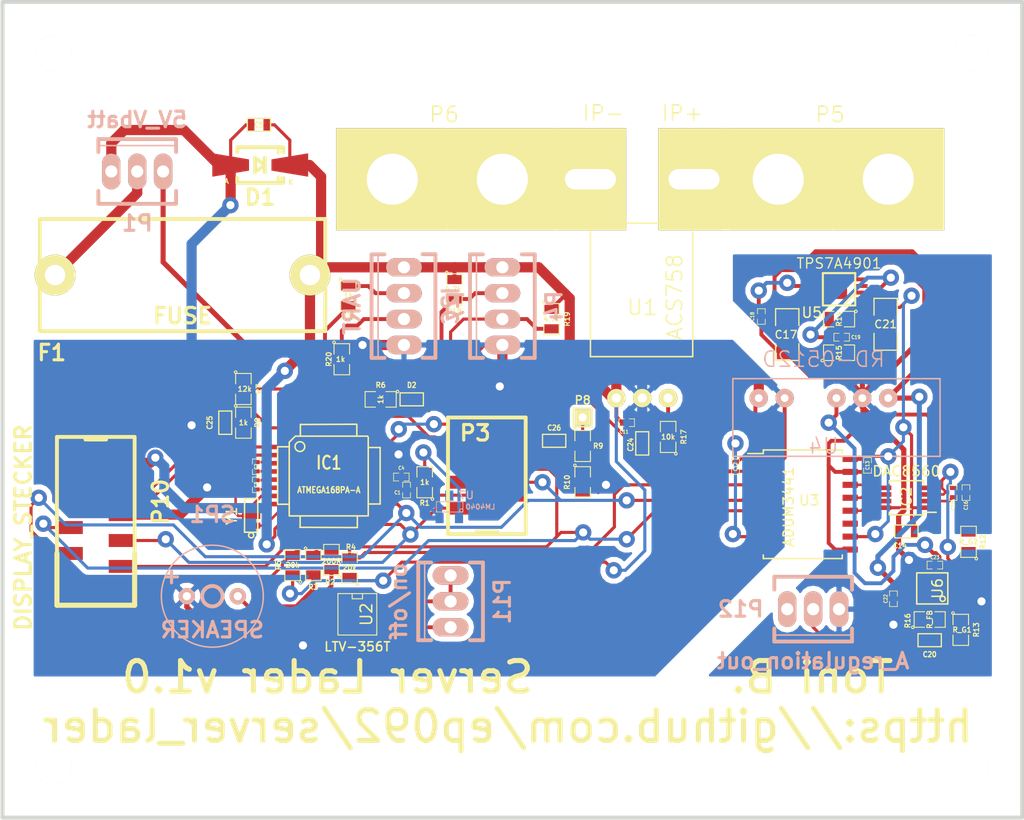
<source format=kicad_pcb>
(kicad_pcb (version 4) (host pcbnew "(2014-11-19 BZR 5293)-product")

  (general
    (links 159)
    (no_connects 0)
    (area 0 0 0 0)
    (thickness 1.6)
    (drawings 1)
    (tracks 697)
    (zones 0)
    (modules 66)
    (nets 60)
  )

  (page A4)
  (layers
    (0 F.Cu signal)
    (31 B.Cu signal)
    (32 B.Adhes user)
    (33 F.Adhes user)
    (34 B.Paste user)
    (35 F.Paste user)
    (36 B.SilkS user)
    (37 F.SilkS user)
    (38 B.Mask user)
    (39 F.Mask user)
    (40 Dwgs.User user)
    (41 Cmts.User user)
    (42 Eco1.User user)
    (43 Eco2.User user)
    (44 Edge.Cuts user)
    (45 Margin user)
    (46 B.CrtYd user)
    (47 F.CrtYd user)
    (48 B.Fab user)
    (49 F.Fab user)
  )

  (setup
    (last_trace_width 0.254)
    (user_trace_width 0.254)
    (user_trace_width 0.3048)
    (user_trace_width 0.381)
    (user_trace_width 0.5)
    (user_trace_width 0.508)
    (user_trace_width 1)
    (user_trace_width 10)
    (trace_clearance 0.254)
    (zone_clearance 0.508)
    (zone_45_only no)
    (trace_min 0.254)
    (segment_width 0.2)
    (edge_width 0.1)
    (via_size 0.889)
    (via_drill 0.635)
    (via_min_size 0.889)
    (via_min_drill 0.508)
    (user_via 1.6 0.8)
    (uvia_size 0.508)
    (uvia_drill 0.127)
    (uvias_allowed no)
    (uvia_min_size 0.508)
    (uvia_min_drill 0.127)
    (pcb_text_width 0.3)
    (pcb_text_size 1.5 1.5)
    (mod_edge_width 0.15)
    (mod_text_size 1 1)
    (mod_text_width 0.15)
    (pad_size 11 10)
    (pad_drill 5)
    (pad_to_mask_clearance 0)
    (aux_axis_origin 12.7 11.938)
    (grid_origin 13.462 12.065)
    (visible_elements FFFFFF7F)
    (pcbplotparams
      (layerselection 0x010f0_80000001)
      (usegerberextensions true)
      (excludeedgelayer false)
      (linewidth 0.100000)
      (plotframeref false)
      (viasonmask false)
      (mode 1)
      (useauxorigin false)
      (hpglpennumber 1)
      (hpglpenspeed 20)
      (hpglpendiameter 15)
      (hpglpenoverlay 2)
      (psnegative false)
      (psa4output false)
      (plotreference true)
      (plotvalue true)
      (plotinvisibletext false)
      (padsonsilk false)
      (subtractmaskfromsilk false)
      (outputformat 1)
      (mirror false)
      (drillshape 0)
      (scaleselection 1)
      (outputdirectory gerber/))
  )

  (net 0 "")
  (net 1 VCC)
  (net 2 GND)
  (net 3 "Net-(C4-Pad1)")
  (net 4 +5VA)
  (net 5 AGND)
  (net 6 /Vref)
  (net 7 +12V)
  (net 8 "Net-(C18-Pad1)")
  (net 9 "Net-(C19-Pad2)")
  (net 10 /V_current)
  (net 11 "Net-(C20-Pad2)")
  (net 12 -12V)
  (net 13 "Net-(D2-Pad1)")
  (net 14 "Net-(F1-Pad1)")
  (net 15 "Net-(IC1-Pad8)")
  (net 16 "Net-(IC1-Pad7)")
  (net 17 /S)
  (net 18 /B)
  (net 19 /U_reserve)
  (net 20 /SCK)
  (net 21 "Net-(IC1-Pad22)")
  (net 22 /U_Netzteil)
  (net 23 /A)
  (net 24 "Net-(IC1-Pad31)")
  (net 25 "Net-(IC1-Pad30)")
  (net 26 /RST)
  (net 27 "Net-(IC1-Pad26)")
  (net 28 /U_Strom)
  (net 29 /RS)
  (net 30 /CSB)
  (net 31 "Net-(IC1-Pad11)")
  (net 32 "Net-(IC1-Pad12)")
  (net 33 "Net-(IC1-Pad13)")
  (net 34 /SS_DAC)
  (net 35 /MOSI)
  (net 36 /MISO)
  (net 37 "Net-(IC2-Pad3)")
  (net 38 "Net-(IC2-Pad5)")
  (net 39 "Net-(IC2-Pad6)")
  (net 40 "Net-(IC2-Pad7)")
  (net 41 "Net-(P1-Pad3)")
  (net 42 "Net-(P11-Pad1)")
  (net 43 "Net-(P11-Pad2)")
  (net 44 "Net-(P12-Pad3)")
  (net 45 /on)
  (net 46 "Net-(R3-Pad2)")
  (net 47 "Net-(P8-Pad1)")
  (net 48 "Net-(U3-Pad6)")
  (net 49 "Net-(U3-Pad11)")
  (net 50 "Net-(U5-Pad3)")
  (net 51 "Net-(U5-Pad7)")
  (net 52 "Net-(P5-Pad1)")
  (net 53 "Net-(P6-Pad1)")
  (net 54 "Net-(R17-Pad2)")
  (net 55 /SCL)
  (net 56 /SDA)
  (net 57 "Net-(P7-Pad2)")
  (net 58 "Net-(P7-Pad3)")
  (net 59 "Net-(U7-Pad3)")

  (net_class Default "Dies ist die voreingestellte Netzklasse."
    (clearance 0.254)
    (trace_width 0.254)
    (via_dia 0.889)
    (via_drill 0.635)
    (uvia_dia 0.508)
    (uvia_drill 0.127)
    (add_net +12V)
    (add_net +5VA)
    (add_net -12V)
    (add_net /A)
    (add_net /B)
    (add_net /CSB)
    (add_net /MISO)
    (add_net /MOSI)
    (add_net /RS)
    (add_net /RST)
    (add_net /S)
    (add_net /SCK)
    (add_net /SCL)
    (add_net /SDA)
    (add_net /SS_DAC)
    (add_net /U_Netzteil)
    (add_net /U_Strom)
    (add_net /U_reserve)
    (add_net /V_current)
    (add_net /Vref)
    (add_net /on)
    (add_net AGND)
    (add_net GND)
    (add_net "Net-(C18-Pad1)")
    (add_net "Net-(C19-Pad2)")
    (add_net "Net-(C20-Pad2)")
    (add_net "Net-(C4-Pad1)")
    (add_net "Net-(D2-Pad1)")
    (add_net "Net-(F1-Pad1)")
    (add_net "Net-(IC1-Pad11)")
    (add_net "Net-(IC1-Pad12)")
    (add_net "Net-(IC1-Pad13)")
    (add_net "Net-(IC1-Pad22)")
    (add_net "Net-(IC1-Pad26)")
    (add_net "Net-(IC1-Pad30)")
    (add_net "Net-(IC1-Pad31)")
    (add_net "Net-(IC1-Pad7)")
    (add_net "Net-(IC1-Pad8)")
    (add_net "Net-(IC2-Pad3)")
    (add_net "Net-(IC2-Pad5)")
    (add_net "Net-(IC2-Pad6)")
    (add_net "Net-(IC2-Pad7)")
    (add_net "Net-(P1-Pad3)")
    (add_net "Net-(P11-Pad1)")
    (add_net "Net-(P11-Pad2)")
    (add_net "Net-(P12-Pad3)")
    (add_net "Net-(P5-Pad1)")
    (add_net "Net-(P6-Pad1)")
    (add_net "Net-(P7-Pad2)")
    (add_net "Net-(P7-Pad3)")
    (add_net "Net-(P8-Pad1)")
    (add_net "Net-(R17-Pad2)")
    (add_net "Net-(R3-Pad2)")
    (add_net "Net-(U3-Pad11)")
    (add_net "Net-(U3-Pad6)")
    (add_net "Net-(U5-Pad3)")
    (add_net "Net-(U5-Pad7)")
    (add_net "Net-(U7-Pad3)")
    (add_net VCC)
  )

  (module Sockets_MOLEX_KK-System:Socket_MOLEX-KK-RM2-54mm_Lock_3pin_straight (layer B.Cu) (tedit 5472331E) (tstamp 546559B1)
    (at 75.692 46.482)
    (descr "Socket, MOLEX, KK, RM 2.54mm, Lock, 3pin, straight,")
    (tags "Socket, MOLEX, KK, RM 2.54mm, Lock, 3pin, straight,")
    (path /5464F2B3)
    (fp_text reference P1 (at 0 5.08) (layer B.SilkS)
      (effects (font (thickness 0.3048)) (justify mirror))
    )
    (fp_text value 5V_Vbatt (at 0 -5.08) (layer B.SilkS)
      (effects (font (thickness 0.3048)) (justify mirror))
    )
    (fp_line (start -3.81 -2.54) (end 3.81 -2.54) (layer B.SilkS) (width 0.15))
    (fp_line (start 3.81 -1.905) (end 3.81 -3.175) (layer B.SilkS) (width 0.381))
    (fp_line (start -3.81 1.905) (end -3.81 3.175) (layer B.SilkS) (width 0.381))
    (fp_line (start -3.81 3.175) (end 3.81 3.175) (layer B.SilkS) (width 0.381))
    (fp_line (start 3.81 3.175) (end 3.81 1.905) (layer B.SilkS) (width 0.381))
    (fp_line (start 3.81 -3.175) (end -3.81 -3.175) (layer B.SilkS) (width 0.381))
    (fp_line (start -3.81 -3.175) (end -3.81 -1.905) (layer B.SilkS) (width 0.381))
    (pad 1 thru_hole oval (at -2.54 0) (size 1.80086 3.50012) (drill 1.19888) (layers *.Cu *.Mask B.SilkS)
      (net 2 GND))
    (pad 2 thru_hole oval (at 0 0) (size 1.80086 3.50012) (drill 1.19888) (layers *.Cu *.Mask B.SilkS)
      (net 14 "Net-(F1-Pad1)"))
    (pad 3 thru_hole oval (at 2.54 0) (size 1.80086 3.50012) (drill 1.19888) (layers *.Cu *.Mask B.SilkS)
      (net 41 "Net-(P1-Pad3)"))
  )

  (module Sockets_MOLEX_KK-System:Socket_MOLEX-KK-RM2-54mm_Lock_3pin_straight (layer B.Cu) (tedit 54723302) (tstamp 546559E3)
    (at 141.986 89.408 180)
    (descr "Socket, MOLEX, KK, RM 2.54mm, Lock, 3pin, straight,")
    (tags "Socket, MOLEX, KK, RM 2.54mm, Lock, 3pin, straight,")
    (path /5465D981)
    (fp_text reference P12 (at 7.112 0 180) (layer B.SilkS)
      (effects (font (thickness 0.3048)) (justify mirror))
    )
    (fp_text value A_regulation_out (at 0 -5.08 180) (layer B.SilkS)
      (effects (font (thickness 0.3048)) (justify mirror))
    )
    (fp_line (start -3.81 -2.54) (end 3.81 -2.54) (layer B.SilkS) (width 0.15))
    (fp_line (start 3.81 -1.905) (end 3.81 -3.175) (layer B.SilkS) (width 0.381))
    (fp_line (start -3.81 1.905) (end -3.81 3.175) (layer B.SilkS) (width 0.381))
    (fp_line (start -3.81 3.175) (end 3.81 3.175) (layer B.SilkS) (width 0.381))
    (fp_line (start 3.81 3.175) (end 3.81 1.905) (layer B.SilkS) (width 0.381))
    (fp_line (start 3.81 -3.175) (end -3.81 -3.175) (layer B.SilkS) (width 0.381))
    (fp_line (start -3.81 -3.175) (end -3.81 -1.905) (layer B.SilkS) (width 0.381))
    (pad 1 thru_hole oval (at -2.54 0 180) (size 1.80086 3.50012) (drill 1.19888) (layers *.Cu *.Mask B.SilkS)
      (net 5 AGND))
    (pad 2 thru_hole oval (at 0 0 180) (size 1.80086 3.50012) (drill 1.19888) (layers *.Cu *.Mask B.SilkS)
      (net 10 /V_current))
    (pad 3 thru_hole oval (at 2.54 0 180) (size 1.80086 3.50012) (drill 1.19888) (layers *.Cu *.Mask B.SilkS)
      (net 44 "Net-(P12-Pad3)"))
  )

  (module Sockets_MOLEX_KK-System:Socket_MOLEX-KK-RM2-54mm_Lock_3pin_straight (layer B.Cu) (tedit 547232E6) (tstamp 546559DC)
    (at 106.426 88.646 90)
    (descr "Socket, MOLEX, KK, RM 2.54mm, Lock, 3pin, straight,")
    (tags "Socket, MOLEX, KK, RM 2.54mm, Lock, 3pin, straight,")
    (path /5465CFD0)
    (fp_text reference P11 (at 0 5.08 90) (layer B.SilkS)
      (effects (font (thickness 0.3048)) (justify mirror))
    )
    (fp_text value on/off (at 0 -5.08 90) (layer B.SilkS)
      (effects (font (thickness 0.3048)) (justify mirror))
    )
    (fp_line (start -3.81 -2.54) (end 3.81 -2.54) (layer B.SilkS) (width 0.15))
    (fp_line (start 3.81 -1.905) (end 3.81 -3.175) (layer B.SilkS) (width 0.381))
    (fp_line (start -3.81 1.905) (end -3.81 3.175) (layer B.SilkS) (width 0.381))
    (fp_line (start -3.81 3.175) (end 3.81 3.175) (layer B.SilkS) (width 0.381))
    (fp_line (start 3.81 3.175) (end 3.81 1.905) (layer B.SilkS) (width 0.381))
    (fp_line (start 3.81 -3.175) (end -3.81 -3.175) (layer B.SilkS) (width 0.381))
    (fp_line (start -3.81 -3.175) (end -3.81 -1.905) (layer B.SilkS) (width 0.381))
    (pad 1 thru_hole oval (at -2.54 0 90) (size 1.80086 3.50012) (drill 1.19888) (layers *.Cu *.Mask B.SilkS)
      (net 42 "Net-(P11-Pad1)"))
    (pad 2 thru_hole oval (at 0 0 90) (size 1.80086 3.50012) (drill 1.19888) (layers *.Cu *.Mask B.SilkS)
      (net 43 "Net-(P11-Pad2)"))
    (pad 3 thru_hole oval (at 2.54 0 90) (size 1.80086 3.50012) (drill 1.19888) (layers *.Cu *.Mask B.SilkS)
      (net 43 "Net-(P11-Pad2)"))
  )

  (module Sockets_MOLEX_KK-System:Socket_MOLEX-KK-RM2-54mm_Lock_4pin_straight (layer B.Cu) (tedit 547232CB) (tstamp 546559C3)
    (at 111.506 59.69 90)
    (descr "Socket, MOLEX, KK, RM 2.54mm, Lock, 4pin, straight,")
    (tags "Socket, MOLEX, KK, RM 2.54mm, Lock, 4pin, straight,")
    (path /546575D6)
    (fp_text reference P4 (at 0 5.08 90) (layer B.SilkS)
      (effects (font (thickness 0.3048)) (justify mirror))
    )
    (fp_text value I2C (at 0 -5.08 90) (layer B.SilkS)
      (effects (font (thickness 0.3048)) (justify mirror))
    )
    (fp_line (start -5.08 -2.54) (end 5.08 -2.54) (layer B.SilkS) (width 0.15))
    (fp_line (start 5.08 -1.905) (end 5.08 -3.175) (layer B.SilkS) (width 0.381))
    (fp_line (start -5.08 1.905) (end -5.08 3.175) (layer B.SilkS) (width 0.381))
    (fp_line (start -5.08 3.175) (end 5.08 3.175) (layer B.SilkS) (width 0.381))
    (fp_line (start 5.08 3.175) (end 5.08 1.905) (layer B.SilkS) (width 0.381))
    (fp_line (start 5.08 -3.175) (end -5.08 -3.175) (layer B.SilkS) (width 0.381))
    (fp_line (start -5.08 -3.175) (end -5.08 -1.905) (layer B.SilkS) (width 0.381))
    (pad 1 thru_hole oval (at -3.81 0 90) (size 1.80086 3.50012) (drill 1.19888) (layers *.Cu *.Mask B.SilkS)
      (net 2 GND))
    (pad 2 thru_hole oval (at -1.27 0 90) (size 1.80086 3.50012) (drill 1.19888) (layers *.Cu *.Mask B.SilkS)
      (net 56 /SDA))
    (pad 3 thru_hole oval (at 1.27 0 90) (size 1.80086 3.50012) (drill 1.19888) (layers *.Cu *.Mask B.SilkS)
      (net 55 /SCL))
    (pad 4 thru_hole oval (at 3.81 0 90) (size 1.80086 3.50012) (drill 1.19888) (layers *.Cu *.Mask B.SilkS)
      (net 1 VCC))
  )

  (module Sockets_MOLEX_KK-System:Socket_MOLEX-KK-RM2-54mm_Lock_4pin_straight (layer B.Cu) (tedit 5472329E) (tstamp 546559CB)
    (at 101.854 59.69 90)
    (descr "Socket, MOLEX, KK, RM 2.54mm, Lock, 4pin, straight,")
    (tags "Socket, MOLEX, KK, RM 2.54mm, Lock, 4pin, straight,")
    (path /545FBACF)
    (fp_text reference P7 (at 0 5.08 90) (layer B.SilkS)
      (effects (font (thickness 0.3048)) (justify mirror))
    )
    (fp_text value UART (at 0 -5.08 90) (layer B.SilkS)
      (effects (font (thickness 0.3048)) (justify mirror))
    )
    (fp_line (start -5.08 -2.54) (end 5.08 -2.54) (layer B.SilkS) (width 0.15))
    (fp_line (start -5.0673 3.0861) (end -5.0673 1.8161) (layer B.SilkS) (width 0.381))
    (fp_line (start 5.0927 3.0861) (end -5.0673 3.0861) (layer B.SilkS) (width 0.381))
    (fp_line (start 5.0927 1.8161) (end 5.0927 3.0861) (layer B.SilkS) (width 0.381))
    (fp_line (start 5.08 -1.905) (end 5.08 -3.175) (layer B.SilkS) (width 0.381))
    (fp_line (start 5.08 -3.175) (end -5.08 -3.175) (layer B.SilkS) (width 0.381))
    (fp_line (start -5.08 -3.175) (end -5.08 -1.905) (layer B.SilkS) (width 0.381))
    (pad 1 thru_hole oval (at -3.81 0 90) (size 1.80086 3.50012) (drill 1.19888) (layers *.Cu *.Mask B.SilkS)
      (net 2 GND))
    (pad 2 thru_hole oval (at -1.27 0 90) (size 1.80086 3.50012) (drill 1.19888) (layers *.Cu *.Mask B.SilkS)
      (net 57 "Net-(P7-Pad2)"))
    (pad 3 thru_hole oval (at 1.27 0 90) (size 1.80086 3.50012) (drill 1.19888) (layers *.Cu *.Mask B.SilkS)
      (net 58 "Net-(P7-Pad3)"))
    (pad 4 thru_hole oval (at 3.81 0 90) (size 1.80086 3.50012) (drill 1.19888) (layers *.Cu *.Mask B.SilkS)
      (net 1 VCC))
  )

  (module SMD_Packages:SMD-0402 (layer F.Cu) (tedit 54722FB0) (tstamp 546558CE)
    (at 102.108 77.724 90)
    (path /5462A945)
    (attr smd)
    (fp_text reference C1 (at -0.254 -0.889 180) (layer F.SilkS)
      (effects (font (size 0.35052 0.3048) (thickness 0.07112)))
    )
    (fp_text value 100nF (at 0.09906 0 90) (layer F.SilkS) hide
      (effects (font (size 0.35052 0.3048) (thickness 0.07112)))
    )
    (fp_line (start -0.254 -0.381) (end -0.762 -0.381) (layer F.SilkS) (width 0.07112))
    (fp_line (start -0.762 -0.381) (end -0.762 0.381) (layer F.SilkS) (width 0.07112))
    (fp_line (start -0.762 0.381) (end -0.254 0.381) (layer F.SilkS) (width 0.07112))
    (fp_line (start 0.254 -0.381) (end 0.762 -0.381) (layer F.SilkS) (width 0.07112))
    (fp_line (start 0.762 -0.381) (end 0.762 0.381) (layer F.SilkS) (width 0.07112))
    (fp_line (start 0.762 0.381) (end 0.254 0.381) (layer F.SilkS) (width 0.07112))
    (pad 1 smd rect (at -0.44958 0 90) (size 0.39878 0.59944) (layers F.Cu F.Paste F.Mask)
      (net 1 VCC))
    (pad 2 smd rect (at 0.44958 0 90) (size 0.39878 0.59944) (layers F.Cu F.Paste F.Mask)
      (net 2 GND))
    (model smd\chip_cms.wrl
      (at (xyz 0 0 0.002))
      (scale (xyz 0.05 0.05 0.05))
      (rotate (xyz 0 0 0))
    )
  )

  (module SMD_Packages:SMD-0402 (layer F.Cu) (tedit 54655802) (tstamp 546558D4)
    (at 87.376 75.438 90)
    (path /5462AC6A)
    (attr smd)
    (fp_text reference C2 (at 0 0 90) (layer F.SilkS)
      (effects (font (size 0.35052 0.3048) (thickness 0.07112)))
    )
    (fp_text value 100nF (at 0.09906 0 90) (layer F.SilkS) hide
      (effects (font (size 0.35052 0.3048) (thickness 0.07112)))
    )
    (fp_line (start -0.254 -0.381) (end -0.762 -0.381) (layer F.SilkS) (width 0.07112))
    (fp_line (start -0.762 -0.381) (end -0.762 0.381) (layer F.SilkS) (width 0.07112))
    (fp_line (start -0.762 0.381) (end -0.254 0.381) (layer F.SilkS) (width 0.07112))
    (fp_line (start 0.254 -0.381) (end 0.762 -0.381) (layer F.SilkS) (width 0.07112))
    (fp_line (start 0.762 -0.381) (end 0.762 0.381) (layer F.SilkS) (width 0.07112))
    (fp_line (start 0.762 0.381) (end 0.254 0.381) (layer F.SilkS) (width 0.07112))
    (pad 1 smd rect (at -0.44958 0 90) (size 0.39878 0.59944) (layers F.Cu F.Paste F.Mask)
      (net 1 VCC))
    (pad 2 smd rect (at 0.44958 0 90) (size 0.39878 0.59944) (layers F.Cu F.Paste F.Mask)
      (net 2 GND))
    (model smd\chip_cms.wrl
      (at (xyz 0 0 0.002))
      (scale (xyz 0.05 0.05 0.05))
      (rotate (xyz 0 0 0))
    )
  )

  (module SMD_Packages:SMD-0402 (layer F.Cu) (tedit 54655802) (tstamp 546558DA)
    (at 87.376 77.216 90)
    (path /5462AD56)
    (attr smd)
    (fp_text reference C3 (at 0 0 90) (layer F.SilkS)
      (effects (font (size 0.35052 0.3048) (thickness 0.07112)))
    )
    (fp_text value 100nF (at 0.09906 0 90) (layer F.SilkS) hide
      (effects (font (size 0.35052 0.3048) (thickness 0.07112)))
    )
    (fp_line (start -0.254 -0.381) (end -0.762 -0.381) (layer F.SilkS) (width 0.07112))
    (fp_line (start -0.762 -0.381) (end -0.762 0.381) (layer F.SilkS) (width 0.07112))
    (fp_line (start -0.762 0.381) (end -0.254 0.381) (layer F.SilkS) (width 0.07112))
    (fp_line (start 0.254 -0.381) (end 0.762 -0.381) (layer F.SilkS) (width 0.07112))
    (fp_line (start 0.762 -0.381) (end 0.762 0.381) (layer F.SilkS) (width 0.07112))
    (fp_line (start 0.762 0.381) (end 0.254 0.381) (layer F.SilkS) (width 0.07112))
    (pad 1 smd rect (at -0.44958 0 90) (size 0.39878 0.59944) (layers F.Cu F.Paste F.Mask)
      (net 1 VCC))
    (pad 2 smd rect (at 0.44958 0 90) (size 0.39878 0.59944) (layers F.Cu F.Paste F.Mask)
      (net 2 GND))
    (model smd\chip_cms.wrl
      (at (xyz 0 0 0.002))
      (scale (xyz 0.05 0.05 0.05))
      (rotate (xyz 0 0 0))
    )
  )

  (module SMD_Packages:SMD-0402 (layer F.Cu) (tedit 54722FB4) (tstamp 546558E0)
    (at 101.6 76.454)
    (path /545FE861)
    (attr smd)
    (fp_text reference C4 (at 0 -0.889) (layer F.SilkS)
      (effects (font (size 0.35052 0.3048) (thickness 0.07112)))
    )
    (fp_text value 100uF (at 0.09906 0) (layer F.SilkS) hide
      (effects (font (size 0.35052 0.3048) (thickness 0.07112)))
    )
    (fp_line (start -0.254 -0.381) (end -0.762 -0.381) (layer F.SilkS) (width 0.07112))
    (fp_line (start -0.762 -0.381) (end -0.762 0.381) (layer F.SilkS) (width 0.07112))
    (fp_line (start -0.762 0.381) (end -0.254 0.381) (layer F.SilkS) (width 0.07112))
    (fp_line (start 0.254 -0.381) (end 0.762 -0.381) (layer F.SilkS) (width 0.07112))
    (fp_line (start 0.762 -0.381) (end 0.762 0.381) (layer F.SilkS) (width 0.07112))
    (fp_line (start 0.762 0.381) (end 0.254 0.381) (layer F.SilkS) (width 0.07112))
    (pad 1 smd rect (at -0.44958 0) (size 0.39878 0.59944) (layers F.Cu F.Paste F.Mask)
      (net 3 "Net-(C4-Pad1)"))
    (pad 2 smd rect (at 0.44958 0) (size 0.39878 0.59944) (layers F.Cu F.Paste F.Mask)
      (net 2 GND))
    (model smd\chip_cms.wrl
      (at (xyz 0 0 0.002))
      (scale (xyz 0.05 0.05 0.05))
      (rotate (xyz 0 0 0))
    )
  )

  (module SMD_Packages:SMD-0603 (layer F.Cu) (tedit 54655802) (tstamp 546558E6)
    (at 87.63 41.91 180)
    (path /5462AB07)
    (attr smd)
    (fp_text reference C5 (at 0 0 180) (layer F.SilkS)
      (effects (font (size 0.508 0.4572) (thickness 0.1143)))
    )
    (fp_text value 1uF (at 0 0 180) (layer F.SilkS) hide
      (effects (font (size 0.508 0.4572) (thickness 0.1143)))
    )
    (fp_line (start -1.143 -0.635) (end 1.143 -0.635) (layer F.SilkS) (width 0.127))
    (fp_line (start 1.143 -0.635) (end 1.143 0.635) (layer F.SilkS) (width 0.127))
    (fp_line (start 1.143 0.635) (end -1.143 0.635) (layer F.SilkS) (width 0.127))
    (fp_line (start -1.143 0.635) (end -1.143 -0.635) (layer F.SilkS) (width 0.127))
    (pad 1 smd rect (at -0.762 0 180) (size 0.635 1.143) (layers F.Cu F.Paste F.Mask)
      (net 1 VCC))
    (pad 2 smd rect (at 0.762 0 180) (size 0.635 1.143) (layers F.Cu F.Paste F.Mask)
      (net 2 GND))
    (model smd\resistors\R0603.wrl
      (at (xyz 0 0 0.001))
      (scale (xyz 0.5 0.5 0.5))
      (rotate (xyz 0 0 0))
    )
  )

  (module SMD_Packages:SMD-0402 (layer F.Cu) (tedit 5472305B) (tstamp 5465590A)
    (at 123.698 71.12)
    (path /54656004)
    (attr smd)
    (fp_text reference C11 (at -0.254 0.889) (layer F.SilkS)
      (effects (font (size 0.35052 0.3048) (thickness 0.07112)))
    )
    (fp_text value 100nF (at 0.09906 0) (layer F.SilkS) hide
      (effects (font (size 0.35052 0.3048) (thickness 0.07112)))
    )
    (fp_line (start -0.254 -0.381) (end -0.762 -0.381) (layer F.SilkS) (width 0.07112))
    (fp_line (start -0.762 -0.381) (end -0.762 0.381) (layer F.SilkS) (width 0.07112))
    (fp_line (start -0.762 0.381) (end -0.254 0.381) (layer F.SilkS) (width 0.07112))
    (fp_line (start 0.254 -0.381) (end 0.762 -0.381) (layer F.SilkS) (width 0.07112))
    (fp_line (start 0.762 -0.381) (end 0.762 0.381) (layer F.SilkS) (width 0.07112))
    (fp_line (start 0.762 0.381) (end 0.254 0.381) (layer F.SilkS) (width 0.07112))
    (pad 1 smd rect (at -0.44958 0) (size 0.39878 0.59944) (layers F.Cu F.Paste F.Mask)
      (net 1 VCC))
    (pad 2 smd rect (at 0.44958 0) (size 0.39878 0.59944) (layers F.Cu F.Paste F.Mask)
      (net 2 GND))
    (model smd\chip_cms.wrl
      (at (xyz 0 0 0.002))
      (scale (xyz 0.05 0.05 0.05))
      (rotate (xyz 0 0 0))
    )
  )

  (module SMD_Packages:SMD-0402 (layer F.Cu) (tedit 54655802) (tstamp 54655910)
    (at 134.366 75.438 270)
    (path /54641D95)
    (attr smd)
    (fp_text reference C12 (at 0 0 270) (layer F.SilkS)
      (effects (font (size 0.35052 0.3048) (thickness 0.07112)))
    )
    (fp_text value 100nF (at 0.09906 0 270) (layer F.SilkS) hide
      (effects (font (size 0.35052 0.3048) (thickness 0.07112)))
    )
    (fp_line (start -0.254 -0.381) (end -0.762 -0.381) (layer F.SilkS) (width 0.07112))
    (fp_line (start -0.762 -0.381) (end -0.762 0.381) (layer F.SilkS) (width 0.07112))
    (fp_line (start -0.762 0.381) (end -0.254 0.381) (layer F.SilkS) (width 0.07112))
    (fp_line (start 0.254 -0.381) (end 0.762 -0.381) (layer F.SilkS) (width 0.07112))
    (fp_line (start 0.762 -0.381) (end 0.762 0.381) (layer F.SilkS) (width 0.07112))
    (fp_line (start 0.762 0.381) (end 0.254 0.381) (layer F.SilkS) (width 0.07112))
    (pad 1 smd rect (at -0.44958 0 270) (size 0.39878 0.59944) (layers F.Cu F.Paste F.Mask)
      (net 1 VCC))
    (pad 2 smd rect (at 0.44958 0 270) (size 0.39878 0.59944) (layers F.Cu F.Paste F.Mask)
      (net 2 GND))
    (model smd\chip_cms.wrl
      (at (xyz 0 0 0.002))
      (scale (xyz 0.05 0.05 0.05))
      (rotate (xyz 0 0 0))
    )
  )

  (module SMD_Packages:SMD-0402 (layer F.Cu) (tedit 54655802) (tstamp 54655916)
    (at 147.32 75.311 270)
    (path /54641FE6)
    (attr smd)
    (fp_text reference C13 (at 0 0 270) (layer F.SilkS)
      (effects (font (size 0.35052 0.3048) (thickness 0.07112)))
    )
    (fp_text value 100nF (at 0.09906 0 270) (layer F.SilkS) hide
      (effects (font (size 0.35052 0.3048) (thickness 0.07112)))
    )
    (fp_line (start -0.254 -0.381) (end -0.762 -0.381) (layer F.SilkS) (width 0.07112))
    (fp_line (start -0.762 -0.381) (end -0.762 0.381) (layer F.SilkS) (width 0.07112))
    (fp_line (start -0.762 0.381) (end -0.254 0.381) (layer F.SilkS) (width 0.07112))
    (fp_line (start 0.254 -0.381) (end 0.762 -0.381) (layer F.SilkS) (width 0.07112))
    (fp_line (start 0.762 -0.381) (end 0.762 0.381) (layer F.SilkS) (width 0.07112))
    (fp_line (start 0.762 0.381) (end 0.254 0.381) (layer F.SilkS) (width 0.07112))
    (pad 1 smd rect (at -0.44958 0 270) (size 0.39878 0.59944) (layers F.Cu F.Paste F.Mask)
      (net 4 +5VA))
    (pad 2 smd rect (at 0.44958 0 270) (size 0.39878 0.59944) (layers F.Cu F.Paste F.Mask)
      (net 5 AGND))
    (model smd\chip_cms.wrl
      (at (xyz 0 0 0.002))
      (scale (xyz 0.05 0.05 0.05))
      (rotate (xyz 0 0 0))
    )
  )

  (module SMD_Packages:SMD-0603 (layer F.Cu) (tedit 54722DC0) (tstamp 5465591C)
    (at 151.13 81.788 180)
    (path /5462C075)
    (attr smd)
    (fp_text reference C14 (at 0.635 -1.397 180) (layer F.SilkS)
      (effects (font (size 0.508 0.4572) (thickness 0.1143)))
    )
    (fp_text value 1uF (at 0 0 180) (layer F.SilkS) hide
      (effects (font (size 0.508 0.4572) (thickness 0.1143)))
    )
    (fp_line (start -1.143 -0.635) (end 1.143 -0.635) (layer F.SilkS) (width 0.127))
    (fp_line (start 1.143 -0.635) (end 1.143 0.635) (layer F.SilkS) (width 0.127))
    (fp_line (start 1.143 0.635) (end -1.143 0.635) (layer F.SilkS) (width 0.127))
    (fp_line (start -1.143 0.635) (end -1.143 -0.635) (layer F.SilkS) (width 0.127))
    (pad 1 smd rect (at -0.762 0 180) (size 0.635 1.143) (layers F.Cu F.Paste F.Mask)
      (net 4 +5VA))
    (pad 2 smd rect (at 0.762 0 180) (size 0.635 1.143) (layers F.Cu F.Paste F.Mask)
      (net 5 AGND))
    (model smd\resistors\R0603.wrl
      (at (xyz 0 0 0.001))
      (scale (xyz 0.5 0.5 0.5))
      (rotate (xyz 0 0 0))
    )
  )

  (module SMD_Packages:SMD-0402 (layer F.Cu) (tedit 54722D9B) (tstamp 54655922)
    (at 155.702 77.978 90)
    (path /5462C429)
    (attr smd)
    (fp_text reference C15 (at -1.27 0 90) (layer F.SilkS)
      (effects (font (size 0.35052 0.3048) (thickness 0.07112)))
    )
    (fp_text value 100nF (at 0.09906 0 90) (layer F.SilkS) hide
      (effects (font (size 0.35052 0.3048) (thickness 0.07112)))
    )
    (fp_line (start -0.254 -0.381) (end -0.762 -0.381) (layer F.SilkS) (width 0.07112))
    (fp_line (start -0.762 -0.381) (end -0.762 0.381) (layer F.SilkS) (width 0.07112))
    (fp_line (start -0.762 0.381) (end -0.254 0.381) (layer F.SilkS) (width 0.07112))
    (fp_line (start 0.254 -0.381) (end 0.762 -0.381) (layer F.SilkS) (width 0.07112))
    (fp_line (start 0.762 -0.381) (end 0.762 0.381) (layer F.SilkS) (width 0.07112))
    (fp_line (start 0.762 0.381) (end 0.254 0.381) (layer F.SilkS) (width 0.07112))
    (pad 1 smd rect (at -0.44958 0 90) (size 0.39878 0.59944) (layers F.Cu F.Paste F.Mask)
      (net 6 /Vref))
    (pad 2 smd rect (at 0.44958 0 90) (size 0.39878 0.59944) (layers F.Cu F.Paste F.Mask)
      (net 5 AGND))
    (model smd\chip_cms.wrl
      (at (xyz 0 0 0.002))
      (scale (xyz 0.05 0.05 0.05))
      (rotate (xyz 0 0 0))
    )
  )

  (module SMD_Packages:SMD-0402 (layer F.Cu) (tedit 54722D9D) (tstamp 54655928)
    (at 156.972 77.978 90)
    (path /5462C2DF)
    (attr smd)
    (fp_text reference C16 (at -1.27 0 90) (layer F.SilkS)
      (effects (font (size 0.35052 0.3048) (thickness 0.07112)))
    )
    (fp_text value 100nF (at 0.09906 0 90) (layer F.SilkS) hide
      (effects (font (size 0.35052 0.3048) (thickness 0.07112)))
    )
    (fp_line (start -0.254 -0.381) (end -0.762 -0.381) (layer F.SilkS) (width 0.07112))
    (fp_line (start -0.762 -0.381) (end -0.762 0.381) (layer F.SilkS) (width 0.07112))
    (fp_line (start -0.762 0.381) (end -0.254 0.381) (layer F.SilkS) (width 0.07112))
    (fp_line (start 0.254 -0.381) (end 0.762 -0.381) (layer F.SilkS) (width 0.07112))
    (fp_line (start 0.762 -0.381) (end 0.762 0.381) (layer F.SilkS) (width 0.07112))
    (fp_line (start 0.762 0.381) (end 0.254 0.381) (layer F.SilkS) (width 0.07112))
    (pad 1 smd rect (at -0.44958 0 90) (size 0.39878 0.59944) (layers F.Cu F.Paste F.Mask)
      (net 6 /Vref))
    (pad 2 smd rect (at 0.44958 0 90) (size 0.39878 0.59944) (layers F.Cu F.Paste F.Mask)
      (net 5 AGND))
    (model smd\chip_cms.wrl
      (at (xyz 0 0 0.002))
      (scale (xyz 0.05 0.05 0.05))
      (rotate (xyz 0 0 0))
    )
  )

  (module SMD_Packages:SMD-1206 (layer F.Cu) (tedit 54722D06) (tstamp 54677A16)
    (at 139.446 62.484 270)
    (path /5462A271)
    (attr smd)
    (fp_text reference C17 (at 0 0.127 360) (layer F.SilkS)
      (effects (font (size 0.762 0.762) (thickness 0.127)))
    )
    (fp_text value 10uF (at 0 0 270) (layer F.SilkS) hide
      (effects (font (size 0.762 0.762) (thickness 0.127)))
    )
    (fp_line (start -2.54 -1.143) (end -2.54 1.143) (layer F.SilkS) (width 0.127))
    (fp_line (start -2.54 1.143) (end -0.889 1.143) (layer F.SilkS) (width 0.127))
    (fp_line (start 0.889 -1.143) (end 2.54 -1.143) (layer F.SilkS) (width 0.127))
    (fp_line (start 2.54 -1.143) (end 2.54 1.143) (layer F.SilkS) (width 0.127))
    (fp_line (start 2.54 1.143) (end 0.889 1.143) (layer F.SilkS) (width 0.127))
    (fp_line (start -0.889 -1.143) (end -2.54 -1.143) (layer F.SilkS) (width 0.127))
    (pad 1 smd rect (at -1.651 0 270) (size 1.524 2.032) (layers F.Cu F.Paste F.Mask)
      (net 7 +12V))
    (pad 2 smd rect (at 1.651 0 270) (size 1.524 2.032) (layers F.Cu F.Paste F.Mask)
      (net 5 AGND))
    (model smd/chip_cms.wrl
      (at (xyz 0 0 0))
      (scale (xyz 0.17 0.16 0.16))
      (rotate (xyz 0 0 0))
    )
  )

  (module SMD_Packages:SMD-0402 (layer F.Cu) (tedit 54722CFE) (tstamp 54655934)
    (at 136.906 60.706 270)
    (path /5462A0B7)
    (attr smd)
    (fp_text reference C18 (at 0 0.889 270) (layer F.SilkS)
      (effects (font (size 0.35052 0.3048) (thickness 0.07112)))
    )
    (fp_text value 10nF (at 0.09906 0 270) (layer F.SilkS) hide
      (effects (font (size 0.35052 0.3048) (thickness 0.07112)))
    )
    (fp_line (start -0.254 -0.381) (end -0.762 -0.381) (layer F.SilkS) (width 0.07112))
    (fp_line (start -0.762 -0.381) (end -0.762 0.381) (layer F.SilkS) (width 0.07112))
    (fp_line (start -0.762 0.381) (end -0.254 0.381) (layer F.SilkS) (width 0.07112))
    (fp_line (start 0.254 -0.381) (end 0.762 -0.381) (layer F.SilkS) (width 0.07112))
    (fp_line (start 0.762 -0.381) (end 0.762 0.381) (layer F.SilkS) (width 0.07112))
    (fp_line (start 0.762 0.381) (end 0.254 0.381) (layer F.SilkS) (width 0.07112))
    (pad 1 smd rect (at -0.44958 0 270) (size 0.39878 0.59944) (layers F.Cu F.Paste F.Mask)
      (net 8 "Net-(C18-Pad1)"))
    (pad 2 smd rect (at 0.44958 0 270) (size 0.39878 0.59944) (layers F.Cu F.Paste F.Mask)
      (net 5 AGND))
    (model smd\chip_cms.wrl
      (at (xyz 0 0 0.002))
      (scale (xyz 0.05 0.05 0.05))
      (rotate (xyz 0 0 0))
    )
  )

  (module SMD_Packages:SMD-0402 (layer F.Cu) (tedit 54722D0F) (tstamp 546778F1)
    (at 144.78 62.738 180)
    (path /54629CFA)
    (attr smd)
    (fp_text reference C19 (at -1.397 0 180) (layer F.SilkS)
      (effects (font (size 0.35052 0.3048) (thickness 0.07112)))
    )
    (fp_text value 10nF (at 0.09906 0 180) (layer F.SilkS) hide
      (effects (font (size 0.35052 0.3048) (thickness 0.07112)))
    )
    (fp_line (start -0.254 -0.381) (end -0.762 -0.381) (layer F.SilkS) (width 0.07112))
    (fp_line (start -0.762 -0.381) (end -0.762 0.381) (layer F.SilkS) (width 0.07112))
    (fp_line (start -0.762 0.381) (end -0.254 0.381) (layer F.SilkS) (width 0.07112))
    (fp_line (start 0.254 -0.381) (end 0.762 -0.381) (layer F.SilkS) (width 0.07112))
    (fp_line (start 0.762 -0.381) (end 0.762 0.381) (layer F.SilkS) (width 0.07112))
    (fp_line (start 0.762 0.381) (end 0.254 0.381) (layer F.SilkS) (width 0.07112))
    (pad 1 smd rect (at -0.44958 0 180) (size 0.39878 0.59944) (layers F.Cu F.Paste F.Mask)
      (net 4 +5VA))
    (pad 2 smd rect (at 0.44958 0 180) (size 0.39878 0.59944) (layers F.Cu F.Paste F.Mask)
      (net 9 "Net-(C19-Pad2)"))
    (model smd\chip_cms.wrl
      (at (xyz 0 0 0.002))
      (scale (xyz 0.05 0.05 0.05))
      (rotate (xyz 0 0 0))
    )
  )

  (module SMD_Packages:SMD-0603 (layer F.Cu) (tedit 54722DD6) (tstamp 54655940)
    (at 153.416 92.456)
    (path /546609C8)
    (attr smd)
    (fp_text reference C20 (at 0 1.397) (layer F.SilkS)
      (effects (font (size 0.508 0.4572) (thickness 0.1143)))
    )
    (fp_text value C_comp (at 0 0) (layer F.SilkS) hide
      (effects (font (size 0.508 0.4572) (thickness 0.1143)))
    )
    (fp_line (start -1.143 -0.635) (end 1.143 -0.635) (layer F.SilkS) (width 0.127))
    (fp_line (start 1.143 -0.635) (end 1.143 0.635) (layer F.SilkS) (width 0.127))
    (fp_line (start 1.143 0.635) (end -1.143 0.635) (layer F.SilkS) (width 0.127))
    (fp_line (start -1.143 0.635) (end -1.143 -0.635) (layer F.SilkS) (width 0.127))
    (pad 1 smd rect (at -0.762 0) (size 0.635 1.143) (layers F.Cu F.Paste F.Mask)
      (net 10 /V_current))
    (pad 2 smd rect (at 0.762 0) (size 0.635 1.143) (layers F.Cu F.Paste F.Mask)
      (net 11 "Net-(C20-Pad2)"))
    (model smd\resistors\R0603.wrl
      (at (xyz 0 0 0.001))
      (scale (xyz 0.5 0.5 0.5))
      (rotate (xyz 0 0 0))
    )
  )

  (module SMD_Packages:SMD-1206 (layer F.Cu) (tedit 54722D1D) (tstamp 54655946)
    (at 149.098 61.468 270)
    (path /5462A430)
    (attr smd)
    (fp_text reference C21 (at 0 0 360) (layer F.SilkS)
      (effects (font (size 0.762 0.762) (thickness 0.127)))
    )
    (fp_text value 10uF (at 0 0 270) (layer F.SilkS) hide
      (effects (font (size 0.762 0.762) (thickness 0.127)))
    )
    (fp_line (start -2.54 -1.143) (end -2.54 1.143) (layer F.SilkS) (width 0.127))
    (fp_line (start -2.54 1.143) (end -0.889 1.143) (layer F.SilkS) (width 0.127))
    (fp_line (start 0.889 -1.143) (end 2.54 -1.143) (layer F.SilkS) (width 0.127))
    (fp_line (start 2.54 -1.143) (end 2.54 1.143) (layer F.SilkS) (width 0.127))
    (fp_line (start 2.54 1.143) (end 0.889 1.143) (layer F.SilkS) (width 0.127))
    (fp_line (start -0.889 -1.143) (end -2.54 -1.143) (layer F.SilkS) (width 0.127))
    (pad 1 smd rect (at -1.651 0 270) (size 1.524 2.032) (layers F.Cu F.Paste F.Mask)
      (net 4 +5VA))
    (pad 2 smd rect (at 1.651 0 270) (size 1.524 2.032) (layers F.Cu F.Paste F.Mask)
      (net 5 AGND))
    (model smd/chip_cms.wrl
      (at (xyz 0 0 0))
      (scale (xyz 0.17 0.16 0.16))
      (rotate (xyz 0 0 0))
    )
  )

  (module SMD_Packages:SMD-0402 (layer F.Cu) (tedit 54722DE7) (tstamp 5465594C)
    (at 149.86 88.392 270)
    (path /5465C97B)
    (attr smd)
    (fp_text reference C22 (at 0 0.762 270) (layer F.SilkS)
      (effects (font (size 0.35052 0.3048) (thickness 0.07112)))
    )
    (fp_text value 100nF (at 0.09906 0 270) (layer F.SilkS) hide
      (effects (font (size 0.35052 0.3048) (thickness 0.07112)))
    )
    (fp_line (start -0.254 -0.381) (end -0.762 -0.381) (layer F.SilkS) (width 0.07112))
    (fp_line (start -0.762 -0.381) (end -0.762 0.381) (layer F.SilkS) (width 0.07112))
    (fp_line (start -0.762 0.381) (end -0.254 0.381) (layer F.SilkS) (width 0.07112))
    (fp_line (start 0.254 -0.381) (end 0.762 -0.381) (layer F.SilkS) (width 0.07112))
    (fp_line (start 0.762 -0.381) (end 0.762 0.381) (layer F.SilkS) (width 0.07112))
    (fp_line (start 0.762 0.381) (end 0.254 0.381) (layer F.SilkS) (width 0.07112))
    (pad 1 smd rect (at -0.44958 0 270) (size 0.39878 0.59944) (layers F.Cu F.Paste F.Mask)
      (net 7 +12V))
    (pad 2 smd rect (at 0.44958 0 270) (size 0.39878 0.59944) (layers F.Cu F.Paste F.Mask)
      (net 5 AGND))
    (model smd\chip_cms.wrl
      (at (xyz 0 0 0.002))
      (scale (xyz 0.05 0.05 0.05))
      (rotate (xyz 0 0 0))
    )
  )

  (module SMD_Packages:SMD-0402 (layer F.Cu) (tedit 54722DB3) (tstamp 54655952)
    (at 153.924 85.09)
    (path /5465CB51)
    (attr smd)
    (fp_text reference C23 (at 0 -0.762) (layer F.SilkS)
      (effects (font (size 0.35052 0.3048) (thickness 0.07112)))
    )
    (fp_text value 100nF (at 0.09906 0) (layer F.SilkS) hide
      (effects (font (size 0.35052 0.3048) (thickness 0.07112)))
    )
    (fp_line (start -0.254 -0.381) (end -0.762 -0.381) (layer F.SilkS) (width 0.07112))
    (fp_line (start -0.762 -0.381) (end -0.762 0.381) (layer F.SilkS) (width 0.07112))
    (fp_line (start -0.762 0.381) (end -0.254 0.381) (layer F.SilkS) (width 0.07112))
    (fp_line (start 0.254 -0.381) (end 0.762 -0.381) (layer F.SilkS) (width 0.07112))
    (fp_line (start 0.762 -0.381) (end 0.762 0.381) (layer F.SilkS) (width 0.07112))
    (fp_line (start 0.762 0.381) (end 0.254 0.381) (layer F.SilkS) (width 0.07112))
    (pad 1 smd rect (at -0.44958 0) (size 0.39878 0.59944) (layers F.Cu F.Paste F.Mask)
      (net 5 AGND))
    (pad 2 smd rect (at 0.44958 0) (size 0.39878 0.59944) (layers F.Cu F.Paste F.Mask)
      (net 12 -12V))
    (model smd\chip_cms.wrl
      (at (xyz 0 0 0.002))
      (scale (xyz 0.05 0.05 0.05))
      (rotate (xyz 0 0 0))
    )
  )

  (module SMD_Packages:SMD-0603 (layer F.Cu) (tedit 54723044) (tstamp 54655958)
    (at 102.616 68.834)
    (path /54653C35)
    (attr smd)
    (fp_text reference D2 (at 0 -1.397) (layer F.SilkS)
      (effects (font (size 0.508 0.4572) (thickness 0.1143)))
    )
    (fp_text value LED (at 0 0) (layer F.SilkS) hide
      (effects (font (size 0.508 0.4572) (thickness 0.1143)))
    )
    (fp_line (start -1.143 -0.635) (end 1.143 -0.635) (layer F.SilkS) (width 0.127))
    (fp_line (start 1.143 -0.635) (end 1.143 0.635) (layer F.SilkS) (width 0.127))
    (fp_line (start 1.143 0.635) (end -1.143 0.635) (layer F.SilkS) (width 0.127))
    (fp_line (start -1.143 0.635) (end -1.143 -0.635) (layer F.SilkS) (width 0.127))
    (pad 1 smd rect (at -0.762 0) (size 0.635 1.143) (layers F.Cu F.Paste F.Mask)
      (net 13 "Net-(D2-Pad1)"))
    (pad 2 smd rect (at 0.762 0) (size 0.635 1.143) (layers F.Cu F.Paste F.Mask)
      (net 2 GND))
    (model smd\resistors\R0603.wrl
      (at (xyz 0 0 0.001))
      (scale (xyz 0.5 0.5 0.5))
      (rotate (xyz 0 0 0))
    )
  )

  (module SMD_Packages:TQFP-32 (layer F.Cu) (tedit 54722E67) (tstamp 5465599E)
    (at 94.488 76.327)
    (path /545FB3DD)
    (fp_text reference IC1 (at 0 -1.27) (layer F.SilkS)
      (effects (font (size 1.27 1.016) (thickness 0.2032)))
    )
    (fp_text value ATMEGA168PA-A (at 0 1.397) (layer F.SilkS)
      (effects (font (size 0.6 0.5) (thickness 0.125)))
    )
    (fp_line (start 5.0292 2.7686) (end 3.8862 2.7686) (layer F.SilkS) (width 0.1524))
    (fp_line (start 5.0292 -2.7686) (end 3.9116 -2.7686) (layer F.SilkS) (width 0.1524))
    (fp_line (start 5.0292 2.7686) (end 5.0292 -2.7686) (layer F.SilkS) (width 0.1524))
    (fp_line (start 2.794 3.9624) (end 2.794 5.0546) (layer F.SilkS) (width 0.1524))
    (fp_line (start -2.8194 3.9878) (end -2.8194 5.0546) (layer F.SilkS) (width 0.1524))
    (fp_line (start -2.8448 5.0546) (end 2.794 5.08) (layer F.SilkS) (width 0.1524))
    (fp_line (start -2.794 -5.0292) (end 2.7178 -5.0546) (layer F.SilkS) (width 0.1524))
    (fp_line (start -3.8862 -3.2766) (end -3.8862 3.9116) (layer F.SilkS) (width 0.1524))
    (fp_line (start 2.7432 -5.0292) (end 2.7432 -3.9878) (layer F.SilkS) (width 0.1524))
    (fp_line (start -3.2512 -3.8862) (end 3.81 -3.8862) (layer F.SilkS) (width 0.1524))
    (fp_line (start 3.8608 3.937) (end 3.8608 -3.7846) (layer F.SilkS) (width 0.1524))
    (fp_line (start -3.8862 3.937) (end 3.7338 3.937) (layer F.SilkS) (width 0.1524))
    (fp_line (start -5.0292 -2.8448) (end -5.0292 2.794) (layer F.SilkS) (width 0.1524))
    (fp_line (start -5.0292 2.794) (end -3.8862 2.794) (layer F.SilkS) (width 0.1524))
    (fp_line (start -3.87604 -3.302) (end -3.29184 -3.8862) (layer F.SilkS) (width 0.1524))
    (fp_line (start -5.02412 -2.8448) (end -3.87604 -2.8448) (layer F.SilkS) (width 0.1524))
    (fp_line (start -2.794 -3.8862) (end -2.794 -5.03428) (layer F.SilkS) (width 0.1524))
    (fp_circle (center -2.83972 -2.86004) (end -2.43332 -2.60604) (layer F.SilkS) (width 0.1524))
    (pad 8 smd rect (at -4.81584 2.77622) (size 1.99898 0.44958) (layers F.Cu F.Paste F.Mask)
      (net 15 "Net-(IC1-Pad8)"))
    (pad 7 smd rect (at -4.81584 1.97612) (size 1.99898 0.44958) (layers F.Cu F.Paste F.Mask)
      (net 16 "Net-(IC1-Pad7)"))
    (pad 6 smd rect (at -4.81584 1.17602) (size 1.99898 0.44958) (layers F.Cu F.Paste F.Mask)
      (net 1 VCC))
    (pad 5 smd rect (at -4.81584 0.37592) (size 1.99898 0.44958) (layers F.Cu F.Paste F.Mask)
      (net 2 GND))
    (pad 4 smd rect (at -4.81584 -0.42418) (size 1.99898 0.44958) (layers F.Cu F.Paste F.Mask)
      (net 1 VCC))
    (pad 3 smd rect (at -4.81584 -1.22428) (size 1.99898 0.44958) (layers F.Cu F.Paste F.Mask)
      (net 2 GND))
    (pad 2 smd rect (at -4.81584 -2.02438) (size 1.99898 0.44958) (layers F.Cu F.Paste F.Mask)
      (net 17 /S))
    (pad 1 smd rect (at -4.81584 -2.82448) (size 1.99898 0.44958) (layers F.Cu F.Paste F.Mask)
      (net 18 /B))
    (pad 24 smd rect (at 4.7498 -2.8194) (size 1.99898 0.44958) (layers F.Cu F.Paste F.Mask)
      (net 19 /U_reserve))
    (pad 17 smd rect (at 4.7498 2.794) (size 1.99898 0.44958) (layers F.Cu F.Paste F.Mask)
      (net 20 /SCK))
    (pad 18 smd rect (at 4.7498 1.9812) (size 1.99898 0.44958) (layers F.Cu F.Paste F.Mask)
      (net 1 VCC))
    (pad 19 smd rect (at 4.7498 1.1684) (size 1.99898 0.44958) (layers F.Cu F.Paste F.Mask)
      (net 2 GND))
    (pad 20 smd rect (at 4.7498 0.381) (size 1.99898 0.44958) (layers F.Cu F.Paste F.Mask)
      (net 3 "Net-(C4-Pad1)"))
    (pad 21 smd rect (at 4.7498 -0.4318) (size 1.99898 0.44958) (layers F.Cu F.Paste F.Mask)
      (net 2 GND))
    (pad 22 smd rect (at 4.7498 -1.2192) (size 1.99898 0.44958) (layers F.Cu F.Paste F.Mask)
      (net 21 "Net-(IC1-Pad22)"))
    (pad 23 smd rect (at 4.7498 -2.032) (size 1.99898 0.44958) (layers F.Cu F.Paste F.Mask)
      (net 22 /U_Netzteil))
    (pad 32 smd rect (at -2.82448 -4.826) (size 0.44958 1.99898) (layers F.Cu F.Paste F.Mask)
      (net 23 /A))
    (pad 31 smd rect (at -2.02692 -4.826) (size 0.44958 1.99898) (layers F.Cu F.Paste F.Mask)
      (net 24 "Net-(IC1-Pad31)"))
    (pad 30 smd rect (at -1.22428 -4.826) (size 0.44958 1.99898) (layers F.Cu F.Paste F.Mask)
      (net 25 "Net-(IC1-Pad30)"))
    (pad 29 smd rect (at -0.42672 -4.826) (size 0.44958 1.99898) (layers F.Cu F.Paste F.Mask)
      (net 26 /RST))
    (pad 28 smd rect (at 0.37592 -4.826) (size 0.44958 1.99898) (layers F.Cu F.Paste F.Mask)
      (net 55 /SCL))
    (pad 27 smd rect (at 1.17348 -4.826) (size 0.44958 1.99898) (layers F.Cu F.Paste F.Mask)
      (net 56 /SDA))
    (pad 26 smd rect (at 1.97612 -4.826) (size 0.44958 1.99898) (layers F.Cu F.Paste F.Mask)
      (net 27 "Net-(IC1-Pad26)"))
    (pad 25 smd rect (at 2.77368 -4.826) (size 0.44958 1.99898) (layers F.Cu F.Paste F.Mask)
      (net 28 /U_Strom))
    (pad 9 smd rect (at -2.8194 4.7752) (size 0.44958 1.99898) (layers F.Cu F.Paste F.Mask)
      (net 29 /RS))
    (pad 10 smd rect (at -2.032 4.7752) (size 0.44958 1.99898) (layers F.Cu F.Paste F.Mask)
      (net 30 /CSB))
    (pad 11 smd rect (at -1.2192 4.7752) (size 0.44958 1.99898) (layers F.Cu F.Paste F.Mask)
      (net 31 "Net-(IC1-Pad11)"))
    (pad 12 smd rect (at -0.4318 4.7752) (size 0.44958 1.99898) (layers F.Cu F.Paste F.Mask)
      (net 32 "Net-(IC1-Pad12)"))
    (pad 13 smd rect (at 0.3556 4.7752) (size 0.44958 1.99898) (layers F.Cu F.Paste F.Mask)
      (net 33 "Net-(IC1-Pad13)"))
    (pad 14 smd rect (at 1.1684 4.7752) (size 0.44958 1.99898) (layers F.Cu F.Paste F.Mask)
      (net 34 /SS_DAC))
    (pad 15 smd rect (at 1.9812 4.7752) (size 0.44958 1.99898) (layers F.Cu F.Paste F.Mask)
      (net 35 /MOSI))
    (pad 16 smd rect (at 2.794 4.7752) (size 0.44958 1.99898) (layers F.Cu F.Paste F.Mask)
      (net 36 /MISO))
    (model smd/tqfp32.wrl
      (at (xyz 0 0 0))
      (scale (xyz 1 1 1))
      (rotate (xyz 0 0 0))
    )
  )

  (module Housings_SSOP:MSOP-8_3x3mm_Pitch0.65mm (layer F.Cu) (tedit 54722D94) (tstamp 546559AA)
    (at 151.13 78.486 180)
    (descr "8-Lead Plastic Micro Small Outline Package (MS) [MSOP] (see Microchip Packaging Specification 00000049BS.pdf)")
    (tags "SSOP 0.65")
    (path /5462BFB9)
    (attr smd)
    (fp_text reference IC2 (at 0 -0.127 270) (layer F.SilkS)
      (effects (font (size 1 1) (thickness 0.15)))
    )
    (fp_text value DAC8560 (at 0 2.6 180) (layer F.SilkS)
      (effects (font (size 1 1) (thickness 0.15)))
    )
    (fp_line (start -3.2 -1.85) (end -3.2 1.85) (layer F.CrtYd) (width 0.05))
    (fp_line (start 3.2 -1.85) (end 3.2 1.85) (layer F.CrtYd) (width 0.05))
    (fp_line (start -3.2 -1.85) (end 3.2 -1.85) (layer F.CrtYd) (width 0.05))
    (fp_line (start -3.2 1.85) (end 3.2 1.85) (layer F.CrtYd) (width 0.05))
    (fp_line (start -1.675 -1.675) (end -1.675 -1.425) (layer F.SilkS) (width 0.15))
    (fp_line (start 1.675 -1.675) (end 1.675 -1.425) (layer F.SilkS) (width 0.15))
    (fp_line (start 1.675 1.675) (end 1.675 1.425) (layer F.SilkS) (width 0.15))
    (fp_line (start -1.675 1.675) (end -1.675 1.425) (layer F.SilkS) (width 0.15))
    (fp_line (start -1.675 -1.675) (end 1.675 -1.675) (layer F.SilkS) (width 0.15))
    (fp_line (start -1.675 1.675) (end 1.675 1.675) (layer F.SilkS) (width 0.15))
    (fp_line (start -1.675 -1.425) (end -2.925 -1.425) (layer F.SilkS) (width 0.15))
    (pad 1 smd rect (at -2.2 -0.975 180) (size 1.45 0.45) (layers F.Cu F.Paste F.Mask)
      (net 4 +5VA))
    (pad 2 smd rect (at -2.2 -0.325 180) (size 1.45 0.45) (layers F.Cu F.Paste F.Mask)
      (net 6 /Vref))
    (pad 3 smd rect (at -2.2 0.325 180) (size 1.45 0.45) (layers F.Cu F.Paste F.Mask)
      (net 37 "Net-(IC2-Pad3)"))
    (pad 4 smd rect (at -2.2 0.975 180) (size 1.45 0.45) (layers F.Cu F.Paste F.Mask)
      (net 37 "Net-(IC2-Pad3)"))
    (pad 5 smd rect (at 2.2 0.975 180) (size 1.45 0.45) (layers F.Cu F.Paste F.Mask)
      (net 38 "Net-(IC2-Pad5)"))
    (pad 6 smd rect (at 2.2 0.325 180) (size 1.45 0.45) (layers F.Cu F.Paste F.Mask)
      (net 39 "Net-(IC2-Pad6)"))
    (pad 7 smd rect (at 2.2 -0.325 180) (size 1.45 0.45) (layers F.Cu F.Paste F.Mask)
      (net 40 "Net-(IC2-Pad7)"))
    (pad 8 smd rect (at 2.2 -0.975 180) (size 1.45 0.45) (layers F.Cu F.Paste F.Mask)
      (net 5 AGND))
    (model Housings_SSOP/MSOP-8_3x3mm_Pitch0.65mm.wrl
      (at (xyz 0 0 0))
      (scale (xyz 1 1 1))
      (rotate (xyz 0 0 0))
    )
  )

  (module toni:micro_match3x2 (layer F.Cu) (tedit 54723024) (tstamp 546559BB)
    (at 109.982 75.692 90)
    (descr micro_match_3x2)
    (tags "micro match 3x2")
    (path /545FB82D)
    (fp_text reference P3 (at 3.556 -1.143 180) (layer F.SilkS)
      (effects (font (thickness 0.3048)))
    )
    (fp_text value CONN_02X03 (at 0 6.35 90) (layer F.SilkS) hide
      (effects (font (thickness 0.3048)))
    )
    (fp_line (start -6.096 -1.016) (end -6.096 1.016) (layer F.SilkS) (width 0.381))
    (fp_line (start 5.08 3.81) (end -6.35 3.81) (layer F.SilkS) (width 0.381))
    (fp_line (start -6.35 3.81) (end -6.35 -3.81) (layer F.SilkS) (width 0.381))
    (fp_line (start -6.35 -3.81) (end 5.08 -3.81) (layer F.SilkS) (width 0.381))
    (fp_line (start 5.08 -3.81) (end 5.08 3.81) (layer F.SilkS) (width 0.381))
    (pad 1 smd rect (at -3.81 -2.54 90) (size 1.27 2.54) (layers F.Cu F.Paste F.Mask)
      (net 36 /MISO))
    (pad 2 smd rect (at -2.54 2.54 90) (size 1.27 2.54) (layers F.Cu F.Paste F.Mask)
      (net 1 VCC))
    (pad 3 smd rect (at -1.27 -2.54 90) (size 1.27 2.54) (layers F.Cu F.Paste F.Mask)
      (net 20 /SCK))
    (pad 4 smd rect (at 0 2.54 90) (size 1.27 2.54) (layers F.Cu F.Paste F.Mask)
      (net 35 /MOSI))
    (pad 5 smd rect (at 1.27 -2.54 90) (size 1.27 2.54) (layers F.Cu F.Paste F.Mask)
      (net 26 /RST))
    (pad 6 smd rect (at 2.54 2.54 90) (size 1.27 2.54) (layers F.Cu F.Paste F.Mask)
      (net 2 GND))
  )

  (module SMD_Packages:SMD-0805 (layer F.Cu) (tedit 54722FE4) (tstamp 546559E9)
    (at 103.886 76.962 90)
    (path /545FE7C4)
    (attr smd)
    (fp_text reference R1 (at -2.032 0 180) (layer F.SilkS)
      (effects (font (size 0.50038 0.50038) (thickness 0.10922)))
    )
    (fp_text value 1k (at 0 0 180) (layer F.SilkS)
      (effects (font (size 0.50038 0.50038) (thickness 0.10922)))
    )
    (fp_circle (center -1.651 0.762) (end -1.651 0.635) (layer F.SilkS) (width 0.09906))
    (fp_line (start -0.508 0.762) (end -1.524 0.762) (layer F.SilkS) (width 0.09906))
    (fp_line (start -1.524 0.762) (end -1.524 -0.762) (layer F.SilkS) (width 0.09906))
    (fp_line (start -1.524 -0.762) (end -0.508 -0.762) (layer F.SilkS) (width 0.09906))
    (fp_line (start 0.508 -0.762) (end 1.524 -0.762) (layer F.SilkS) (width 0.09906))
    (fp_line (start 1.524 -0.762) (end 1.524 0.762) (layer F.SilkS) (width 0.09906))
    (fp_line (start 1.524 0.762) (end 0.508 0.762) (layer F.SilkS) (width 0.09906))
    (pad 1 smd rect (at -0.9525 0 90) (size 0.889 1.397) (layers F.Cu F.Paste F.Mask)
      (net 1 VCC))
    (pad 2 smd rect (at 0.9525 0 90) (size 0.889 1.397) (layers F.Cu F.Paste F.Mask)
      (net 3 "Net-(C4-Pad1)"))
    (model smd/chip_cms.wrl
      (at (xyz 0 0 0))
      (scale (xyz 0.1 0.1 0.1))
      (rotate (xyz 0 0 0))
    )
  )

  (module SMD_Packages:SMD-0805 (layer F.Cu) (tedit 54722EC2) (tstamp 546559EF)
    (at 94.742 84.582 90)
    (path /54656562)
    (attr smd)
    (fp_text reference R2 (at -2.159 -0.127 180) (layer F.SilkS)
      (effects (font (size 0.50038 0.50038) (thickness 0.10922)))
    )
    (fp_text value 200R (at -0.127 0 180) (layer F.SilkS)
      (effects (font (size 0.50038 0.50038) (thickness 0.10922)))
    )
    (fp_circle (center -1.651 0.762) (end -1.651 0.635) (layer F.SilkS) (width 0.09906))
    (fp_line (start -0.508 0.762) (end -1.524 0.762) (layer F.SilkS) (width 0.09906))
    (fp_line (start -1.524 0.762) (end -1.524 -0.762) (layer F.SilkS) (width 0.09906))
    (fp_line (start -1.524 -0.762) (end -0.508 -0.762) (layer F.SilkS) (width 0.09906))
    (fp_line (start 0.508 -0.762) (end 1.524 -0.762) (layer F.SilkS) (width 0.09906))
    (fp_line (start 1.524 -0.762) (end 1.524 0.762) (layer F.SilkS) (width 0.09906))
    (fp_line (start 1.524 0.762) (end 0.508 0.762) (layer F.SilkS) (width 0.09906))
    (pad 1 smd rect (at -0.9525 0 90) (size 0.889 1.397) (layers F.Cu F.Paste F.Mask)
      (net 45 /on))
    (pad 2 smd rect (at 0.9525 0 90) (size 0.889 1.397) (layers F.Cu F.Paste F.Mask)
      (net 32 "Net-(IC1-Pad12)"))
    (model smd/chip_cms.wrl
      (at (xyz 0 0 0))
      (scale (xyz 0.1 0.1 0.1))
      (rotate (xyz 0 0 0))
    )
  )

  (module SMD_Packages:SMD-0805 (layer F.Cu) (tedit 54722ECC) (tstamp 546559F5)
    (at 92.964 85.09 270)
    (path /5465BAC2)
    (attr smd)
    (fp_text reference R3 (at 2.159 0 360) (layer F.SilkS)
      (effects (font (size 0.50038 0.50038) (thickness 0.10922)))
    )
    (fp_text value R (at 0 0.381 270) (layer F.SilkS) hide
      (effects (font (size 0.50038 0.50038) (thickness 0.10922)))
    )
    (fp_circle (center -1.651 0.762) (end -1.651 0.635) (layer F.SilkS) (width 0.09906))
    (fp_line (start -0.508 0.762) (end -1.524 0.762) (layer F.SilkS) (width 0.09906))
    (fp_line (start -1.524 0.762) (end -1.524 -0.762) (layer F.SilkS) (width 0.09906))
    (fp_line (start -1.524 -0.762) (end -0.508 -0.762) (layer F.SilkS) (width 0.09906))
    (fp_line (start 0.508 -0.762) (end 1.524 -0.762) (layer F.SilkS) (width 0.09906))
    (fp_line (start 1.524 -0.762) (end 1.524 0.762) (layer F.SilkS) (width 0.09906))
    (fp_line (start 1.524 0.762) (end 0.508 0.762) (layer F.SilkS) (width 0.09906))
    (pad 1 smd rect (at -0.9525 0 270) (size 0.889 1.397) (layers F.Cu F.Paste F.Mask)
      (net 31 "Net-(IC1-Pad11)"))
    (pad 2 smd rect (at 0.9525 0 270) (size 0.889 1.397) (layers F.Cu F.Paste F.Mask)
      (net 46 "Net-(R3-Pad2)"))
    (model smd/chip_cms.wrl
      (at (xyz 0 0 0))
      (scale (xyz 0.1 0.1 0.1))
      (rotate (xyz 0 0 0))
    )
  )

  (module SMD_Packages:SMD-0805 (layer F.Cu) (tedit 54722EDB) (tstamp 546559FB)
    (at 96.52 85.344 90)
    (path /5465B300)
    (attr smd)
    (fp_text reference R4 (at 2.032 0.127 180) (layer F.SilkS)
      (effects (font (size 0.50038 0.50038) (thickness 0.10922)))
    )
    (fp_text value 20k (at 0 0 180) (layer F.SilkS)
      (effects (font (size 0.50038 0.50038) (thickness 0.10922)))
    )
    (fp_circle (center -1.651 0.762) (end -1.651 0.635) (layer F.SilkS) (width 0.09906))
    (fp_line (start -0.508 0.762) (end -1.524 0.762) (layer F.SilkS) (width 0.09906))
    (fp_line (start -1.524 0.762) (end -1.524 -0.762) (layer F.SilkS) (width 0.09906))
    (fp_line (start -1.524 -0.762) (end -0.508 -0.762) (layer F.SilkS) (width 0.09906))
    (fp_line (start 0.508 -0.762) (end 1.524 -0.762) (layer F.SilkS) (width 0.09906))
    (fp_line (start 1.524 -0.762) (end 1.524 0.762) (layer F.SilkS) (width 0.09906))
    (fp_line (start 1.524 0.762) (end 0.508 0.762) (layer F.SilkS) (width 0.09906))
    (pad 1 smd rect (at -0.9525 0 90) (size 0.889 1.397) (layers F.Cu F.Paste F.Mask)
      (net 1 VCC))
    (pad 2 smd rect (at 0.9525 0 90) (size 0.889 1.397) (layers F.Cu F.Paste F.Mask)
      (net 34 /SS_DAC))
    (model smd/chip_cms.wrl
      (at (xyz 0 0 0))
      (scale (xyz 0.1 0.1 0.1))
      (rotate (xyz 0 0 0))
    )
  )

  (module SMD_Packages:SMD-0805 (layer F.Cu) (tedit 54722E8B) (tstamp 54655A01)
    (at 90.932 85.09 90)
    (path /5465C199)
    (attr smd)
    (fp_text reference R5 (at 0 -1.397 90) (layer F.SilkS)
      (effects (font (size 0.50038 0.50038) (thickness 0.10922)))
    )
    (fp_text value 20k (at 0 0 180) (layer F.SilkS)
      (effects (font (size 0.50038 0.50038) (thickness 0.10922)))
    )
    (fp_circle (center -1.651 0.762) (end -1.651 0.635) (layer F.SilkS) (width 0.09906))
    (fp_line (start -0.508 0.762) (end -1.524 0.762) (layer F.SilkS) (width 0.09906))
    (fp_line (start -1.524 0.762) (end -1.524 -0.762) (layer F.SilkS) (width 0.09906))
    (fp_line (start -1.524 -0.762) (end -0.508 -0.762) (layer F.SilkS) (width 0.09906))
    (fp_line (start 0.508 -0.762) (end 1.524 -0.762) (layer F.SilkS) (width 0.09906))
    (fp_line (start 1.524 -0.762) (end 1.524 0.762) (layer F.SilkS) (width 0.09906))
    (fp_line (start 1.524 0.762) (end 0.508 0.762) (layer F.SilkS) (width 0.09906))
    (pad 1 smd rect (at -0.9525 0 90) (size 0.889 1.397) (layers F.Cu F.Paste F.Mask)
      (net 1 VCC))
    (pad 2 smd rect (at 0.9525 0 90) (size 0.889 1.397) (layers F.Cu F.Paste F.Mask)
      (net 30 /CSB))
    (model smd/chip_cms.wrl
      (at (xyz 0 0 0))
      (scale (xyz 0.1 0.1 0.1))
      (rotate (xyz 0 0 0))
    )
  )

  (module SMD_Packages:SMD-0805 (layer F.Cu) (tedit 54723047) (tstamp 54655A07)
    (at 99.568 68.834 180)
    (path /54653AE7)
    (attr smd)
    (fp_text reference R6 (at 0 1.397 180) (layer F.SilkS)
      (effects (font (size 0.50038 0.50038) (thickness 0.10922)))
    )
    (fp_text value 1k (at 0 0 270) (layer F.SilkS)
      (effects (font (size 0.50038 0.50038) (thickness 0.10922)))
    )
    (fp_circle (center -1.651 0.762) (end -1.651 0.635) (layer F.SilkS) (width 0.09906))
    (fp_line (start -0.508 0.762) (end -1.524 0.762) (layer F.SilkS) (width 0.09906))
    (fp_line (start -1.524 0.762) (end -1.524 -0.762) (layer F.SilkS) (width 0.09906))
    (fp_line (start -1.524 -0.762) (end -0.508 -0.762) (layer F.SilkS) (width 0.09906))
    (fp_line (start 0.508 -0.762) (end 1.524 -0.762) (layer F.SilkS) (width 0.09906))
    (fp_line (start 1.524 -0.762) (end 1.524 0.762) (layer F.SilkS) (width 0.09906))
    (fp_line (start 1.524 0.762) (end 0.508 0.762) (layer F.SilkS) (width 0.09906))
    (pad 1 smd rect (at -0.9525 0 180) (size 0.889 1.397) (layers F.Cu F.Paste F.Mask)
      (net 13 "Net-(D2-Pad1)"))
    (pad 2 smd rect (at 0.9525 0 180) (size 0.889 1.397) (layers F.Cu F.Paste F.Mask)
      (net 27 "Net-(IC1-Pad26)"))
    (model smd/chip_cms.wrl
      (at (xyz 0 0 0))
      (scale (xyz 0.1 0.1 0.1))
      (rotate (xyz 0 0 0))
    )
  )

  (module SMD_Packages:SMD-0805 (layer F.Cu) (tedit 54722E26) (tstamp 54655A0D)
    (at 86.106 67.818 270)
    (path /5464E48C)
    (attr smd)
    (fp_text reference R7 (at 0 -1.524 270) (layer F.SilkS)
      (effects (font (size 0.50038 0.50038) (thickness 0.10922)))
    )
    (fp_text value 12k (at 0 -0.127 360) (layer F.SilkS)
      (effects (font (size 0.50038 0.50038) (thickness 0.10922)))
    )
    (fp_circle (center -1.651 0.762) (end -1.651 0.635) (layer F.SilkS) (width 0.09906))
    (fp_line (start -0.508 0.762) (end -1.524 0.762) (layer F.SilkS) (width 0.09906))
    (fp_line (start -1.524 0.762) (end -1.524 -0.762) (layer F.SilkS) (width 0.09906))
    (fp_line (start -1.524 -0.762) (end -0.508 -0.762) (layer F.SilkS) (width 0.09906))
    (fp_line (start 0.508 -0.762) (end 1.524 -0.762) (layer F.SilkS) (width 0.09906))
    (fp_line (start 1.524 -0.762) (end 1.524 0.762) (layer F.SilkS) (width 0.09906))
    (fp_line (start 1.524 0.762) (end 0.508 0.762) (layer F.SilkS) (width 0.09906))
    (pad 1 smd rect (at -0.9525 0 270) (size 0.889 1.397) (layers F.Cu F.Paste F.Mask)
      (net 41 "Net-(P1-Pad3)"))
    (pad 2 smd rect (at 0.9525 0 270) (size 0.889 1.397) (layers F.Cu F.Paste F.Mask)
      (net 22 /U_Netzteil))
    (model smd/chip_cms.wrl
      (at (xyz 0 0 0))
      (scale (xyz 0.1 0.1 0.1))
      (rotate (xyz 0 0 0))
    )
  )

  (module SMD_Packages:SMD-0805 (layer F.Cu) (tedit 54722E1B) (tstamp 54655A13)
    (at 86.106 71.12 270)
    (path /5464E205)
    (attr smd)
    (fp_text reference R8 (at 0 -1.397 270) (layer F.SilkS)
      (effects (font (size 0.50038 0.50038) (thickness 0.10922)))
    )
    (fp_text value 1k (at 0 0 360) (layer F.SilkS)
      (effects (font (size 0.50038 0.50038) (thickness 0.10922)))
    )
    (fp_circle (center -1.651 0.762) (end -1.651 0.635) (layer F.SilkS) (width 0.09906))
    (fp_line (start -0.508 0.762) (end -1.524 0.762) (layer F.SilkS) (width 0.09906))
    (fp_line (start -1.524 0.762) (end -1.524 -0.762) (layer F.SilkS) (width 0.09906))
    (fp_line (start -1.524 -0.762) (end -0.508 -0.762) (layer F.SilkS) (width 0.09906))
    (fp_line (start 0.508 -0.762) (end 1.524 -0.762) (layer F.SilkS) (width 0.09906))
    (fp_line (start 1.524 -0.762) (end 1.524 0.762) (layer F.SilkS) (width 0.09906))
    (fp_line (start 1.524 0.762) (end 0.508 0.762) (layer F.SilkS) (width 0.09906))
    (pad 1 smd rect (at -0.9525 0 270) (size 0.889 1.397) (layers F.Cu F.Paste F.Mask)
      (net 22 /U_Netzteil))
    (pad 2 smd rect (at 0.9525 0 270) (size 0.889 1.397) (layers F.Cu F.Paste F.Mask)
      (net 2 GND))
    (model smd/chip_cms.wrl
      (at (xyz 0 0 0))
      (scale (xyz 0.1 0.1 0.1))
      (rotate (xyz 0 0 0))
    )
  )

  (module SMD_Packages:SMD-0805 (layer F.Cu) (tedit 5472300E) (tstamp 54655A19)
    (at 119.38 73.406 270)
    (path /5464EC7A)
    (attr smd)
    (fp_text reference R9 (at 0 -1.524 360) (layer F.SilkS)
      (effects (font (size 0.50038 0.50038) (thickness 0.10922)))
    )
    (fp_text value R (at 0 0.381 270) (layer F.SilkS) hide
      (effects (font (size 0.50038 0.50038) (thickness 0.10922)))
    )
    (fp_circle (center -1.651 0.762) (end -1.651 0.635) (layer F.SilkS) (width 0.09906))
    (fp_line (start -0.508 0.762) (end -1.524 0.762) (layer F.SilkS) (width 0.09906))
    (fp_line (start -1.524 0.762) (end -1.524 -0.762) (layer F.SilkS) (width 0.09906))
    (fp_line (start -1.524 -0.762) (end -0.508 -0.762) (layer F.SilkS) (width 0.09906))
    (fp_line (start 0.508 -0.762) (end 1.524 -0.762) (layer F.SilkS) (width 0.09906))
    (fp_line (start 1.524 -0.762) (end 1.524 0.762) (layer F.SilkS) (width 0.09906))
    (fp_line (start 1.524 0.762) (end 0.508 0.762) (layer F.SilkS) (width 0.09906))
    (pad 1 smd rect (at -0.9525 0 270) (size 0.889 1.397) (layers F.Cu F.Paste F.Mask)
      (net 47 "Net-(P8-Pad1)"))
    (pad 2 smd rect (at 0.9525 0 270) (size 0.889 1.397) (layers F.Cu F.Paste F.Mask)
      (net 19 /U_reserve))
    (model smd/chip_cms.wrl
      (at (xyz 0 0 0))
      (scale (xyz 0.1 0.1 0.1))
      (rotate (xyz 0 0 0))
    )
  )

  (module SMD_Packages:SMD-0805 (layer F.Cu) (tedit 54723013) (tstamp 54655A1F)
    (at 119.38 76.962 270)
    (path /5464EC74)
    (attr smd)
    (fp_text reference R10 (at 0 1.524 270) (layer F.SilkS)
      (effects (font (size 0.50038 0.50038) (thickness 0.10922)))
    )
    (fp_text value R (at 0 0.381 270) (layer F.SilkS) hide
      (effects (font (size 0.50038 0.50038) (thickness 0.10922)))
    )
    (fp_circle (center -1.651 0.762) (end -1.651 0.635) (layer F.SilkS) (width 0.09906))
    (fp_line (start -0.508 0.762) (end -1.524 0.762) (layer F.SilkS) (width 0.09906))
    (fp_line (start -1.524 0.762) (end -1.524 -0.762) (layer F.SilkS) (width 0.09906))
    (fp_line (start -1.524 -0.762) (end -0.508 -0.762) (layer F.SilkS) (width 0.09906))
    (fp_line (start 0.508 -0.762) (end 1.524 -0.762) (layer F.SilkS) (width 0.09906))
    (fp_line (start 1.524 -0.762) (end 1.524 0.762) (layer F.SilkS) (width 0.09906))
    (fp_line (start 1.524 0.762) (end 0.508 0.762) (layer F.SilkS) (width 0.09906))
    (pad 1 smd rect (at -0.9525 0 270) (size 0.889 1.397) (layers F.Cu F.Paste F.Mask)
      (net 19 /U_reserve))
    (pad 2 smd rect (at 0.9525 0 270) (size 0.889 1.397) (layers F.Cu F.Paste F.Mask)
      (net 2 GND))
    (model smd/chip_cms.wrl
      (at (xyz 0 0 0))
      (scale (xyz 0.1 0.1 0.1))
      (rotate (xyz 0 0 0))
    )
  )

  (module SMD_Packages:SMD-0805 (layer F.Cu) (tedit 54722DAB) (tstamp 54655A2B)
    (at 157.226 82.804 90)
    (path /54644B94)
    (attr smd)
    (fp_text reference R12 (at 0 1.397 90) (layer F.SilkS)
      (effects (font (size 0.50038 0.50038) (thickness 0.10922)))
    )
    (fp_text value R_G2 (at 0 0 180) (layer F.SilkS)
      (effects (font (size 0.50038 0.50038) (thickness 0.10922)))
    )
    (fp_circle (center -1.651 0.762) (end -1.651 0.635) (layer F.SilkS) (width 0.09906))
    (fp_line (start -0.508 0.762) (end -1.524 0.762) (layer F.SilkS) (width 0.09906))
    (fp_line (start -1.524 0.762) (end -1.524 -0.762) (layer F.SilkS) (width 0.09906))
    (fp_line (start -1.524 -0.762) (end -0.508 -0.762) (layer F.SilkS) (width 0.09906))
    (fp_line (start 0.508 -0.762) (end 1.524 -0.762) (layer F.SilkS) (width 0.09906))
    (fp_line (start 1.524 -0.762) (end 1.524 0.762) (layer F.SilkS) (width 0.09906))
    (fp_line (start 1.524 0.762) (end 0.508 0.762) (layer F.SilkS) (width 0.09906))
    (pad 1 smd rect (at -0.9525 0 90) (size 0.889 1.397) (layers F.Cu F.Paste F.Mask)
      (net 11 "Net-(C20-Pad2)"))
    (pad 2 smd rect (at 0.9525 0 90) (size 0.889 1.397) (layers F.Cu F.Paste F.Mask)
      (net 6 /Vref))
    (model smd/chip_cms.wrl
      (at (xyz 0 0 0))
      (scale (xyz 0.1 0.1 0.1))
      (rotate (xyz 0 0 0))
    )
  )

  (module SMD_Packages:SMD-0805 (layer F.Cu) (tedit 54722DDE) (tstamp 54655A31)
    (at 156.464 91.44 270)
    (path /546446D7)
    (attr smd)
    (fp_text reference R13 (at 0 -1.524 270) (layer F.SilkS)
      (effects (font (size 0.50038 0.50038) (thickness 0.10922)))
    )
    (fp_text value R_G1 (at 0 -0.127 360) (layer F.SilkS)
      (effects (font (size 0.50038 0.50038) (thickness 0.10922)))
    )
    (fp_circle (center -1.651 0.762) (end -1.651 0.635) (layer F.SilkS) (width 0.09906))
    (fp_line (start -0.508 0.762) (end -1.524 0.762) (layer F.SilkS) (width 0.09906))
    (fp_line (start -1.524 0.762) (end -1.524 -0.762) (layer F.SilkS) (width 0.09906))
    (fp_line (start -1.524 -0.762) (end -0.508 -0.762) (layer F.SilkS) (width 0.09906))
    (fp_line (start 0.508 -0.762) (end 1.524 -0.762) (layer F.SilkS) (width 0.09906))
    (fp_line (start 1.524 -0.762) (end 1.524 0.762) (layer F.SilkS) (width 0.09906))
    (fp_line (start 1.524 0.762) (end 0.508 0.762) (layer F.SilkS) (width 0.09906))
    (pad 1 smd rect (at -0.9525 0 270) (size 0.889 1.397) (layers F.Cu F.Paste F.Mask)
      (net 5 AGND))
    (pad 2 smd rect (at 0.9525 0 270) (size 0.889 1.397) (layers F.Cu F.Paste F.Mask)
      (net 11 "Net-(C20-Pad2)"))
    (model smd/chip_cms.wrl
      (at (xyz 0 0 0))
      (scale (xyz 0.1 0.1 0.1))
      (rotate (xyz 0 0 0))
    )
  )

  (module SMD_Packages:SMD-0805 (layer F.Cu) (tedit 54722F5D) (tstamp 54655A37)
    (at 144.526 60.96 180)
    (path /54629E8F)
    (attr smd)
    (fp_text reference R14 (at 0 0 270) (layer F.SilkS)
      (effects (font (size 0.50038 0.50038) (thickness 0.10922)))
    )
    (fp_text value R1 (at 0 0.381 180) (layer F.SilkS) hide
      (effects (font (size 0.50038 0.50038) (thickness 0.10922)))
    )
    (fp_circle (center -1.651 0.762) (end -1.651 0.635) (layer F.SilkS) (width 0.09906))
    (fp_line (start -0.508 0.762) (end -1.524 0.762) (layer F.SilkS) (width 0.09906))
    (fp_line (start -1.524 0.762) (end -1.524 -0.762) (layer F.SilkS) (width 0.09906))
    (fp_line (start -1.524 -0.762) (end -0.508 -0.762) (layer F.SilkS) (width 0.09906))
    (fp_line (start 0.508 -0.762) (end 1.524 -0.762) (layer F.SilkS) (width 0.09906))
    (fp_line (start 1.524 -0.762) (end 1.524 0.762) (layer F.SilkS) (width 0.09906))
    (fp_line (start 1.524 0.762) (end 0.508 0.762) (layer F.SilkS) (width 0.09906))
    (pad 1 smd rect (at -0.9525 0 180) (size 0.889 1.397) (layers F.Cu F.Paste F.Mask)
      (net 4 +5VA))
    (pad 2 smd rect (at 0.9525 0 180) (size 0.889 1.397) (layers F.Cu F.Paste F.Mask)
      (net 9 "Net-(C19-Pad2)"))
    (model smd/chip_cms.wrl
      (at (xyz 0 0 0))
      (scale (xyz 0.1 0.1 0.1))
      (rotate (xyz 0 0 0))
    )
  )

  (module SMD_Packages:SMD-0805 (layer F.Cu) (tedit 54722F62) (tstamp 54655A3D)
    (at 144.526 64.262)
    (path /54629EFA)
    (attr smd)
    (fp_text reference R15 (at 0 0 90) (layer F.SilkS)
      (effects (font (size 0.50038 0.50038) (thickness 0.10922)))
    )
    (fp_text value R2 (at 0 0.381) (layer F.SilkS) hide
      (effects (font (size 0.50038 0.50038) (thickness 0.10922)))
    )
    (fp_circle (center -1.651 0.762) (end -1.651 0.635) (layer F.SilkS) (width 0.09906))
    (fp_line (start -0.508 0.762) (end -1.524 0.762) (layer F.SilkS) (width 0.09906))
    (fp_line (start -1.524 0.762) (end -1.524 -0.762) (layer F.SilkS) (width 0.09906))
    (fp_line (start -1.524 -0.762) (end -0.508 -0.762) (layer F.SilkS) (width 0.09906))
    (fp_line (start 0.508 -0.762) (end 1.524 -0.762) (layer F.SilkS) (width 0.09906))
    (fp_line (start 1.524 -0.762) (end 1.524 0.762) (layer F.SilkS) (width 0.09906))
    (fp_line (start 1.524 0.762) (end 0.508 0.762) (layer F.SilkS) (width 0.09906))
    (pad 1 smd rect (at -0.9525 0) (size 0.889 1.397) (layers F.Cu F.Paste F.Mask)
      (net 9 "Net-(C19-Pad2)"))
    (pad 2 smd rect (at 0.9525 0) (size 0.889 1.397) (layers F.Cu F.Paste F.Mask)
      (net 5 AGND))
    (model smd/chip_cms.wrl
      (at (xyz 0 0 0))
      (scale (xyz 0.1 0.1 0.1))
      (rotate (xyz 0 0 0))
    )
  )

  (module SMD_Packages:SMD-0805 (layer F.Cu) (tedit 54722DD1) (tstamp 54655A43)
    (at 153.416 90.424)
    (path /54644588)
    (attr smd)
    (fp_text reference R16 (at -2.159 0.127 90) (layer F.SilkS)
      (effects (font (size 0.50038 0.50038) (thickness 0.10922)))
    )
    (fp_text value R_FB (at 0 0 90) (layer F.SilkS)
      (effects (font (size 0.50038 0.50038) (thickness 0.10922)))
    )
    (fp_circle (center -1.651 0.762) (end -1.651 0.635) (layer F.SilkS) (width 0.09906))
    (fp_line (start -0.508 0.762) (end -1.524 0.762) (layer F.SilkS) (width 0.09906))
    (fp_line (start -1.524 0.762) (end -1.524 -0.762) (layer F.SilkS) (width 0.09906))
    (fp_line (start -1.524 -0.762) (end -0.508 -0.762) (layer F.SilkS) (width 0.09906))
    (fp_line (start 0.508 -0.762) (end 1.524 -0.762) (layer F.SilkS) (width 0.09906))
    (fp_line (start 1.524 -0.762) (end 1.524 0.762) (layer F.SilkS) (width 0.09906))
    (fp_line (start 1.524 0.762) (end 0.508 0.762) (layer F.SilkS) (width 0.09906))
    (pad 1 smd rect (at -0.9525 0) (size 0.889 1.397) (layers F.Cu F.Paste F.Mask)
      (net 10 /V_current))
    (pad 2 smd rect (at 0.9525 0) (size 0.889 1.397) (layers F.Cu F.Paste F.Mask)
      (net 11 "Net-(C20-Pad2)"))
    (model smd/chip_cms.wrl
      (at (xyz 0 0 0))
      (scale (xyz 0.1 0.1 0.1))
      (rotate (xyz 0 0 0))
    )
  )

  (module toni:Buzzer_AI-1027-TWT-5V-R (layer B.Cu) (tedit 54722EFA) (tstamp 54655A49)
    (at 83.058 88.138 180)
    (descr "Buzzer, Elektromagnetic Beeper, Summer, 5V-DC, 2,7kHz")
    (tags buzzer)
    (path /54651C1E)
    (fp_text reference SP1 (at 0 8.001 180) (layer B.SilkS)
      (effects (font (thickness 0.3048)) (justify mirror))
    )
    (fp_text value SPEAKER (at 0 -3.302 180) (layer B.SilkS)
      (effects (font (thickness 0.3048)) (justify mirror))
    )
    (fp_circle (center 0 0) (end 5 0) (layer B.SilkS) (width 0.15))
    (fp_circle (center 0 0) (end 1.00076 0) (layer B.SilkS) (width 0.381))
    (fp_text user + (at 4.0005 1.99898 180) (layer B.SilkS)
      (effects (font (thickness 0.3048)) (justify mirror))
    )
    (pad 1 thru_hole circle (at -2.5 0 180) (size 1.6002 1.6002) (drill 0.8) (layers *.Cu *.Mask B.SilkS)
      (net 46 "Net-(R3-Pad2)"))
    (pad 2 thru_hole circle (at 2.5 0 180) (size 1.6002 1.6002) (drill 0.8) (layers *.Cu *.Mask B.SilkS)
      (net 2 GND))
  )

  (module toni:SO-4 (layer F.Cu) (tedit 54722EE1) (tstamp 54655A51)
    (at 97.282 89.916 270)
    (tags SO4)
    (path /5465CA00)
    (attr smd)
    (fp_text reference U2 (at 0 -0.889 270) (layer F.SilkS)
      (effects (font (size 1.143 1.143) (thickness 0.1524)))
    )
    (fp_text value LTV-356T (at 3.175 0 360) (layer F.SilkS)
      (effects (font (size 0.889 0.889) (thickness 0.1524)))
    )
    (fp_line (start -2.032 1.905) (end 2.032 1.905) (layer F.SilkS) (width 0.09906))
    (fp_line (start -2.032 -1.905) (end 2.032 -1.905) (layer F.SilkS) (width 0.09906))
    (fp_line (start 2.032 -1.905) (end 2.032 1.905) (layer F.SilkS) (width 0.09906))
    (fp_line (start -2.032 1.778) (end -2.032 1.905) (layer F.SilkS) (width 0.09906))
    (fp_line (start -2.032 -1.905) (end -2.032 1.778) (layer F.SilkS) (width 0.09906))
    (fp_line (start -2.032 -0.508) (end -1.524 -0.508) (layer F.SilkS) (width 0.09906))
    (fp_line (start -1.524 -0.508) (end -1.524 0.508) (layer F.SilkS) (width 0.09906))
    (fp_line (start -1.524 0.508) (end -2.032 0.508) (layer F.SilkS) (width 0.09906))
    (pad 2 smd rect (at 1.27 3.2512 270) (size 0.8001 1.30048) (layers F.Cu F.Paste F.Mask)
      (net 2 GND))
    (pad 1 smd rect (at -1.27 3.2512 270) (size 0.8001 1.30048) (layers F.Cu F.Paste F.Mask)
      (net 45 /on))
    (pad 4 smd rect (at -1.27 -3.2512 270) (size 0.8001 1.30048) (layers F.Cu F.Paste F.Mask)
      (net 43 "Net-(P11-Pad2)"))
    (pad 3 smd rect (at 1.27 -3.2512 270) (size 0.8001 1.30048) (layers F.Cu F.Paste F.Mask)
      (net 42 "Net-(P11-Pad1)"))
    (model smd/cms_so8.wrl
      (at (xyz 0 0 0))
      (scale (xyz 0.5 0.32 0.5))
      (rotate (xyz 0 0 0))
    )
  )

  (module Housings_SOIC:SOIC-16_7.5x10.3mm_Pitch1.27mm (layer F.Cu) (tedit 54722D89) (tstamp 54655A65)
    (at 140.97 79.121)
    (descr "16-Lead Plastic Small Outline (SO) - Wide, 7.50 mm Body [SOIC] (see Microchip Packaging Specification 00000049BS.pdf)")
    (tags "SOIC 1.27")
    (path /5462CAA6)
    (attr smd)
    (fp_text reference U3 (at 0.635 -0.381) (layer F.SilkS)
      (effects (font (size 1 1) (thickness 0.15)))
    )
    (fp_text value ADUM3441 (at -1.397 0.254 90) (layer F.SilkS)
      (effects (font (size 1 1) (thickness 0.15)))
    )
    (fp_line (start -5.65 -5.5) (end -5.65 5.5) (layer F.CrtYd) (width 0.05))
    (fp_line (start 5.65 -5.5) (end 5.65 5.5) (layer F.CrtYd) (width 0.05))
    (fp_line (start -5.65 -5.5) (end 5.65 -5.5) (layer F.CrtYd) (width 0.05))
    (fp_line (start -5.65 5.5) (end 5.65 5.5) (layer F.CrtYd) (width 0.05))
    (fp_line (start -3.875 -5.325) (end -3.875 -4.97) (layer F.SilkS) (width 0.15))
    (fp_line (start 3.875 -5.325) (end 3.875 -4.97) (layer F.SilkS) (width 0.15))
    (fp_line (start 3.875 5.325) (end 3.875 4.97) (layer F.SilkS) (width 0.15))
    (fp_line (start -3.875 5.325) (end -3.875 4.97) (layer F.SilkS) (width 0.15))
    (fp_line (start -3.875 -5.325) (end 3.875 -5.325) (layer F.SilkS) (width 0.15))
    (fp_line (start -3.875 5.325) (end 3.875 5.325) (layer F.SilkS) (width 0.15))
    (fp_line (start -3.875 -4.97) (end -5.4 -4.97) (layer F.SilkS) (width 0.15))
    (pad 1 smd rect (at -4.65 -4.445) (size 1.5 0.6) (layers F.Cu F.Paste F.Mask)
      (net 1 VCC))
    (pad 2 smd rect (at -4.65 -3.175) (size 1.5 0.6) (layers F.Cu F.Paste F.Mask)
      (net 2 GND))
    (pad 3 smd rect (at -4.65 -1.905) (size 1.5 0.6) (layers F.Cu F.Paste F.Mask)
      (net 34 /SS_DAC))
    (pad 4 smd rect (at -4.65 -0.635) (size 1.5 0.6) (layers F.Cu F.Paste F.Mask)
      (net 20 /SCK))
    (pad 5 smd rect (at -4.65 0.635) (size 1.5 0.6) (layers F.Cu F.Paste F.Mask)
      (net 35 /MOSI))
    (pad 6 smd rect (at -4.65 1.905) (size 1.5 0.6) (layers F.Cu F.Paste F.Mask)
      (net 48 "Net-(U3-Pad6)"))
    (pad 7 smd rect (at -4.65 3.175) (size 1.5 0.6) (layers F.Cu F.Paste F.Mask)
      (net 1 VCC))
    (pad 8 smd rect (at -4.65 4.445) (size 1.5 0.6) (layers F.Cu F.Paste F.Mask)
      (net 2 GND))
    (pad 9 smd rect (at 4.65 4.445) (size 1.5 0.6) (layers F.Cu F.Paste F.Mask)
      (net 5 AGND))
    (pad 10 smd rect (at 4.65 3.175) (size 1.5 0.6) (layers F.Cu F.Paste F.Mask)
      (net 4 +5VA))
    (pad 11 smd rect (at 4.65 1.905) (size 1.5 0.6) (layers F.Cu F.Paste F.Mask)
      (net 49 "Net-(U3-Pad11)"))
    (pad 12 smd rect (at 4.65 0.635) (size 1.5 0.6) (layers F.Cu F.Paste F.Mask)
      (net 40 "Net-(IC2-Pad7)"))
    (pad 13 smd rect (at 4.65 -0.635) (size 1.5 0.6) (layers F.Cu F.Paste F.Mask)
      (net 39 "Net-(IC2-Pad6)"))
    (pad 14 smd rect (at 4.65 -1.905) (size 1.5 0.6) (layers F.Cu F.Paste F.Mask)
      (net 38 "Net-(IC2-Pad5)"))
    (pad 15 smd rect (at 4.65 -3.175) (size 1.5 0.6) (layers F.Cu F.Paste F.Mask)
      (net 5 AGND))
    (pad 16 smd rect (at 4.65 -4.445) (size 1.5 0.6) (layers F.Cu F.Paste F.Mask)
      (net 4 +5VA))
    (model Housings_SOIC/SOIC-16_7.5x10.3mm_Pitch1.27mm.wrl
      (at (xyz 0 0 0))
      (scale (xyz 1 1 1))
      (rotate (xyz 0 0 0))
    )
  )

  (module toni:MSOP-8_power_pad (layer F.Cu) (tedit 54722F40) (tstamp 54655A72)
    (at 144.526 58.039 90)
    (path /54629C4B)
    (fp_text reference U5 (at -2.286 -2.667 360) (layer F.SilkS)
      (effects (font (size 1.00076 1.00076) (thickness 0.1524)))
    )
    (fp_text value TPS7A4901 (at 2.54 0 180) (layer F.SilkS)
      (effects (font (size 1.00076 1.00076) (thickness 0.127)))
    )
    (fp_line (start -0.3175 1.5875) (end -1.5875 0.381) (layer F.SilkS) (width 0.2032))
    (fp_line (start -1.5875 1.5875) (end 1.5875 1.5875) (layer F.SilkS) (width 0.2032))
    (fp_line (start 1.5875 1.5875) (end 1.5875 -1.5875) (layer F.SilkS) (width 0.2032))
    (fp_line (start 1.5875 -1.5875) (end -1.5875 -1.5875) (layer F.SilkS) (width 0.2032))
    (fp_line (start -1.5875 -1.5875) (end -1.5875 1.5875) (layer F.SilkS) (width 0.2032))
    (pad 1 smd rect (at -0.97536 2.159 90) (size 0.381 1.27) (layers F.Cu F.Paste F.Mask)
      (net 4 +5VA))
    (pad 2 smd rect (at -0.32512 2.159 90) (size 0.381 1.27) (layers F.Cu F.Paste F.Mask)
      (net 9 "Net-(C19-Pad2)"))
    (pad 3 smd rect (at 0.32512 2.159 90) (size 0.381 1.27) (layers F.Cu F.Paste F.Mask)
      (net 50 "Net-(U5-Pad3)"))
    (pad 4 smd rect (at 0.97536 2.159 90) (size 0.381 1.27) (layers F.Cu F.Paste F.Mask)
      (net 5 AGND))
    (pad 5 smd rect (at 0.97536 -2.159 90) (size 0.381 1.27) (layers F.Cu F.Paste F.Mask)
      (net 7 +12V))
    (pad 6 smd rect (at 0.32512 -2.159 90) (size 0.381 1.27) (layers F.Cu F.Paste F.Mask)
      (net 8 "Net-(C18-Pad1)"))
    (pad 7 smd rect (at -0.32512 -2.159 90) (size 0.381 1.27) (layers F.Cu F.Paste F.Mask)
      (net 51 "Net-(U5-Pad7)"))
    (pad 8 smd rect (at -0.97536 -2.159 90) (size 0.381 1.27) (layers F.Cu F.Paste F.Mask)
      (net 7 +12V))
    (pad 9 smd rect (at 0 0 90) (size 1.89 1.57) (layers F.Cu F.Paste F.Mask)
      (net 5 AGND))
    (model smd/MSOP_8.wrl
      (at (xyz 0 0 0.001))
      (scale (xyz 0.3937 0.3937 0.3937))
      (rotate (xyz 0 0 0))
    )
  )

  (module SMD_Packages:SSOP-8 (layer F.Cu) (tedit 54655802) (tstamp 54655A7E)
    (at 153.67 87.376 90)
    (path /54629CF8)
    (attr smd)
    (fp_text reference U6 (at 0 0.508 90) (layer F.SilkS)
      (effects (font (size 1.016 1.016) (thickness 0.1524)))
    )
    (fp_text value OPA188 (at 0 -0.762 90) (layer F.SilkS) hide
      (effects (font (size 0.762 0.508) (thickness 0.1524)))
    )
    (fp_circle (center -1.016 1.016) (end -1.016 0.762) (layer F.SilkS) (width 0.1524))
    (fp_line (start 1.524 1.524) (end -1.524 1.524) (layer F.SilkS) (width 0.1524))
    (fp_line (start -1.524 1.524) (end -1.524 -1.524) (layer F.SilkS) (width 0.1524))
    (fp_line (start -1.524 -1.524) (end 1.524 -1.524) (layer F.SilkS) (width 0.1524))
    (fp_line (start 1.524 -1.524) (end 1.524 1.524) (layer F.SilkS) (width 0.1524))
    (pad 1 smd rect (at -0.9779 2.2225 90) (size 0.4064 1.27) (layers F.Cu F.Paste F.Mask))
    (pad 2 smd rect (at -0.3302 2.2225 90) (size 0.4064 1.27) (layers F.Cu F.Paste F.Mask)
      (net 11 "Net-(C20-Pad2)"))
    (pad 3 smd rect (at 0.3302 2.2225 90) (size 0.4064 1.27) (layers F.Cu F.Paste F.Mask)
      (net 37 "Net-(IC2-Pad3)"))
    (pad 4 smd rect (at 0.9779 2.2225 90) (size 0.4064 1.27) (layers F.Cu F.Paste F.Mask)
      (net 12 -12V))
    (pad 5 smd rect (at 0.9779 -2.2225 90) (size 0.4064 1.27) (layers F.Cu F.Paste F.Mask))
    (pad 6 smd rect (at 0.3302 -2.2225 90) (size 0.4064 1.27) (layers F.Cu F.Paste F.Mask)
      (net 10 /V_current))
    (pad 7 smd rect (at -0.3302 -2.2225 90) (size 0.4064 1.27) (layers F.Cu F.Paste F.Mask)
      (net 7 +12V))
    (pad 8 smd rect (at -0.9779 -2.2225 90) (size 0.4064 1.27) (layers F.Cu F.Paste F.Mask))
    (model smd/cms_so8.wrl
      (at (xyz 0 0 0))
      (scale (xyz 0.25 0.25 0.25))
      (rotate (xyz 0 0 0))
    )
  )

  (module Diodes_SMD:Diode-Universal-SMA-SMB_Handsoldering (layer F.Cu) (tedit 54722F9C) (tstamp 54666FB0)
    (at 87.757 45.847)
    (descr "Diode, Universal, SMA, SMB, Handsoldering,")
    (tags "Diode, Universal, SMA, SMB, Handsoldering,")
    (path /545FE433)
    (attr smd)
    (fp_text reference D1 (at 0 3.175) (layer F.SilkS)
      (effects (font (thickness 0.3048)))
    )
    (fp_text value "ZENER 5,6V" (at 0 3.81) (layer F.SilkS) hide
      (effects (font (thickness 0.3048)))
    )
    (fp_line (start 0.44958 0) (end -0.50038 -0.70104) (layer F.SilkS) (width 0.381))
    (fp_line (start -0.50038 -0.70104) (end -0.50038 0.70104) (layer F.SilkS) (width 0.381))
    (fp_line (start -0.50038 0.70104) (end 0.44958 0) (layer F.SilkS) (width 0.381))
    (fp_line (start 0.44958 -0.70104) (end 0.44958 0.70104) (layer F.SilkS) (width 0.381))
    (fp_line (start -2.25044 1.39954) (end -2.25044 1.24968) (layer F.SilkS) (width 0.381))
    (fp_line (start -2.25044 -1.39954) (end -2.25044 -1.24968) (layer F.SilkS) (width 0.381))
    (fp_line (start 1.80086 1.39954) (end 1.80086 1.19888) (layer F.SilkS) (width 0.381))
    (fp_line (start 2.25044 1.34874) (end 2.25044 1.24968) (layer F.SilkS) (width 0.381))
    (fp_line (start 1.80086 -1.34874) (end 1.80086 -1.19888) (layer F.SilkS) (width 0.381))
    (fp_line (start 2.25044 -1.39954) (end 2.25044 -1.24968) (layer F.SilkS) (width 0.381))
    (fp_text user A (at -3.29946 1.6002) (layer F.SilkS)
      (effects (font (size 0.50038 0.50038) (thickness 0.09906)))
    )
    (fp_text user K (at 2.99974 1.69926) (layer F.SilkS)
      (effects (font (size 0.50038 0.50038) (thickness 0.09906)))
    )
    (fp_line (start 1.80086 1.75006) (end 1.80086 1.39954) (layer F.SilkS) (width 0.381))
    (fp_line (start 1.80086 -1.75006) (end 1.80086 -1.39954) (layer F.SilkS) (width 0.381))
    (fp_line (start 2.25044 1.75006) (end 2.25044 1.39954) (layer F.SilkS) (width 0.381))
    (fp_line (start -2.25044 1.75006) (end -2.25044 1.39954) (layer F.SilkS) (width 0.381))
    (fp_line (start -2.25044 -1.75006) (end -2.25044 -1.39954) (layer F.SilkS) (width 0.381))
    (fp_line (start 2.25044 -1.75006) (end 2.25044 -1.39954) (layer F.SilkS) (width 0.381))
    (fp_line (start -2.25044 1.75006) (end 2.25044 1.75006) (layer F.SilkS) (width 0.381))
    (fp_line (start -2.25044 -1.75006) (end 2.25044 -1.75006) (layer F.SilkS) (width 0.381))
    (pad 1 smd trapezoid (at -2.90068 0) (size 3.60172 1.69926) (rect_delta 0.59944 0 ) (layers F.Cu F.Paste F.Mask)
      (net 2 GND))
    (pad 2 smd trapezoid (at 2.90068 0 180) (size 3.60172 1.69926) (rect_delta 0.59944 0 ) (layers F.Cu F.Paste F.Mask)
      (net 1 VCC))
    (model Diodes_SMD/Diode-SMA.wrl
      (at (xyz 0 0 0))
      (scale (xyz 0.3937 0.3937 0.3937))
      (rotate (xyz 0 0 0))
    )
  )

  (module Connect:SIL-1 (layer F.Cu) (tedit 54666DBB) (tstamp 54666FCF)
    (at 119.38 70.612)
    (descr "Connecteurs 1 pin")
    (tags "CONN DEV")
    (path /5464F19A)
    (fp_text reference P8 (at 0 -1.7) (layer F.SilkS)
      (effects (font (size 0.8 0.8) (thickness 0.15)))
    )
    (fp_text value CONN_01X01 (at 0.1 -1.7) (layer F.SilkS) hide
      (effects (font (size 0.8 0.8) (thickness 0.15)))
    )
    (fp_line (start -0.9 -0.9) (end 0.9 -0.9) (layer F.SilkS) (width 0.15))
    (fp_line (start 0.9 -0.9) (end 0.9 0.9) (layer F.SilkS) (width 0.15))
    (fp_line (start 0.9 0.9) (end -0.9 0.9) (layer F.SilkS) (width 0.15))
    (fp_line (start -0.9 0.9) (end -0.9 -0.9) (layer F.SilkS) (width 0.15))
    (pad 1 thru_hole rect (at 0 0) (size 1.5 1.5) (drill 0.8) (layers *.Cu *.Mask F.SilkS)
      (net 47 "Net-(P8-Pad1)"))
  )

  (module toni:micro_match5x2 (layer F.Cu) (tedit 54722F03) (tstamp 54666FDD)
    (at 71.628 81.407 270)
    (descr micro_match_5x2)
    (tags "micro match 5x2")
    (path /54601125)
    (fp_text reference P10 (at -2.54 -6.35 270) (layer F.SilkS)
      (effects (font (thickness 0.3048)))
    )
    (fp_text value DISPLAY_STECKER (at 0 7.112 270) (layer F.SilkS)
      (effects (font (thickness 0.3048)))
    )
    (fp_line (start 2.54 -3.81) (end 7.62 -3.81) (layer F.SilkS) (width 0.5))
    (fp_line (start 7.62 -3.81) (end 7.62 3.81) (layer F.SilkS) (width 0.5))
    (fp_line (start 7.62 3.81) (end 2.54 3.81) (layer F.SilkS) (width 0.5))
    (fp_line (start -8.636 -1.016) (end -8.636 1.016) (layer F.SilkS) (width 0.381))
    (fp_line (start 2.54 3.81) (end -8.89 3.81) (layer F.SilkS) (width 0.381))
    (fp_line (start -8.89 3.81) (end -8.89 -3.81) (layer F.SilkS) (width 0.381))
    (fp_line (start -8.89 -3.81) (end 2.54 -3.81) (layer F.SilkS) (width 0.381))
    (pad 2 smd rect (at -5.08 2.54 270) (size 1.27 2.54) (layers F.Cu F.Paste F.Mask)
      (net 23 /A))
    (pad 3 smd rect (at -3.81 -2.54 270) (size 1.27 2.54) (layers F.Cu F.Paste F.Mask)
      (net 18 /B))
    (pad 4 smd rect (at -2.54 2.54 270) (size 1.27 2.54) (layers F.Cu F.Paste F.Mask)
      (net 17 /S))
    (pad 5 smd rect (at -1.27 -2.54 270) (size 1.27 2.54) (layers F.Cu F.Paste F.Mask)
      (net 2 GND))
    (pad 6 smd rect (at 0 2.54 270) (size 1.27 2.54) (layers F.Cu F.Paste F.Mask)
      (net 35 /MOSI))
    (pad 7 smd rect (at 1.27 -2.54 270) (size 1.27 2.54) (layers F.Cu F.Paste F.Mask)
      (net 36 /MISO))
    (pad 8 smd rect (at 2.54 2.54 270) (size 1.27 2.54) (layers F.Cu F.Paste F.Mask)
      (net 20 /SCK))
    (pad 9 smd rect (at 3.81 -2.54 270) (size 1.27 2.54) (layers F.Cu F.Paste F.Mask)
      (net 29 /RS))
    (pad 10 smd rect (at 5.08 2.54 270) (size 1.27 2.54) (layers F.Cu F.Paste F.Mask)
      (net 30 /CSB))
    (pad 1 smd rect (at -6.35 -2.54 270) (size 1.27 2.54) (layers F.Cu F.Paste F.Mask)
      (net 1 VCC))
  )

  (module toni:ACS758_PFF (layer F.Cu) (tedit 54723004) (tstamp 54667365)
    (at 125.222 66.167)
    (path /546550F4)
    (fp_text reference U1 (at 0 -6.35) (layer F.SilkS)
      (effects (font (size 1.5 1.5) (thickness 0.15)))
    )
    (fp_text value ACS758 (at 3.175 -7.366 90) (layer F.SilkS)
      (effects (font (size 1.5 1.5) (thickness 0.15)))
    )
    (fp_line (start -5.08 -14.605) (end 4.953 -14.605) (layer F.SilkS) (width 0.15))
    (fp_line (start 4.953 -14.605) (end 4.953 -1.524) (layer F.SilkS) (width 0.15))
    (fp_line (start 4.953 -1.524) (end -5.08 -1.524) (layer F.SilkS) (width 0.15))
    (fp_line (start -5.08 -1.524) (end -5.08 -14.605) (layer F.SilkS) (width 0.15))
    (pad 1 thru_hole circle (at -2.54 2.54) (size 1.8 1.8) (drill 0.9) (layers *.Cu *.Mask F.SilkS)
      (net 1 VCC))
    (pad 2 thru_hole circle (at 0 2.54) (size 1.8 1.8) (drill 0.9) (layers *.Cu *.Mask F.SilkS)
      (net 2 GND))
    (pad 3 thru_hole circle (at 2.54 2.54) (size 1.8 1.8) (drill 0.9) (layers *.Cu *.Mask F.SilkS)
      (net 54 "Net-(R17-Pad2)"))
    (pad 5 thru_hole rect (at -5.08 -18.923) (size 7 10) (drill oval 5 2) (layers *.Cu *.Mask F.SilkS)
      (net 53 "Net-(P6-Pad1)"))
    (pad 4 thru_hole rect (at 5.08 -18.923) (size 7 10) (drill oval 5 2) (layers *.Cu *.Mask F.SilkS)
      (net 52 "Net-(P5-Pad1)"))
  )

  (module toni:RD-xx12D (layer B.Cu) (tedit 5466728F) (tstamp 5466BA5D)
    (at 143.002 68.707)
    (path /5462A69F)
    (fp_text reference U4 (at 0 4.699) (layer B.SilkS)
      (effects (font (size 1.5 1.5) (thickness 0.15)) (justify mirror))
    )
    (fp_text value RD-0512D (at 0 -3.81) (layer B.SilkS)
      (effects (font (size 1.5 1.5) (thickness 0.15)) (justify mirror))
    )
    (fp_line (start -8.89 5.715) (end 11.43 5.715) (layer B.SilkS) (width 0.15))
    (fp_line (start 11.43 5.715) (end 11.43 -1.905) (layer B.SilkS) (width 0.15))
    (fp_line (start 11.43 -1.905) (end -8.89 -1.905) (layer B.SilkS) (width 0.15))
    (fp_line (start -8.89 -1.905) (end -8.89 5.715) (layer B.SilkS) (width 0.15))
    (pad 1 thru_hole circle (at -6.35 0) (size 1.8 1.8) (drill 0.762) (layers *.Cu *.Mask B.SilkS)
      (net 1 VCC))
    (pad 2 thru_hole circle (at -3.81 0) (size 1.8 1.8) (drill 0.762) (layers *.Cu *.Mask B.SilkS)
      (net 2 GND))
    (pad 4 thru_hole circle (at 1.27 0) (size 1.8 1.8) (drill 0.762) (layers *.Cu *.Mask B.SilkS)
      (net 12 -12V))
    (pad 5 thru_hole circle (at 3.81 0) (size 1.8 1.8) (drill 0.762) (layers *.Cu *.Mask B.SilkS)
      (net 5 AGND))
    (pad 6 thru_hole circle (at 6.35 0) (size 1.8 1.8) (drill 0.762) (layers *.Cu *.Mask B.SilkS)
      (net 7 +12V))
  )

  (module SMD_Packages:SMD-0603 (layer F.Cu) (tedit 54723061) (tstamp 54667A9A)
    (at 125.222 73.152 90)
    (path /5465917C)
    (attr smd)
    (fp_text reference C24 (at -0.127 -1.143 270) (layer F.SilkS)
      (effects (font (size 0.508 0.4572) (thickness 0.1143)))
    )
    (fp_text value 1uF (at 0 0 90) (layer F.SilkS) hide
      (effects (font (size 0.508 0.4572) (thickness 0.1143)))
    )
    (fp_line (start -1.143 -0.635) (end 1.143 -0.635) (layer F.SilkS) (width 0.127))
    (fp_line (start 1.143 -0.635) (end 1.143 0.635) (layer F.SilkS) (width 0.127))
    (fp_line (start 1.143 0.635) (end -1.143 0.635) (layer F.SilkS) (width 0.127))
    (fp_line (start -1.143 0.635) (end -1.143 -0.635) (layer F.SilkS) (width 0.127))
    (pad 1 smd rect (at -0.762 0 90) (size 0.635 1.143) (layers F.Cu F.Paste F.Mask)
      (net 28 /U_Strom))
    (pad 2 smd rect (at 0.762 0 90) (size 0.635 1.143) (layers F.Cu F.Paste F.Mask)
      (net 2 GND))
    (model smd\resistors\R0603.wrl
      (at (xyz 0 0 0.001))
      (scale (xyz 0.5 0.5 0.5))
      (rotate (xyz 0 0 0))
    )
  )

  (module SMD_Packages:SMD-0805 (layer F.Cu) (tedit 54723068) (tstamp 54667AA0)
    (at 127.762 72.517 90)
    (path /546588C7)
    (attr smd)
    (fp_text reference R17 (at 0 1.524 90) (layer F.SilkS)
      (effects (font (size 0.50038 0.50038) (thickness 0.10922)))
    )
    (fp_text value 10k (at 0 0 180) (layer F.SilkS)
      (effects (font (size 0.50038 0.50038) (thickness 0.10922)))
    )
    (fp_circle (center -1.651 0.762) (end -1.651 0.635) (layer F.SilkS) (width 0.09906))
    (fp_line (start -0.508 0.762) (end -1.524 0.762) (layer F.SilkS) (width 0.09906))
    (fp_line (start -1.524 0.762) (end -1.524 -0.762) (layer F.SilkS) (width 0.09906))
    (fp_line (start -1.524 -0.762) (end -0.508 -0.762) (layer F.SilkS) (width 0.09906))
    (fp_line (start 0.508 -0.762) (end 1.524 -0.762) (layer F.SilkS) (width 0.09906))
    (fp_line (start 1.524 -0.762) (end 1.524 0.762) (layer F.SilkS) (width 0.09906))
    (fp_line (start 1.524 0.762) (end 0.508 0.762) (layer F.SilkS) (width 0.09906))
    (pad 1 smd rect (at -0.9525 0 90) (size 0.889 1.397) (layers F.Cu F.Paste F.Mask)
      (net 28 /U_Strom))
    (pad 2 smd rect (at 0.9525 0 90) (size 0.889 1.397) (layers F.Cu F.Paste F.Mask)
      (net 54 "Net-(R17-Pad2)"))
    (model smd/chip_cms.wrl
      (at (xyz 0 0 0))
      (scale (xyz 0.1 0.1 0.1))
      (rotate (xyz 0 0 0))
    )
  )

  (module toni:CerOsc_3,2x1,3 (layer F.Cu) (tedit 54722E7B) (tstamp 54667AA7)
    (at 86.868 80.264 90)
    (path /54667D59)
    (fp_text reference Y1 (at 0 -1.905 90) (layer F.SilkS)
      (effects (font (size 1 1) (thickness 0.15)))
    )
    (fp_text value RESONATEUR (at 1.143 -1.905 90) (layer F.SilkS) hide
      (effects (font (size 1 1) (thickness 0.15)))
    )
    (fp_circle (center -1.9 0) (end -1.65 0) (layer F.SilkS) (width 0.15))
    (fp_line (start -1.6 0.65) (end 1.7 0.65) (layer F.SilkS) (width 0.15))
    (fp_line (start 1.7 0.65) (end 1.7 -0.65) (layer F.SilkS) (width 0.15))
    (fp_line (start 1.7 -0.65) (end -1.6 -0.65) (layer F.SilkS) (width 0.15))
    (fp_line (start -1.6 -0.65) (end -1.6 0.65) (layer F.SilkS) (width 0.15))
    (pad 1 smd rect (at -0.95 0 90) (size 0.6 1.8) (layers F.Cu F.Paste F.Mask)
      (net 15 "Net-(IC1-Pad8)"))
    (pad 2 smd rect (at 0 0 90) (size 0.6 1.8) (layers F.Cu F.Paste F.Mask)
      (net 2 GND))
    (pad 3 smd rect (at 0.95 0 90) (size 0.6 1.8) (layers F.Cu F.Paste F.Mask)
      (net 16 "Net-(IC1-Pad7)"))
  )

  (module SMD_Packages:SMD-0603 (layer F.Cu) (tedit 54722E0E) (tstamp 5466B71A)
    (at 84.328 71.12 270)
    (path /5466D39F)
    (attr smd)
    (fp_text reference C25 (at 0 1.524 270) (layer F.SilkS)
      (effects (font (size 0.508 0.4572) (thickness 0.1143)))
    )
    (fp_text value 100nF (at 0 0 270) (layer F.SilkS) hide
      (effects (font (size 0.508 0.4572) (thickness 0.1143)))
    )
    (fp_line (start -1.143 -0.635) (end 1.143 -0.635) (layer F.SilkS) (width 0.127))
    (fp_line (start 1.143 -0.635) (end 1.143 0.635) (layer F.SilkS) (width 0.127))
    (fp_line (start 1.143 0.635) (end -1.143 0.635) (layer F.SilkS) (width 0.127))
    (fp_line (start -1.143 0.635) (end -1.143 -0.635) (layer F.SilkS) (width 0.127))
    (pad 1 smd rect (at -0.762 0 270) (size 0.635 1.143) (layers F.Cu F.Paste F.Mask)
      (net 22 /U_Netzteil))
    (pad 2 smd rect (at 0.762 0 270) (size 0.635 1.143) (layers F.Cu F.Paste F.Mask)
      (net 2 GND))
    (model smd\resistors\R0603.wrl
      (at (xyz 0 0 0.001))
      (scale (xyz 0.5 0.5 0.5))
      (rotate (xyz 0 0 0))
    )
  )

  (module SMD_Packages:SMD-0603 (layer F.Cu) (tedit 54723055) (tstamp 5466B720)
    (at 116.586 72.898 180)
    (path /5466D714)
    (attr smd)
    (fp_text reference C26 (at 0 1.27 360) (layer F.SilkS)
      (effects (font (size 0.508 0.4572) (thickness 0.1143)))
    )
    (fp_text value C (at 0 0 180) (layer F.SilkS) hide
      (effects (font (size 0.508 0.4572) (thickness 0.1143)))
    )
    (fp_line (start -1.143 -0.635) (end 1.143 -0.635) (layer F.SilkS) (width 0.127))
    (fp_line (start 1.143 -0.635) (end 1.143 0.635) (layer F.SilkS) (width 0.127))
    (fp_line (start 1.143 0.635) (end -1.143 0.635) (layer F.SilkS) (width 0.127))
    (fp_line (start -1.143 0.635) (end -1.143 -0.635) (layer F.SilkS) (width 0.127))
    (pad 1 smd rect (at -0.762 0 180) (size 0.635 1.143) (layers F.Cu F.Paste F.Mask)
      (net 19 /U_reserve))
    (pad 2 smd rect (at 0.762 0 180) (size 0.635 1.143) (layers F.Cu F.Paste F.Mask)
      (net 2 GND))
    (model smd\resistors\R0603.wrl
      (at (xyz 0 0 0.001))
      (scale (xyz 0.5 0.5 0.5))
      (rotate (xyz 0 0 0))
    )
  )

  (module SMD_Packages:SMD-0805 (layer F.Cu) (tedit 547230DA) (tstamp 5467B888)
    (at 106.807 58.039 270)
    (path /5467CCF6)
    (attr smd)
    (fp_text reference R18 (at 2.159 0 360) (layer F.SilkS)
      (effects (font (size 0.50038 0.50038) (thickness 0.10922)))
    )
    (fp_text value 4,7k (at 0 0.127 360) (layer F.SilkS)
      (effects (font (size 0.50038 0.50038) (thickness 0.10922)))
    )
    (fp_circle (center -1.651 0.762) (end -1.651 0.635) (layer F.SilkS) (width 0.09906))
    (fp_line (start -0.508 0.762) (end -1.524 0.762) (layer F.SilkS) (width 0.09906))
    (fp_line (start -1.524 0.762) (end -1.524 -0.762) (layer F.SilkS) (width 0.09906))
    (fp_line (start -1.524 -0.762) (end -0.508 -0.762) (layer F.SilkS) (width 0.09906))
    (fp_line (start 0.508 -0.762) (end 1.524 -0.762) (layer F.SilkS) (width 0.09906))
    (fp_line (start 1.524 -0.762) (end 1.524 0.762) (layer F.SilkS) (width 0.09906))
    (fp_line (start 1.524 0.762) (end 0.508 0.762) (layer F.SilkS) (width 0.09906))
    (pad 1 smd rect (at -0.9525 0 270) (size 0.889 1.397) (layers F.Cu F.Paste F.Mask)
      (net 1 VCC))
    (pad 2 smd rect (at 0.9525 0 270) (size 0.889 1.397) (layers F.Cu F.Paste F.Mask)
      (net 55 /SCL))
    (model smd/chip_cms.wrl
      (at (xyz 0 0 0))
      (scale (xyz 0.1 0.1 0.1))
      (rotate (xyz 0 0 0))
    )
  )

  (module SMD_Packages:SMD-0805 (layer F.Cu) (tedit 547230C9) (tstamp 5467B88E)
    (at 116.332 60.96 270)
    (path /5467CE54)
    (attr smd)
    (fp_text reference R19 (at 0 -1.524 270) (layer F.SilkS)
      (effects (font (size 0.50038 0.50038) (thickness 0.10922)))
    )
    (fp_text value 4,7k (at 0 0 360) (layer F.SilkS)
      (effects (font (size 0.50038 0.50038) (thickness 0.10922)))
    )
    (fp_circle (center -1.651 0.762) (end -1.651 0.635) (layer F.SilkS) (width 0.09906))
    (fp_line (start -0.508 0.762) (end -1.524 0.762) (layer F.SilkS) (width 0.09906))
    (fp_line (start -1.524 0.762) (end -1.524 -0.762) (layer F.SilkS) (width 0.09906))
    (fp_line (start -1.524 -0.762) (end -0.508 -0.762) (layer F.SilkS) (width 0.09906))
    (fp_line (start 0.508 -0.762) (end 1.524 -0.762) (layer F.SilkS) (width 0.09906))
    (fp_line (start 1.524 -0.762) (end 1.524 0.762) (layer F.SilkS) (width 0.09906))
    (fp_line (start 1.524 0.762) (end 0.508 0.762) (layer F.SilkS) (width 0.09906))
    (pad 1 smd rect (at -0.9525 0 270) (size 0.889 1.397) (layers F.Cu F.Paste F.Mask)
      (net 1 VCC))
    (pad 2 smd rect (at 0.9525 0 270) (size 0.889 1.397) (layers F.Cu F.Paste F.Mask)
      (net 56 /SDA))
    (model smd/chip_cms.wrl
      (at (xyz 0 0 0))
      (scale (xyz 0.1 0.1 0.1))
      (rotate (xyz 0 0 0))
    )
  )

  (module SMD_Packages:SMD-0805 (layer F.Cu) (tedit 547230F0) (tstamp 5467B894)
    (at 95.758 64.897 270)
    (path /5467BC23)
    (attr smd)
    (fp_text reference R20 (at 0 1.27 270) (layer F.SilkS)
      (effects (font (size 0.50038 0.50038) (thickness 0.10922)))
    )
    (fp_text value 1k (at 0 0.127 360) (layer F.SilkS)
      (effects (font (size 0.50038 0.50038) (thickness 0.10922)))
    )
    (fp_circle (center -1.651 0.762) (end -1.651 0.635) (layer F.SilkS) (width 0.09906))
    (fp_line (start -0.508 0.762) (end -1.524 0.762) (layer F.SilkS) (width 0.09906))
    (fp_line (start -1.524 0.762) (end -1.524 -0.762) (layer F.SilkS) (width 0.09906))
    (fp_line (start -1.524 -0.762) (end -0.508 -0.762) (layer F.SilkS) (width 0.09906))
    (fp_line (start 0.508 -0.762) (end 1.524 -0.762) (layer F.SilkS) (width 0.09906))
    (fp_line (start 1.524 -0.762) (end 1.524 0.762) (layer F.SilkS) (width 0.09906))
    (fp_line (start 1.524 0.762) (end 0.508 0.762) (layer F.SilkS) (width 0.09906))
    (pad 1 smd rect (at -0.9525 0 270) (size 0.889 1.397) (layers F.Cu F.Paste F.Mask)
      (net 57 "Net-(P7-Pad2)"))
    (pad 2 smd rect (at 0.9525 0 270) (size 0.889 1.397) (layers F.Cu F.Paste F.Mask)
      (net 25 "Net-(IC1-Pad30)"))
    (model smd/chip_cms.wrl
      (at (xyz 0 0 0))
      (scale (xyz 0.1 0.1 0.1))
      (rotate (xyz 0 0 0))
    )
  )

  (module SMD_Packages:SMD-0805 (layer F.Cu) (tedit 547230E6) (tstamp 5467B89A)
    (at 96.393 58.674 270)
    (path /5467BCF3)
    (attr smd)
    (fp_text reference R21 (at 2.032 0 360) (layer F.SilkS)
      (effects (font (size 0.50038 0.50038) (thickness 0.10922)))
    )
    (fp_text value 1k (at 0 0 360) (layer F.SilkS)
      (effects (font (size 0.50038 0.50038) (thickness 0.10922)))
    )
    (fp_circle (center -1.651 0.762) (end -1.651 0.635) (layer F.SilkS) (width 0.09906))
    (fp_line (start -0.508 0.762) (end -1.524 0.762) (layer F.SilkS) (width 0.09906))
    (fp_line (start -1.524 0.762) (end -1.524 -0.762) (layer F.SilkS) (width 0.09906))
    (fp_line (start -1.524 -0.762) (end -0.508 -0.762) (layer F.SilkS) (width 0.09906))
    (fp_line (start 0.508 -0.762) (end 1.524 -0.762) (layer F.SilkS) (width 0.09906))
    (fp_line (start 1.524 -0.762) (end 1.524 0.762) (layer F.SilkS) (width 0.09906))
    (fp_line (start 1.524 0.762) (end 0.508 0.762) (layer F.SilkS) (width 0.09906))
    (pad 1 smd rect (at -0.9525 0 270) (size 0.889 1.397) (layers F.Cu F.Paste F.Mask)
      (net 58 "Net-(P7-Pad3)"))
    (pad 2 smd rect (at 0.9525 0 270) (size 0.889 1.397) (layers F.Cu F.Paste F.Mask)
      (net 24 "Net-(IC1-Pad31)"))
    (model smd/chip_cms.wrl
      (at (xyz 0 0 0))
      (scale (xyz 0.1 0.1 0.1))
      (rotate (xyz 0 0 0))
    )
  )

  (module SMD_Packages:SOT-23 (layer B.Cu) (tedit 54722FD5) (tstamp 5468E366)
    (at 106.299 79.375 180)
    (tags SOT23)
    (path /5468E7A2)
    (fp_text reference U7 (at -1.651 1.143 180) (layer B.SilkS)
      (effects (font (size 0.762 0.762) (thickness 0.11938)) (justify mirror))
    )
    (fp_text value LM4040 (at -3.048 0 180) (layer B.SilkS)
      (effects (font (size 0.50038 0.50038) (thickness 0.09906)) (justify mirror))
    )
    (fp_circle (center -1.17602 -0.35052) (end -1.30048 -0.44958) (layer B.SilkS) (width 0.07874))
    (fp_line (start 1.27 0.508) (end 1.27 -0.508) (layer B.SilkS) (width 0.07874))
    (fp_line (start -1.3335 0.508) (end -1.3335 -0.508) (layer B.SilkS) (width 0.07874))
    (fp_line (start 1.27 -0.508) (end -1.3335 -0.508) (layer B.SilkS) (width 0.07874))
    (fp_line (start -1.3335 0.508) (end 1.27 0.508) (layer B.SilkS) (width 0.07874))
    (pad 3 smd rect (at 0 1.09982 180) (size 0.8001 1.00076) (layers B.Cu B.Paste B.Mask)
      (net 59 "Net-(U7-Pad3)"))
    (pad 2 smd rect (at 0.9525 -1.09982 180) (size 0.8001 1.00076) (layers B.Cu B.Paste B.Mask)
      (net 2 GND))
    (pad 1 smd rect (at -0.9525 -1.09982 180) (size 0.8001 1.00076) (layers B.Cu B.Paste B.Mask)
      (net 3 "Net-(C4-Pad1)"))
    (model smd\SOT23_3.wrl
      (at (xyz 0 0 0))
      (scale (xyz 0.4 0.4 0.4))
      (rotate (xyz 0 0 180))
    )
  )

  (module toni:fuse_holder_Schurther (layer F.Cu) (tedit 54722F0F) (tstamp 54695E45)
    (at 80.137 56.642)
    (path /54659420)
    (fp_text reference F1 (at -12.827 7.62) (layer F.SilkS)
      (effects (font (thickness 0.3048)))
    )
    (fp_text value FUSE (at 0 4.0005) (layer F.SilkS)
      (effects (font (thickness 0.3048)))
    )
    (fp_line (start -14.00048 -5.4991) (end -13.5001 -5.4991) (layer F.SilkS) (width 0.381))
    (fp_line (start -14.00048 5.4991) (end -13.5001 5.4991) (layer F.SilkS) (width 0.381))
    (fp_line (start 13.5001 5.4991) (end 14.00048 5.4991) (layer F.SilkS) (width 0.381))
    (fp_line (start 13.5001 -5.4991) (end 14.00048 -5.4991) (layer F.SilkS) (width 0.381))
    (fp_line (start -13.5001 -5.4991) (end 13.5001 -5.4991) (layer F.SilkS) (width 0.381))
    (fp_line (start 14.00048 -5.4991) (end 14.00048 5.4991) (layer F.SilkS) (width 0.381))
    (fp_line (start 13.5001 5.4991) (end -13.5001 5.4991) (layer F.SilkS) (width 0.381))
    (fp_line (start -14.00048 5.4991) (end -14.00048 -5.4991) (layer F.SilkS) (width 0.381))
    (pad 1 thru_hole circle (at -12.49934 0) (size 4 4) (drill 2) (layers *.Cu *.Mask F.SilkS)
      (net 14 "Net-(F1-Pad1)"))
    (pad 2 thru_hole circle (at 12.49934 0) (size 4 4) (drill 2) (layers *.Cu *.Mask F.SilkS)
      (net 1 VCC))
  )

  (module toni:power_terminal (layer F.Cu) (tedit 54722F78) (tstamp 5469E91C)
    (at 143.637 47.244)
    (path /54652A54)
    (fp_text reference P5 (at 0 -6.35) (layer F.SilkS)
      (effects (font (size 1.5 1.5) (thickness 0.15)))
    )
    (fp_text value IP+ (at -14.478 -6.477) (layer F.SilkS)
      (effects (font (size 1.5 1.5) (thickness 0.15)))
    )
    (pad 1 thru_hole rect (at -5.08 0) (size 11 10) (drill 5) (layers *.Cu *.Mask F.SilkS)
      (net 52 "Net-(P5-Pad1)"))
    (pad 1 thru_hole rect (at 5.715 0) (size 11 10) (drill 5) (layers *.Cu *.Mask F.SilkS)
      (net 52 "Net-(P5-Pad1)"))
  )

  (module toni:power_terminal (layer F.Cu) (tedit 54722F86) (tstamp 5469E922)
    (at 105.791 47.244)
    (path /54652C7D)
    (fp_text reference P6 (at 0 -6.35) (layer F.SilkS)
      (effects (font (size 1.5 1.5) (thickness 0.15)))
    )
    (fp_text value IP- (at 15.621 -6.477) (layer F.SilkS)
      (effects (font (size 1.5 1.5) (thickness 0.15)))
    )
    (pad 1 thru_hole rect (at -5.08 0) (size 11 10) (drill 5) (layers *.Cu *.Mask F.SilkS)
      (net 53 "Net-(P6-Pad1)"))
    (pad 1 thru_hole rect (at 5.715 0) (size 11 10) (drill 5) (layers *.Cu *.Mask F.SilkS)
      (net 53 "Net-(P6-Pad1)"))
  )

  (module EuroBoard_Outline:EuroBoard_halb_Type-I_100mmX80mm_holes (layer F.Cu) (tedit 547235C9) (tstamp 5472358C)
    (at 62.484 109.855)
    (descr "Outline, Eurocard 1/2, Type I, 100x80mm, with holes 3,5mm")
    (tags "Outline, Eurocard 1/2, Type I, 100x80mm, with holes 3,5mm")
    (fp_text reference Outl (at 54.61 -86.36) (layer F.SilkS) hide
      (effects (font (size 2.99974 2.99974) (thickness 0.50038)))
    )
    (fp_text value EuroBoard_halb_Type-I_100mmX80mm_holes (at 53.34 7.62) (layer F.SilkS) hide
      (effects (font (size 3.00228 3.00228) (thickness 0.50038)))
    )
    (fp_line (start 0 0) (end 0 -79.99984) (layer Edge.Cuts) (width 0.381))
    (fp_line (start 0 -79.99984) (end 99.9998 -79.99984) (layer Edge.Cuts) (width 0.381))
    (fp_line (start 99.9998 -79.99984) (end 99.9998 0) (layer Edge.Cuts) (width 0.381))
    (fp_line (start 99.9998 0) (end 0 0) (layer Edge.Cuts) (width 0.381))
    (pad "" np_thru_hole circle (at 5.00126 -5.00126) (size 3.50012 3.50012) (drill 3.50012) (layers *.Cu *.Mask F.SilkS))
    (pad "" np_thru_hole circle (at 5.00126 -75.00112) (size 3.50012 3.50012) (drill 3.50012) (layers *.Cu *.Mask F.SilkS))
    (pad "" np_thru_hole circle (at 95.00108 -75.00112) (size 3.50012 3.50012) (drill 3.50012) (layers *.Cu *.Mask F.SilkS))
    (pad "" np_thru_hole circle (at 95.00108 -5.00126) (size 3.50012 3.50012) (drill 3.50012) (layers *.Cu *.Mask F.SilkS))
  )

  (gr_text "Toni B.		Server Lader v1.0\nhttps://github.com/ep092/server_lader" (at 112.014 98.5012) (layer F.SilkS)
    (effects (font (size 3 3) (thickness 0.5)) (justify mirror))
  )

  (via (at 77.47 74.549) (size 1.6) (drill 0.8) (layers F.Cu B.Cu) (net 1))
  (segment (start 76.962 75.057) (end 77.47 74.549) (width 1) (layer F.Cu) (net 1) (tstamp 5468D9D5))
  (segment (start 77.47 74.549) (end 78.359 75.438) (width 1) (layer B.Cu) (net 1) (tstamp 5468D9D9))
  (segment (start 78.359 75.438) (end 78.359 77.597) (width 1) (layer B.Cu) (net 1) (tstamp 5468D9DA))
  (segment (start 78.359 77.597) (end 80.264 79.502) (width 1) (layer B.Cu) (net 1) (tstamp 5468D9DD))
  (segment (start 88.392 79.502) (end 80.264 79.502) (width 1) (layer B.Cu) (net 1) (tstamp 5468D9DE))
  (segment (start 76.962 75.057) (end 74.168 75.057) (width 1) (layer F.Cu) (net 1))
  (segment (start 106.807 57.0865) (end 106.807 55.88) (width 0.381) (layer F.Cu) (net 1))
  (segment (start 136.32 82.296) (end 134.366 82.296) (width 0.3048) (layer F.Cu) (net 1))
  (segment (start 134.366 73.152) (end 134.366 74.98842) (width 0.3048) (layer F.Cu) (net 1) (tstamp 5467865E))
  (via (at 134.366 73.152) (size 1.6) (drill 0.8) (layers F.Cu B.Cu) (net 1))
  (segment (start 134.366 81.788) (end 134.366 73.152) (width 0.3048) (layer B.Cu) (net 1) (tstamp 5467865A))
  (segment (start 134.112 82.042) (end 134.366 81.788) (width 0.3048) (layer B.Cu) (net 1) (tstamp 54678659))
  (via (at 134.112 82.042) (size 1.6) (drill 0.8) (layers F.Cu B.Cu) (net 1))
  (segment (start 134.366 82.296) (end 134.112 82.042) (width 0.3048) (layer F.Cu) (net 1) (tstamp 54678655))
  (segment (start 125.476 77.724) (end 122.682 74.93) (width 0.3048) (layer B.Cu) (net 1))
  (segment (start 122.682 74.93) (end 122.682 68.707) (width 0.3048) (layer B.Cu) (net 1))
  (segment (start 125.476 83.68137) (end 125.476 77.724) (width 0.3048) (layer B.Cu) (net 1))
  (segment (start 122.428 85.598) (end 123.55937 85.598) (width 0.3048) (layer B.Cu) (net 1))
  (segment (start 123.55937 85.598) (end 125.476 83.68137) (width 0.3048) (layer B.Cu) (net 1))
  (via (at 122.428 85.598) (size 1.6) (drill 0.8) (layers F.Cu B.Cu) (net 1))
  (segment (start 99.822 86.614) (end 96.8375 86.614) (width 0.3048) (layer F.Cu) (net 1))
  (segment (start 96.8375 86.614) (end 96.52 86.2965) (width 0.3048) (layer F.Cu) (net 1))
  (segment (start 90.678 87.884) (end 91.80937 87.884) (width 0.3048) (layer B.Cu) (net 1))
  (segment (start 91.80937 87.884) (end 93.07937 86.614) (width 0.3048) (layer B.Cu) (net 1))
  (via (at 99.822 86.614) (size 1.6) (drill 0.8) (layers F.Cu B.Cu) (net 1))
  (segment (start 93.07937 86.614) (end 99.822 86.614) (width 0.3048) (layer B.Cu) (net 1))
  (via (at 90.678 87.884) (size 1.6) (drill 0.8) (layers F.Cu B.Cu) (net 1))
  (segment (start 90.932 86.0425) (end 90.932 87.63) (width 0.3048) (layer F.Cu) (net 1))
  (segment (start 90.932 87.63) (end 90.678 87.884) (width 0.3048) (layer F.Cu) (net 1))
  (segment (start 89.67216 77.50302) (end 91.875508 77.50302) (width 0.3048) (layer F.Cu) (net 1))
  (segment (start 88.392 83.058) (end 89.191999 82.258001) (width 0.3048) (layer F.Cu) (net 1))
  (segment (start 89.191999 82.258001) (end 89.191999 81.539183) (width 0.3048) (layer F.Cu) (net 1))
  (segment (start 89.191999 81.539183) (end 91.875508 78.855674) (width 0.3048) (layer F.Cu) (net 1))
  (segment (start 91.875508 78.855674) (end 91.875508 77.50302) (width 0.3048) (layer F.Cu) (net 1))
  (segment (start 88.392 67.818) (end 88.392 79.502) (width 1) (layer B.Cu) (net 1))
  (segment (start 88.392 79.502) (end 88.392 83.058) (width 1) (layer B.Cu) (net 1) (tstamp 5468D9E5))
  (via (at 88.392 83.058) (size 1.6) (drill 0.8) (layers F.Cu B.Cu) (net 1))
  (segment (start 90.17 66.04) (end 88.392 67.818) (width 1) (layer B.Cu) (net 1))
  (segment (start 92.63634 56.642) (end 92.63634 63.57366) (width 1) (layer F.Cu) (net 1) (status 10))
  (segment (start 92.63634 63.57366) (end 90.17 66.04) (width 1) (layer F.Cu) (net 1))
  (via (at 90.17 66.04) (size 1.6) (drill 0.8) (layers F.Cu B.Cu) (net 1))
  (segment (start 136.652 68.707) (end 136.652 66.802) (width 1) (layer F.Cu) (net 1))
  (segment (start 122.682 67.056) (end 122.682 68.707) (width 1) (layer F.Cu) (net 1) (tstamp 546780A0))
  (segment (start 125.222 64.516) (end 122.682 67.056) (width 1) (layer F.Cu) (net 1) (tstamp 5467809F))
  (segment (start 134.366 64.516) (end 125.222 64.516) (width 1) (layer F.Cu) (net 1) (tstamp 5467809D))
  (segment (start 136.652 66.802) (end 134.366 64.516) (width 1) (layer F.Cu) (net 1) (tstamp 5467809C))
  (segment (start 122.682 68.707) (end 122.301 68.707) (width 1) (layer F.Cu) (net 1))
  (segment (start 122.301 68.707) (end 118.11 64.516) (width 1) (layer F.Cu) (net 1) (tstamp 54678074))
  (segment (start 115.062 55.88) (end 111.506 55.88) (width 1) (layer F.Cu) (net 1) (tstamp 5467807E))
  (segment (start 117.729 58.547) (end 115.062 55.88) (width 1) (layer F.Cu) (net 1) (tstamp 5467B930))
  (segment (start 118.11 58.928) (end 117.729 58.547) (width 1) (layer F.Cu) (net 1) (tstamp 5467807D))
  (segment (start 118.11 64.516) (end 118.11 58.928) (width 1) (layer F.Cu) (net 1) (tstamp 5467807B))
  (segment (start 88.392 41.91) (end 89.154 41.91) (width 0.3048) (layer F.Cu) (net 1))
  (segment (start 90.65768 43.41368) (end 90.65768 45.847) (width 0.3048) (layer F.Cu) (net 1) (tstamp 5466BD92))
  (segment (start 89.154 41.91) (end 90.65768 43.41368) (width 0.3048) (layer F.Cu) (net 1) (tstamp 5466BD91))
  (segment (start 122.682 68.707) (end 122.682 70.55358) (width 0.381) (layer F.Cu) (net 1))
  (segment (start 122.682 70.55358) (end 123.24842 71.12) (width 0.381) (layer F.Cu) (net 1) (tstamp 5466B872))
  (segment (start 93.39834 55.88) (end 92.63634 56.642) (width 0.5) (layer F.Cu) (net 1) (tstamp 5466B4B9) (status 30))
  (segment (start 103.886 77.9145) (end 104.5845 77.9145) (width 0.3048) (layer F.Cu) (net 1))
  (segment (start 90.65768 45.847) (end 92.583 45.847) (width 1) (layer F.Cu) (net 1))
  (segment (start 92.583 45.847) (end 93.726 46.99) (width 1) (layer F.Cu) (net 1) (tstamp 54668484))
  (segment (start 93.726 46.99) (end 93.726 55.55234) (width 1) (layer F.Cu) (net 1) (tstamp 54668485) (status 20))
  (segment (start 93.726 55.55234) (end 92.63634 56.642) (width 1) (layer F.Cu) (net 1) (tstamp 54668486) (status 30))
  (segment (start 102.108 78.17358) (end 103.62692 78.17358) (width 0.3048) (layer F.Cu) (net 1))
  (segment (start 103.62692 78.17358) (end 103.886 77.9145) (width 0.254) (layer F.Cu) (net 1) (tstamp 546682AA))
  (segment (start 99.2378 78.3082) (end 101.97338 78.3082) (width 0.3048) (layer F.Cu) (net 1))
  (segment (start 101.97338 78.3082) (end 102.108 78.17358) (width 0.254) (layer F.Cu) (net 1) (tstamp 5466828D))
  (segment (start 87.376 75.88758) (end 86.41842 75.88758) (width 0.254) (layer F.Cu) (net 1))
  (segment (start 86.30158 77.66558) (end 87.376 77.66558) (width 0.254) (layer F.Cu) (net 1) (tstamp 546681CD))
  (segment (start 86.106 77.47) (end 86.30158 77.66558) (width 0.254) (layer F.Cu) (net 1) (tstamp 546681CC))
  (segment (start 86.106 76.2) (end 86.106 77.47) (width 0.254) (layer F.Cu) (net 1) (tstamp 546681CB))
  (segment (start 86.41842 75.88758) (end 86.106 76.2) (width 0.254) (layer F.Cu) (net 1) (tstamp 546681CA))
  (segment (start 87.376 77.66558) (end 87.94242 77.66558) (width 0.254) (layer F.Cu) (net 1))
  (segment (start 87.94242 77.66558) (end 88.10498 77.50302) (width 0.254) (layer F.Cu) (net 1) (tstamp 546681C6))
  (segment (start 88.10498 77.50302) (end 89.67216 77.50302) (width 0.254) (layer F.Cu) (net 1) (tstamp 546681C7))
  (segment (start 87.376 75.88758) (end 89.65692 75.88758) (width 0.254) (layer F.Cu) (net 1))
  (segment (start 89.65692 75.88758) (end 89.67216 75.90282) (width 0.254) (layer F.Cu) (net 1) (tstamp 546681C0))
  (segment (start 136.32 74.676) (end 136.32 69.039) (width 0.381) (layer F.Cu) (net 1))
  (segment (start 136.32 69.039) (end 136.652 68.707) (width 0.254) (layer F.Cu) (net 1) (tstamp 54668160))
  (segment (start 134.366 74.98842) (end 134.56158 74.98842) (width 0.254) (layer F.Cu) (net 1))
  (segment (start 134.56158 74.98842) (end 134.874 74.676) (width 0.3048) (layer F.Cu) (net 1) (tstamp 54668159))
  (segment (start 134.874 74.676) (end 136.32 74.676) (width 0.3048) (layer F.Cu) (net 1) (tstamp 5466815A))
  (segment (start 101.6 55.88) (end 93.39834 55.88) (width 1) (layer F.Cu) (net 1) (status 20))
  (segment (start 106.807 55.88) (end 111.252 55.88) (width 1) (layer F.Cu) (net 1) (tstamp 5467B91B))
  (segment (start 101.6 55.88) (end 106.807 55.88) (width 1) (layer F.Cu) (net 1))
  (segment (start 106.807 56.007) (end 106.807 55.88) (width 0.381) (layer F.Cu) (net 1) (tstamp 5467B91A))
  (segment (start 106.807 55.88) (end 106.807 56.007) (width 0.381) (layer F.Cu) (net 1) (tstamp 5467B918))
  (segment (start 116.332 59.944) (end 117.729 58.547) (width 0.381) (layer F.Cu) (net 1) (tstamp 5467B92D))
  (segment (start 116.332 60.0075) (end 116.332 59.944) (width 0.381) (layer F.Cu) (net 1))
  (segment (start 94.26702 77.50302) (end 95.0722 78.3082) (width 0.3048) (layer F.Cu) (net 1) (tstamp 546681D9))
  (segment (start 95.0722 78.3082) (end 99.2378 78.3082) (width 0.3048) (layer F.Cu) (net 1) (tstamp 546681DD))
  (segment (start 91.875508 77.50302) (end 94.26702 77.50302) (width 0.3048) (layer F.Cu) (net 1))
  (segment (start 104.2035 78.232) (end 103.886 77.9145) (width 0.3048) (layer F.Cu) (net 1) (tstamp 5466B7D0))
  (segment (start 112.522 78.232) (end 104.2035 78.232) (width 0.3048) (layer F.Cu) (net 1))
  (segment (start 121.628001 84.798001) (end 122.428 85.598) (width 0.3048) (layer F.Cu) (net 1))
  (segment (start 101.637999 84.798001) (end 121.628001 84.798001) (width 0.3048) (layer F.Cu) (net 1))
  (segment (start 99.822 86.614) (end 101.637999 84.798001) (width 0.3048) (layer F.Cu) (net 1))
  (segment (start 111.252 67.564) (end 116.84 67.564) (width 1) (layer B.Cu) (net 2))
  (segment (start 118.364 66.04) (end 123.952 66.04) (width 1) (layer B.Cu) (net 2) (tstamp 5467825D))
  (segment (start 116.84 67.564) (end 118.364 66.04) (width 1) (layer B.Cu) (net 2) (tstamp 54678257))
  (segment (start 97.79 63.5) (end 97.79 65.278) (width 1) (layer B.Cu) (net 2))
  (segment (start 109.982 67.564) (end 111.252 67.564) (width 1) (layer B.Cu) (net 2) (tstamp 54678250))
  (segment (start 108.458 66.04) (end 109.982 67.564) (width 1) (layer B.Cu) (net 2) (tstamp 54678242))
  (segment (start 98.552 66.04) (end 108.458 66.04) (width 1) (layer B.Cu) (net 2) (tstamp 54678240))
  (segment (start 97.79 65.278) (end 98.552 66.04) (width 1) (layer B.Cu) (net 2) (tstamp 5467823F))
  (segment (start 101.854 63.5) (end 97.79 63.5) (width 1) (layer F.Cu) (net 2))
  (via (at 97.79 63.5) (size 1.6) (drill 0.8) (layers F.Cu B.Cu) (net 2))
  (segment (start 84.836 49.784) (end 81.026 53.594) (width 1) (layer B.Cu) (net 2) (tstamp 546781F8))
  (segment (start 81.026 53.594) (end 81.026 63.5) (width 1) (layer B.Cu) (net 2) (tstamp 546781F9))
  (segment (start 97.79 63.5) (end 81.026 63.5) (width 1) (layer B.Cu) (net 2) (tstamp 54678232))
  (via (at 81.026 71.374) (size 1.6) (drill 0.8) (layers F.Cu B.Cu) (net 2))
  (segment (start 81.026 71.374) (end 81.026 63.5) (width 1) (layer B.Cu) (net 2) (tstamp 54678235))
  (segment (start 123.952 66.04) (end 125.222 67.31) (width 1) (layer B.Cu) (net 2) (tstamp 5467825E))
  (segment (start 111.252 67.564) (end 111.506 67.31) (width 1) (layer F.Cu) (net 2) (tstamp 54678253))
  (via (at 111.252 67.564) (size 1.6) (drill 0.8) (layers F.Cu B.Cu) (net 2))
  (segment (start 84.85632 49.76368) (end 84.836 49.784) (width 1) (layer F.Cu) (net 2) (tstamp 546781EE))
  (via (at 84.836 49.784) (size 1.6) (drill 0.8) (layers F.Cu B.Cu) (net 2))
  (segment (start 120.904 77.978) (end 120.8405 77.9145) (width 0.3048) (layer F.Cu) (net 2))
  (segment (start 120.8405 77.9145) (end 119.38 77.9145) (width 0.3048) (layer F.Cu) (net 2))
  (segment (start 121.666 77.216) (end 120.904 77.978) (width 0.3048) (layer F.Cu) (net 2))
  (via (at 121.666 77.216) (size 1.6) (drill 0.8) (layers F.Cu B.Cu) (net 2))
  (segment (start 85.344 77.47) (end 85.344 75.692) (width 0.254) (layer F.Cu) (net 2) (tstamp 5467828B))
  (segment (start 86.04758 74.98842) (end 87.376 74.98842) (width 0.254) (layer F.Cu) (net 2) (tstamp 5466824B))
  (segment (start 85.344 75.692) (end 86.04758 74.98842) (width 0.254) (layer F.Cu) (net 2) (tstamp 54668249))
  (segment (start 93.98 93.472) (end 92.456 93.472) (width 0.381) (layer B.Cu) (net 2))
  (segment (start 125.222 74.676) (end 127 76.454) (width 1) (layer B.Cu) (net 2) (tstamp 546782F3))
  (segment (start 127 76.454) (end 127 85.852) (width 1) (layer B.Cu) (net 2) (tstamp 546782F4))
  (segment (start 127 85.852) (end 119.38 93.472) (width 1) (layer B.Cu) (net 2) (tstamp 546782F6))
  (segment (start 119.38 93.472) (end 93.98 93.472) (width 1) (layer B.Cu) (net 2) (tstamp 546782F7))
  (segment (start 125.222 68.707) (end 125.222 74.676) (width 1) (layer B.Cu) (net 2))
  (segment (start 91.948 92.964) (end 93.726 91.186) (width 0.381) (layer F.Cu) (net 2) (tstamp 54678313))
  (via (at 91.948 92.964) (size 1.6) (drill 0.8) (layers F.Cu B.Cu) (net 2))
  (segment (start 92.456 93.472) (end 91.948 92.964) (width 0.381) (layer B.Cu) (net 2) (tstamp 54678310))
  (segment (start 93.726 91.186) (end 94.0308 91.186) (width 0.381) (layer F.Cu) (net 2) (tstamp 54678314))
  (segment (start 74.168 80.137) (end 79.883 80.137) (width 1) (layer F.Cu) (net 2))
  (segment (start 79.883 80.137) (end 82.55 77.47) (width 1) (layer F.Cu) (net 2) (tstamp 5467829A))
  (segment (start 81.026 71.374) (end 82.296 71.374) (width 0.5) (layer F.Cu) (net 2))
  (segment (start 82.804 71.882) (end 84.328 71.882) (width 0.5) (layer F.Cu) (net 2) (tstamp 54678296))
  (segment (start 82.296 71.374) (end 82.804 71.882) (width 0.5) (layer F.Cu) (net 2) (tstamp 54678290))
  (segment (start 85.344 77.47) (end 82.55 77.47) (width 0.3048) (layer F.Cu) (net 2))
  (segment (start 81.026 71.374) (end 81.026 75.946) (width 1) (layer B.Cu) (net 2))
  (segment (start 82.55 77.47) (end 81.026 75.946) (width 1) (layer B.Cu) (net 2) (tstamp 5467820E))
  (via (at 82.55 77.47) (size 1.6) (drill 0.8) (layers F.Cu B.Cu) (net 2))
  (segment (start 125.222 67.31) (end 125.222 68.707) (width 1) (layer B.Cu) (net 2) (tstamp 5467825F))
  (segment (start 111.506 67.31) (end 111.506 63.5) (width 1) (layer F.Cu) (net 2) (tstamp 54678254))
  (segment (start 84.85632 49.76368) (end 84.85632 45.847) (width 1) (layer F.Cu) (net 2))
  (segment (start 115.824 72.898) (end 115.824 73.914) (width 0.3048) (layer F.Cu) (net 2))
  (segment (start 118.5545 77.9145) (end 119.38 77.9145) (width 0.3048) (layer F.Cu) (net 2) (tstamp 5466BE9F))
  (segment (start 117.602 76.962) (end 118.5545 77.9145) (width 0.3048) (layer F.Cu) (net 2) (tstamp 5466BE9E))
  (segment (start 117.602 75.946) (end 117.602 76.962) (width 0.3048) (layer F.Cu) (net 2) (tstamp 5466BE9C))
  (segment (start 117.348 75.692) (end 117.602 75.946) (width 0.3048) (layer F.Cu) (net 2) (tstamp 5466BE9A))
  (segment (start 117.348 75.438) (end 117.348 75.692) (width 0.3048) (layer F.Cu) (net 2) (tstamp 5466BE99))
  (segment (start 115.824 73.914) (end 117.348 75.438) (width 0.3048) (layer F.Cu) (net 2) (tstamp 5466BE98))
  (segment (start 115.824 72.898) (end 112.776 72.898) (width 0.3048) (layer F.Cu) (net 2))
  (segment (start 112.776 72.898) (end 112.522 73.152) (width 0.3048) (layer F.Cu) (net 2) (tstamp 5466BE95))
  (segment (start 86.868 41.91) (end 86.36 41.91) (width 0.3048) (layer F.Cu) (net 2))
  (segment (start 84.85632 43.41368) (end 84.85632 45.847) (width 0.3048) (layer F.Cu) (net 2) (tstamp 5466BD7D))
  (segment (start 86.36 41.91) (end 84.85632 43.41368) (width 0.3048) (layer F.Cu) (net 2) (tstamp 5466BD7B))
  (segment (start 111.506 63.5) (end 109.728 63.5) (width 0.381) (layer F.Cu) (net 2))
  (segment (start 109.728 63.5) (end 104.394 68.834) (width 0.381) (layer F.Cu) (net 2) (tstamp 5466BABF))
  (segment (start 104.394 68.834) (end 103.378 68.834) (width 0.381) (layer F.Cu) (net 2) (tstamp 5466BAC1))
  (segment (start 80.558 88.138) (end 80.558 89.194) (width 0.508) (layer F.Cu) (net 2))
  (segment (start 82.55 91.186) (end 94.0308 91.186) (width 0.508) (layer F.Cu) (net 2) (tstamp 5466B913))
  (segment (start 80.558 89.194) (end 82.55 91.186) (width 0.508) (layer F.Cu) (net 2) (tstamp 5466B912))
  (segment (start 124.14758 71.12) (end 125.222 71.12) (width 0.381) (layer F.Cu) (net 2))
  (segment (start 125.222 68.707) (end 125.222 71.12) (width 0.381) (layer F.Cu) (net 2))
  (segment (start 125.222 71.12) (end 125.222 72.39) (width 0.381) (layer F.Cu) (net 2) (tstamp 5466B880))
  (segment (start 125.222 68.707) (end 125.222 67.056) (width 0.5) (layer F.Cu) (net 2))
  (segment (start 125.222 67.056) (end 125.984 66.294) (width 0.5) (layer F.Cu) (net 2) (tstamp 5466B855))
  (segment (start 125.984 66.294) (end 130.556 66.294) (width 0.5) (layer F.Cu) (net 2) (tstamp 5466B856))
  (segment (start 130.556 66.294) (end 132.334 68.072) (width 0.5) (layer F.Cu) (net 2) (tstamp 5466B857))
  (segment (start 132.334 68.072) (end 132.334 74.93) (width 0.5) (layer F.Cu) (net 2) (tstamp 5466B85A))
  (segment (start 132.334 74.93) (end 133.29158 75.88758) (width 0.5) (layer F.Cu) (net 2) (tstamp 5466B85B))
  (segment (start 133.29158 75.88758) (end 134.366 75.88758) (width 0.381) (layer F.Cu) (net 2) (tstamp 5466B85C))
  (segment (start 84.328 71.882) (end 85.9155 71.882) (width 0.3048) (layer F.Cu) (net 2))
  (segment (start 80.264 42.418) (end 83.693 45.847) (width 1) (layer F.Cu) (net 2) (tstamp 5466847C))
  (segment (start 74.422 42.418) (end 80.264 42.418) (width 1) (layer F.Cu) (net 2) (tstamp 5466847B))
  (segment (start 83.693 45.847) (end 84.85632 45.847) (width 1) (layer F.Cu) (net 2) (tstamp 5466847D))
  (segment (start 99.2378 77.4954) (end 101.0666 77.4954) (width 0.3048) (layer F.Cu) (net 2))
  (segment (start 101.0666 77.4954) (end 101.28758 77.27442) (width 0.3048) (layer F.Cu) (net 2) (tstamp 546682F9))
  (segment (start 101.28758 77.27442) (end 102.108 77.27442) (width 0.3048) (layer F.Cu) (net 2) (tstamp 546682FD))
  (segment (start 102.108 77.27442) (end 102.108 76.51242) (width 0.3048) (layer F.Cu) (net 2))
  (segment (start 102.108 76.51242) (end 102.04958 76.454) (width 0.254) (layer F.Cu) (net 2) (tstamp 54668290))
  (segment (start 86.868 80.264) (end 85.598 80.264) (width 0.254) (layer F.Cu) (net 2))
  (segment (start 85.344 80.01) (end 85.344 77.47) (width 0.254) (layer F.Cu) (net 2) (tstamp 54668243))
  (segment (start 85.598 80.264) (end 85.344 80.01) (width 0.254) (layer F.Cu) (net 2) (tstamp 54668241))
  (segment (start 99.2378 75.8952) (end 97.536 75.8952) (width 0.3048) (layer F.Cu) (net 2))
  (segment (start 97.536 75.8952) (end 91.7448 75.8952) (width 0.3048) (layer F.Cu) (net 2) (tstamp 54668300))
  (segment (start 91.7448 75.8952) (end 91.694 75.946) (width 0.254) (layer F.Cu) (net 2) (tstamp 546681D6))
  (segment (start 89.67216 75.10272) (end 90.85072 75.10272) (width 0.3048) (layer F.Cu) (net 2))
  (segment (start 91.44508 76.70292) (end 89.67216 76.70292) (width 0.3048) (layer F.Cu) (net 2) (tstamp 546681D3))
  (segment (start 91.694 76.454) (end 91.44508 76.70292) (width 0.3048) (layer F.Cu) (net 2) (tstamp 546681D2))
  (segment (start 91.694 75.946) (end 91.694 76.454) (width 0.3048) (layer F.Cu) (net 2) (tstamp 546681D1))
  (segment (start 90.85072 75.10272) (end 91.694 75.946) (width 0.3048) (layer F.Cu) (net 2) (tstamp 546681D0))
  (segment (start 87.376 76.76642) (end 89.60866 76.76642) (width 0.254) (layer F.Cu) (net 2))
  (segment (start 89.60866 76.76642) (end 89.67216 76.70292) (width 0.254) (layer F.Cu) (net 2) (tstamp 546681C3))
  (segment (start 87.376 74.98842) (end 87.94242 74.98842) (width 0.254) (layer F.Cu) (net 2))
  (segment (start 88.05672 75.10272) (end 89.67216 75.10272) (width 0.254) (layer F.Cu) (net 2) (tstamp 546681BD))
  (segment (start 87.94242 74.98842) (end 88.05672 75.10272) (width 0.254) (layer F.Cu) (net 2) (tstamp 546681BC))
  (segment (start 139.192 68.707) (end 139.192 74.549) (width 0.381) (layer F.Cu) (net 2))
  (segment (start 139.192 74.549) (end 138.43 75.311) (width 0.381) (layer F.Cu) (net 2) (tstamp 54668164))
  (segment (start 134.366 75.88758) (end 136.26158 75.88758) (width 0.3048) (layer F.Cu) (net 2))
  (segment (start 136.26158 75.88758) (end 136.32 75.946) (width 0.254) (layer F.Cu) (net 2) (tstamp 5466815D))
  (segment (start 137.795 75.946) (end 136.32 75.946) (width 0.381) (layer F.Cu) (net 2) (tstamp 54667BE5))
  (segment (start 138.43 75.311) (end 137.795 75.946) (width 0.381) (layer F.Cu) (net 2) (tstamp 54667BE4))
  (segment (start 137.795 83.566) (end 136.32 83.566) (width 0.381) (layer F.Cu) (net 2) (tstamp 54667C11))
  (segment (start 138.43 82.931) (end 137.795 83.566) (width 0.381) (layer F.Cu) (net 2) (tstamp 54667C0E))
  (segment (start 138.43 75.311) (end 138.43 82.931) (width 0.381) (layer F.Cu) (net 2))
  (segment (start 85.9155 71.882) (end 86.106 72.0725) (width 0.3048) (layer F.Cu) (net 2) (tstamp 5466B73C))
  (segment (start 73.152 43.688) (end 74.422 42.418) (width 1) (layer F.Cu) (net 2) (tstamp 5466847A))
  (segment (start 73.152 46.482) (end 73.152 43.688) (width 1) (layer F.Cu) (net 2))
  (segment (start 97.536 75.8952) (end 97.536 77.216) (width 0.3048) (layer F.Cu) (net 2))
  (segment (start 97.536 77.216) (end 97.8154 77.4954) (width 0.3048) (layer F.Cu) (net 2) (tstamp 54668302))
  (segment (start 97.8154 77.4954) (end 99.2378 77.4954) (width 0.3048) (layer F.Cu) (net 2) (tstamp 54668303))
  (segment (start 101.324142 75.113148) (end 101.324142 74.231827) (width 0.3048) (layer F.Cu) (net 2))
  (segment (start 101.324142 76.352132) (end 101.324142 75.363197) (width 0.3048) (layer B.Cu) (net 2))
  (segment (start 100.54209 75.8952) (end 101.324142 75.113148) (width 0.3048) (layer F.Cu) (net 2))
  (segment (start 101.324142 75.363197) (end 101.324142 74.231827) (width 0.3048) (layer B.Cu) (net 2))
  (segment (start 105.3465 80.37449) (end 101.324142 76.352132) (width 0.3048) (layer B.Cu) (net 2))
  (segment (start 105.3465 80.47482) (end 105.3465 80.37449) (width 0.3048) (layer B.Cu) (net 2))
  (segment (start 99.2378 75.8952) (end 100.54209 75.8952) (width 0.3048) (layer F.Cu) (net 2))
  (via (at 101.324142 74.231827) (size 1.6) (drill 0.8) (layers F.Cu B.Cu) (net 2))
  (segment (start 103.957073 72.326599) (end 103.067875 72.326599) (width 0.3048) (layer B.Cu) (net 2))
  (segment (start 121.666 77.216) (end 117.030599 72.580599) (width 0.3048) (layer B.Cu) (net 2))
  (segment (start 102.124141 73.431828) (end 101.324142 74.231827) (width 0.3048) (layer B.Cu) (net 2))
  (segment (start 102.124141 73.270333) (end 102.124141 73.431828) (width 0.3048) (layer B.Cu) (net 2))
  (segment (start 117.030599 72.580599) (end 104.211073 72.580599) (width 0.3048) (layer B.Cu) (net 2))
  (segment (start 104.211073 72.580599) (end 103.957073 72.326599) (width 0.3048) (layer B.Cu) (net 2))
  (segment (start 103.067875 72.326599) (end 102.124141 73.270333) (width 0.3048) (layer B.Cu) (net 2))
  (segment (start 103.5685 75.692) (end 103.886 76.0095) (width 0.254) (layer F.Cu) (net 3) (tstamp 546682A7))
  (segment (start 101.15042 76.454) (end 100.838 76.454) (width 0.3048) (layer F.Cu) (net 3))
  (segment (start 100.584 76.708) (end 99.2378 76.708) (width 0.3048) (layer F.Cu) (net 3) (tstamp 54668294))
  (segment (start 100.838 76.454) (end 100.584 76.708) (width 0.3048) (layer F.Cu) (net 3) (tstamp 54668293))
  (segment (start 101.535566 75.692) (end 103.5685 75.692) (width 0.3048) (layer F.Cu) (net 3))
  (segment (start 101.15042 76.077146) (end 101.535566 75.692) (width 0.3048) (layer F.Cu) (net 3))
  (segment (start 101.15042 76.454) (end 101.15042 76.077146) (width 0.3048) (layer F.Cu) (net 3))
  (via (at 103.759 74.041) (size 1.6) (drill 0.8) (layers F.Cu B.Cu) (net 3))
  (segment (start 103.886 76.0095) (end 103.886 74.168) (width 0.3048) (layer F.Cu) (net 3))
  (segment (start 103.886 74.168) (end 103.759 74.041) (width 0.3048) (layer F.Cu) (net 3))
  (segment (start 107.2515 80.47482) (end 107.2515 77.5335) (width 0.3048) (layer B.Cu) (net 3))
  (segment (start 107.2515 77.5335) (end 104.558999 74.840999) (width 0.3048) (layer B.Cu) (net 3))
  (segment (start 104.558999 74.840999) (end 103.759 74.041) (width 0.3048) (layer B.Cu) (net 3))
  (segment (start 151.638 58.674) (end 150.838001 59.473999) (width 0.3048) (layer B.Cu) (net 4))
  (segment (start 150.838001 72.935999) (end 150.151999 73.622001) (width 0.3048) (layer B.Cu) (net 4))
  (segment (start 150.151999 73.622001) (end 149.352 74.422) (width 0.3048) (layer B.Cu) (net 4))
  (segment (start 150.495 59.817) (end 151.638 58.674) (width 0.3048) (layer F.Cu) (net 4))
  (segment (start 149.098 59.817) (end 150.495 59.817) (width 0.3048) (layer F.Cu) (net 4))
  (via (at 151.638 58.674) (size 1.6) (drill 0.8) (layers F.Cu B.Cu) (net 4))
  (segment (start 149.352 74.422) (end 147.75942 74.422) (width 0.3048) (layer F.Cu) (net 4))
  (segment (start 147.75942 74.422) (end 147.32 74.86142) (width 0.3048) (layer F.Cu) (net 4))
  (segment (start 148.082 82.042) (end 149.352 80.772) (width 0.3048) (layer B.Cu) (net 4))
  (segment (start 149.352 80.772) (end 149.352 74.422) (width 0.3048) (layer B.Cu) (net 4))
  (via (at 149.352 74.422) (size 1.6) (drill 0.8) (layers F.Cu B.Cu) (net 4))
  (segment (start 145.62 82.296) (end 147.828 82.296) (width 0.3048) (layer F.Cu) (net 4))
  (segment (start 147.828 82.296) (end 148.082 82.042) (width 0.3048) (layer F.Cu) (net 4))
  (via (at 148.082 82.042) (size 1.6) (drill 0.8) (layers F.Cu B.Cu) (net 4))
  (segment (start 145.22958 62.738) (end 145.22958 61.20892) (width 0.381) (layer F.Cu) (net 4))
  (segment (start 145.22958 61.20892) (end 145.4785 60.96) (width 0.381) (layer F.Cu) (net 4) (tstamp 54677911))
  (segment (start 146.685 59.01436) (end 146.685 60.325) (width 0.381) (layer F.Cu) (net 4))
  (segment (start 146.05 60.96) (end 145.4785 60.96) (width 0.381) (layer F.Cu) (net 4) (tstamp 5467790E))
  (segment (start 146.685 60.325) (end 146.05 60.96) (width 0.381) (layer F.Cu) (net 4) (tstamp 5467790D))
  (segment (start 146.685 59.01436) (end 148.29536 59.01436) (width 0.381) (layer F.Cu) (net 4))
  (segment (start 148.29536 59.01436) (end 149.098 59.817) (width 0.381) (layer F.Cu) (net 4) (tstamp 5467790A))
  (segment (start 147.13458 74.676) (end 147.32 74.86142) (width 0.381) (layer F.Cu) (net 4) (tstamp 54667BC7))
  (segment (start 145.62 74.676) (end 147.13458 74.676) (width 0.381) (layer F.Cu) (net 4))
  (segment (start 151.892 80.9117) (end 151.638 80.6577) (width 0.3048) (layer F.Cu) (net 4))
  (segment (start 151.892 81.788) (end 151.892 80.9117) (width 0.3048) (layer F.Cu) (net 4))
  (segment (start 150.838001 59.473999) (end 150.838001 71.568961) (width 0.3048) (layer B.Cu) (net 4))
  (segment (start 151.638 72.36896) (end 150.838001 71.568961) (width 0.3048) (layer F.Cu) (net 4))
  (segment (start 150.838001 71.568961) (end 150.838001 72.935999) (width 0.3048) (layer B.Cu) (net 4))
  (via (at 150.838001 71.568961) (size 1.6) (drill 0.8) (layers F.Cu B.Cu) (net 4))
  (segment (start 151.647552 79.461) (end 153.33 79.461) (width 0.3048) (layer F.Cu) (net 4))
  (segment (start 151.638 79.470552) (end 151.647552 79.461) (width 0.3048) (layer F.Cu) (net 4))
  (segment (start 151.638 80.6577) (end 151.638 79.470552) (width 0.3048) (layer F.Cu) (net 4))
  (segment (start 151.638 79.470552) (end 151.638 72.36896) (width 0.3048) (layer F.Cu) (net 4))
  (segment (start 147.033 55.372) (end 144.526 57.879) (width 0.5) (layer F.Cu) (net 5))
  (segment (start 144.526 57.879) (end 144.526 58.039) (width 0.5) (layer F.Cu) (net 5))
  (segment (start 152.942001 57.946001) (end 150.368 55.372) (width 0.5) (layer F.Cu) (net 5))
  (segment (start 146.812 68.707) (end 152.942001 62.576999) (width 0.5) (layer F.Cu) (net 5))
  (segment (start 152.942001 62.576999) (end 152.942001 57.946001) (width 0.5) (layer F.Cu) (net 5))
  (segment (start 150.368 55.372) (end 147.033 55.372) (width 0.5) (layer F.Cu) (net 5))
  (segment (start 148.93 79.461) (end 150.876 79.461) (width 0.3048) (layer F.Cu) (net 5))
  (segment (start 150.876 79.461) (end 150.876 79.502) (width 0.3048) (layer F.Cu) (net 5) (tstamp 54677C41))
  (segment (start 150.876 78.74) (end 150.876 79.502) (width 0.5) (layer F.Cu) (net 5))
  (segment (start 150.876 79.502) (end 150.876 79.756) (width 0.5) (layer F.Cu) (net 5) (tstamp 54677C46))
  (segment (start 150.368 80.264) (end 150.368 81.788) (width 0.5) (layer F.Cu) (net 5) (tstamp 54677C37))
  (segment (start 150.876 79.756) (end 150.368 80.264) (width 0.5) (layer F.Cu) (net 5) (tstamp 54677C35))
  (segment (start 148.082 70.866) (end 146.812 69.596) (width 0.508) (layer F.Cu) (net 5) (tstamp 54677C00))
  (segment (start 146.812 68.707) (end 146.812 69.596) (width 0.508) (layer F.Cu) (net 5))
  (segment (start 149.098 63.119) (end 149.098 65.024) (width 0.5) (layer F.Cu) (net 5))
  (segment (start 147.828 67.31) (end 146.812 68.326) (width 0.5) (layer F.Cu) (net 5) (tstamp 54677B3C))
  (segment (start 147.828 66.294) (end 147.828 67.31) (width 0.5) (layer F.Cu) (net 5) (tstamp 54677B3B))
  (segment (start 149.098 65.024) (end 147.828 66.294) (width 0.5) (layer F.Cu) (net 5) (tstamp 54677B3A))
  (segment (start 146.812 68.326) (end 146.812 68.707) (width 0.5) (layer F.Cu) (net 5) (tstamp 54677B3E))
  (segment (start 145.4785 64.262) (end 145.542 64.262) (width 0.5) (layer F.Cu) (net 5))
  (segment (start 145.542 64.262) (end 146.812 65.532) (width 0.5) (layer F.Cu) (net 5) (tstamp 54677B36))
  (segment (start 146.812 65.532) (end 146.812 68.707) (width 0.5) (layer F.Cu) (net 5) (tstamp 54677B37))
  (segment (start 139.446 64.135) (end 139.446 64.262) (width 0.5) (layer F.Cu) (net 5))
  (segment (start 139.446 64.262) (end 141.732 66.548) (width 0.5) (layer F.Cu) (net 5) (tstamp 54677B29))
  (segment (start 145.034 66.548) (end 146.812 68.326) (width 0.5) (layer F.Cu) (net 5) (tstamp 54677B31))
  (segment (start 141.732 66.548) (end 145.034 66.548) (width 0.5) (layer F.Cu) (net 5) (tstamp 54677B2B))
  (segment (start 146.812 68.326) (end 146.812 68.707) (width 0.5) (layer F.Cu) (net 5) (tstamp 54677B33))
  (segment (start 139.446 64.135) (end 138.557 64.135) (width 0.381) (layer F.Cu) (net 5))
  (segment (start 138.557 64.135) (end 136.906 62.484) (width 0.381) (layer F.Cu) (net 5) (tstamp 54677A45))
  (segment (start 136.906 62.484) (end 136.906 61.15558) (width 0.381) (layer F.Cu) (net 5) (tstamp 54677A46))
  (segment (start 146.685 57.06364) (end 145.50136 57.06364) (width 0.254) (layer F.Cu) (net 5))
  (segment (start 145.50136 57.06364) (end 144.526 58.039) (width 0.254) (layer F.Cu) (net 5) (tstamp 5467772B))
  (segment (start 144.526 89.408) (end 148.336 89.408) (width 0.5) (layer F.Cu) (net 5))
  (segment (start 148.336 89.408) (end 149.86 90.932) (width 0.5) (layer F.Cu) (net 5) (tstamp 5466C321))
  (segment (start 156.464 90.4875) (end 156.464 90.424) (width 0.3048) (layer F.Cu) (net 5))
  (segment (start 156.464 90.424) (end 158.242 88.646) (width 0.3048) (layer F.Cu) (net 5) (tstamp 5466C2DD))
  (segment (start 158.242 88.646) (end 158.496 88.646) (width 0.3048) (layer F.Cu) (net 5) (tstamp 5466C2E0))
  (via (at 158.496 88.646) (size 1.6) (drill 0.8) (layers F.Cu B.Cu) (net 5))
  (segment (start 158.496 88.646) (end 156.21 90.932) (width 0.5) (layer B.Cu) (net 5) (tstamp 5466C2E5))
  (segment (start 156.21 90.932) (end 149.86 90.932) (width 0.5) (layer B.Cu) (net 5) (tstamp 5466C2E6))
  (segment (start 155.702 77.52842) (end 155.80233 77.52842) (width 0.254) (layer F.Cu) (net 5))
  (segment (start 150.368 81.788) (end 150.368 83.566) (width 0.5) (layer F.Cu) (net 5))
  (segment (start 150.368 83.566) (end 151.384 84.582) (width 0.5) (layer F.Cu) (net 5) (tstamp 5466C263))
  (segment (start 149.86 88.84158) (end 149.86 90.932) (width 0.5) (layer F.Cu) (net 5))
  (via (at 149.86 90.932) (size 1.6) (drill 0.8) (layers F.Cu B.Cu) (net 5))
  (segment (start 149.86 90.932) (end 151.384 89.408) (width 0.5) (layer B.Cu) (net 5) (tstamp 5466C25A))
  (segment (start 151.384 89.408) (end 151.384 84.582) (width 0.5) (layer B.Cu) (net 5) (tstamp 5466C25B))
  (via (at 151.384 84.582) (size 1.6) (drill 0.8) (layers F.Cu B.Cu) (net 5))
  (segment (start 151.892 85.09) (end 153.47442 85.09) (width 0.5) (layer F.Cu) (net 5) (tstamp 5466C260))
  (segment (start 151.384 84.582) (end 151.892 85.09) (width 0.5) (layer F.Cu) (net 5) (tstamp 5466C25F))
  (segment (start 143.51 75.311) (end 144.145 75.946) (width 0.381) (layer F.Cu) (net 5) (tstamp 54667BEC))
  (segment (start 143.51 82.931) (end 144.145 83.566) (width 0.381) (layer F.Cu) (net 5) (tstamp 54667BF6))
  (segment (start 143.51 75.311) (end 143.51 82.931) (width 0.381) (layer F.Cu) (net 5))
  (segment (start 146.812 68.707) (end 146.812 71.12) (width 0.381) (layer F.Cu) (net 5))
  (segment (start 143.51 73.152) (end 143.51 75.311) (width 0.381) (layer F.Cu) (net 5) (tstamp 5466816D))
  (segment (start 143.764 72.898) (end 143.51 73.152) (width 0.381) (layer F.Cu) (net 5) (tstamp 5466816C))
  (segment (start 145.034 72.898) (end 143.764 72.898) (width 0.381) (layer F.Cu) (net 5) (tstamp 5466816A))
  (segment (start 146.812 71.12) (end 145.034 72.898) (width 0.381) (layer F.Cu) (net 5) (tstamp 54668168))
  (segment (start 156.972 77.52842) (end 155.702 77.52842) (width 0.254) (layer F.Cu) (net 5))
  (segment (start 147.13458 75.946) (end 147.32 75.76058) (width 0.381) (layer F.Cu) (net 5) (tstamp 54667BCA))
  (segment (start 145.62 75.946) (end 147.13458 75.946) (width 0.381) (layer F.Cu) (net 5))
  (segment (start 144.145 75.946) (end 145.62 75.946) (width 0.381) (layer F.Cu) (net 5) (tstamp 54667BEE))
  (segment (start 144.145 83.566) (end 145.62 83.566) (width 0.381) (layer F.Cu) (net 5) (tstamp 54667BF7))
  (segment (start 150.876 73.755053) (end 148.082 70.961053) (width 0.508) (layer F.Cu) (net 5))
  (segment (start 150.876 78.74) (end 150.876 73.755053) (width 0.508) (layer F.Cu) (net 5))
  (segment (start 148.082 70.961053) (end 148.082 70.866) (width 0.508) (layer F.Cu) (net 5))
  (segment (start 148.082 70.866) (end 148.62354 70.32446) (width 0.381) (layer F.Cu) (net 5))
  (segment (start 148.62354 70.32446) (end 153.12846 70.32446) (width 0.381) (layer F.Cu) (net 5))
  (segment (start 153.12846 70.32446) (end 156.972 74.168) (width 0.381) (layer F.Cu) (net 5))
  (segment (start 156.972 74.168) (end 156.972 76.94803) (width 0.381) (layer F.Cu) (net 5))
  (segment (start 156.972 76.94803) (end 156.972 77.52842) (width 0.381) (layer F.Cu) (net 5))
  (segment (start 156.972 78.42758) (end 156.972 81.5975) (width 0.3048) (layer F.Cu) (net 6))
  (segment (start 156.972 81.5975) (end 157.226 81.8515) (width 0.3048) (layer F.Cu) (net 6) (tstamp 5466C272))
  (segment (start 153.33 78.811) (end 155.31858 78.811) (width 0.254) (layer F.Cu) (net 6))
  (segment (start 155.31858 78.811) (end 155.702 78.42758) (width 0.254) (layer F.Cu) (net 6) (tstamp 546680A5))
  (segment (start 155.702 78.42758) (end 156.972 78.42758) (width 0.254) (layer F.Cu) (net 6))
  (segment (start 151.696321 54.36399) (end 142.242368 54.36399) (width 0.5) (layer F.Cu) (net 7))
  (segment (start 153.696011 56.36368) (end 151.696321 54.36399) (width 0.5) (layer F.Cu) (net 7))
  (segment (start 153.696011 64.362989) (end 153.696011 56.36368) (width 0.5) (layer F.Cu) (net 7))
  (segment (start 149.352 68.707) (end 153.696011 64.362989) (width 0.5) (layer F.Cu) (net 7))
  (segment (start 142.242368 54.36399) (end 140.446859 56.159499) (width 0.5) (layer F.Cu) (net 7))
  (segment (start 148.336 84.21263) (end 148.336 85.344) (width 0.5) (layer B.Cu) (net 7))
  (segment (start 152.4 68.58) (end 152.4 80.14863) (width 0.5) (layer B.Cu) (net 7))
  (segment (start 152.4 80.14863) (end 148.336 84.21263) (width 0.5) (layer B.Cu) (net 7))
  (segment (start 149.352 68.707) (end 152.273 68.707) (width 0.5) (layer F.Cu) (net 7))
  (segment (start 149.86 86.868) (end 149.86 87.94242) (width 0.381) (layer F.Cu) (net 7) (tstamp 54677CE7))
  (segment (start 148.336 85.344) (end 149.86 86.868) (width 0.5) (layer F.Cu) (net 7) (tstamp 54677CE6))
  (via (at 148.336 85.344) (size 1.6) (drill 0.8) (layers F.Cu B.Cu) (net 7))
  (via (at 152.4 68.58) (size 1.6) (drill 0.8) (layers F.Cu B.Cu) (net 7))
  (segment (start 152.273 68.707) (end 152.4 68.58) (width 0.5) (layer F.Cu) (net 7) (tstamp 54677CD5))
  (segment (start 138.706498 59.01436) (end 140.37564 59.01436) (width 0.381) (layer F.Cu) (net 7))
  (segment (start 138.201499 58.509361) (end 138.706498 59.01436) (width 0.381) (layer F.Cu) (net 7))
  (segment (start 138.201499 56.806639) (end 138.201499 58.509361) (width 0.381) (layer F.Cu) (net 7))
  (segment (start 138.848639 56.159499) (end 138.201499 56.806639) (width 0.381) (layer F.Cu) (net 7))
  (segment (start 141.351 57.06364) (end 140.446859 56.159499) (width 0.381) (layer F.Cu) (net 7))
  (segment (start 140.446859 56.159499) (end 138.848639 56.159499) (width 0.381) (layer F.Cu) (net 7))
  (segment (start 142.367 57.06364) (end 141.351 57.06364) (width 0.381) (layer F.Cu) (net 7))
  (segment (start 139.446 60.833) (end 139.446 59.944) (width 0.381) (layer F.Cu) (net 7))
  (segment (start 139.446 59.944) (end 140.37564 59.01436) (width 0.381) (layer F.Cu) (net 7) (tstamp 54677946))
  (segment (start 140.37564 59.01436) (end 142.367 59.01436) (width 0.381) (layer F.Cu) (net 7) (tstamp 54677947))
  (segment (start 151.4475 87.7062) (end 150.09622 87.7062) (width 0.3048) (layer F.Cu) (net 7))
  (segment (start 150.09622 87.7062) (end 149.86 87.94242) (width 0.3048) (layer F.Cu) (net 7) (tstamp 5466C239))
  (segment (start 136.652 58.166) (end 136.652 60.00242) (width 0.381) (layer F.Cu) (net 8))
  (segment (start 136.652 60.00242) (end 136.906 60.25642) (width 0.381) (layer F.Cu) (net 8))
  (segment (start 139.446 57.404) (end 137.414 57.404) (width 0.381) (layer B.Cu) (net 8))
  (segment (start 137.414 57.404) (end 136.652 58.166) (width 0.381) (layer B.Cu) (net 8))
  (via (at 136.652 58.166) (size 1.6) (drill 0.8) (layers F.Cu B.Cu) (net 8))
  (segment (start 142.367 57.71388) (end 139.75588 57.71388) (width 0.381) (layer F.Cu) (net 8))
  (segment (start 139.75588 57.71388) (end 139.446 57.404) (width 0.381) (layer F.Cu) (net 8))
  (via (at 139.446 57.404) (size 1.6) (drill 0.8) (layers F.Cu B.Cu) (net 8))
  (segment (start 144.33042 62.738) (end 141.986 62.738) (width 0.381) (layer F.Cu) (net 9))
  (segment (start 148.29536 58.379358) (end 146.685 58.379358) (width 0.381) (layer F.Cu) (net 9) (tstamp 54677A22))
  (segment (start 148.59 58.084718) (end 148.29536 58.379358) (width 0.381) (layer F.Cu) (net 9) (tstamp 54677A21))
  (segment (start 148.59 57.912) (end 148.59 58.084718) (width 0.381) (layer F.Cu) (net 9) (tstamp 54677A20))
  (segment (start 149.606 56.896) (end 148.59 57.912) (width 0.381) (layer F.Cu) (net 9) (tstamp 54677A1F))
  (via (at 149.606 56.896) (size 1.6) (drill 0.8) (layers F.Cu B.Cu) (net 9))
  (segment (start 147.32 56.896) (end 149.606 56.896) (width 0.381) (layer B.Cu) (net 9) (tstamp 54677A1B))
  (segment (start 141.732 62.484) (end 147.32 56.896) (width 0.381) (layer B.Cu) (net 9) (tstamp 54677A1A))
  (via (at 141.732 62.484) (size 1.6) (drill 0.8) (layers F.Cu B.Cu) (net 9))
  (segment (start 141.986 62.738) (end 141.732 62.484) (width 0.381) (layer F.Cu) (net 9) (tstamp 54677A17))
  (segment (start 146.685 58.379358) (end 146.685 58.36412) (width 0.381) (layer F.Cu) (net 9) (tstamp 54677A24))
  (segment (start 144.33042 62.738) (end 144.272 62.738) (width 0.381) (layer F.Cu) (net 9))
  (segment (start 144.272 62.738) (end 143.5735 63.4365) (width 0.381) (layer F.Cu) (net 9) (tstamp 54677918))
  (segment (start 143.5735 63.4365) (end 143.5735 64.262) (width 0.381) (layer F.Cu) (net 9) (tstamp 54677919))
  (segment (start 144.272 62.738) (end 143.5735 62.0395) (width 0.381) (layer F.Cu) (net 9) (tstamp 54677914))
  (segment (start 143.5735 62.0395) (end 143.5735 60.96) (width 0.381) (layer F.Cu) (net 9) (tstamp 54677915))
  (segment (start 152.654 92.456) (end 143.256 92.456) (width 0.3048) (layer F.Cu) (net 10))
  (segment (start 141.986 91.186) (end 141.986 89.408) (width 0.3048) (layer F.Cu) (net 10) (tstamp 5466C31D))
  (segment (start 143.256 92.456) (end 141.986 91.186) (width 0.3048) (layer F.Cu) (net 10) (tstamp 5466C31B))
  (segment (start 152.4635 90.424) (end 152.4635 92.2655) (width 0.3048) (layer F.Cu) (net 10))
  (segment (start 152.4635 92.2655) (end 152.654 92.456) (width 0.3048) (layer F.Cu) (net 10) (tstamp 5466C205))
  (segment (start 151.4475 87.0458) (end 152.8318 87.0458) (width 0.3048) (layer F.Cu) (net 10))
  (segment (start 152.4635 89.5985) (end 152.4635 90.424) (width 0.3048) (layer F.Cu) (net 10) (tstamp 5466C1EC))
  (segment (start 152.908 89.154) (end 152.4635 89.5985) (width 0.3048) (layer F.Cu) (net 10) (tstamp 5466C1EA))
  (segment (start 152.908 87.122) (end 152.908 89.154) (width 0.3048) (layer F.Cu) (net 10) (tstamp 5466C1E8))
  (segment (start 152.8318 87.0458) (end 152.908 87.122) (width 0.3048) (layer F.Cu) (net 10) (tstamp 5466C1E7))
  (segment (start 154.178 92.456) (end 156.4005 92.456) (width 0.3048) (layer F.Cu) (net 11))
  (segment (start 156.4005 92.456) (end 156.464 92.3925) (width 0.3048) (layer F.Cu) (net 11) (tstamp 5466C2EB))
  (segment (start 156.8323 87.7062) (end 155.8925 87.7062) (width 0.3048) (layer F.Cu) (net 11))
  (segment (start 158.2293 86.654976) (end 157.178076 87.7062) (width 0.3048) (layer F.Cu) (net 11))
  (segment (start 157.178076 87.7062) (end 156.8323 87.7062) (width 0.3048) (layer F.Cu) (net 11))
  (segment (start 158.2293 85.5091) (end 158.2293 86.654976) (width 0.3048) (layer F.Cu) (net 11))
  (segment (start 157.226 84.5058) (end 158.2293 85.5091) (width 0.3048) (layer F.Cu) (net 11))
  (segment (start 157.226 83.7565) (end 157.226 84.5058) (width 0.3048) (layer F.Cu) (net 11))
  (segment (start 154.3685 90.424) (end 154.3685 92.2655) (width 0.3048) (layer F.Cu) (net 11))
  (segment (start 154.3685 92.2655) (end 154.178 92.456) (width 0.3048) (layer F.Cu) (net 11) (tstamp 5466C202))
  (segment (start 155.8925 87.7062) (end 154.3558 87.7062) (width 0.3048) (layer F.Cu) (net 11))
  (segment (start 154.3685 87.7189) (end 154.3685 90.424) (width 0.3048) (layer F.Cu) (net 11) (tstamp 5466C1F0))
  (segment (start 154.3558 87.7062) (end 154.3685 87.7189) (width 0.3048) (layer F.Cu) (net 11) (tstamp 5466C1EF))
  (segment (start 154.008791 83.904791) (end 154.37358 84.26958) (width 0.381) (layer F.Cu) (net 12))
  (segment (start 154.37358 84.26958) (end 154.37358 85.09) (width 0.381) (layer F.Cu) (net 12))
  (segment (start 152.954792 83.104792) (end 153.754791 83.904791) (width 0.381) (layer F.Cu) (net 12))
  (segment (start 153.754791 83.904791) (end 154.008791 83.904791) (width 0.381) (layer F.Cu) (net 12))
  (segment (start 149.86 85.661862) (end 149.86 84.264138) (width 0.381) (layer B.Cu) (net 12))
  (segment (start 149.86 84.264138) (end 151.019346 83.104792) (width 0.381) (layer B.Cu) (net 12))
  (segment (start 151.019346 83.104792) (end 152.954792 83.104792) (width 0.381) (layer B.Cu) (net 12))
  (via (at 152.954792 83.104792) (size 1.6) (drill 0.8) (layers F.Cu B.Cu) (net 12))
  (segment (start 147.066 86.868) (end 148.653862 86.868) (width 0.381) (layer B.Cu) (net 12))
  (segment (start 148.653862 86.868) (end 149.86 85.661862) (width 0.381) (layer B.Cu) (net 12))
  (segment (start 146.05 85.852) (end 147.066 86.868) (width 0.381) (layer B.Cu) (net 12))
  (segment (start 146.05 73.66) (end 146.05 85.852) (width 0.381) (layer B.Cu) (net 12))
  (segment (start 143.51 71.12) (end 146.05 73.66) (width 0.381) (layer B.Cu) (net 12))
  (segment (start 144.272 68.707) (end 144.272 70.358) (width 0.381) (layer F.Cu) (net 12))
  (segment (start 144.272 70.358) (end 143.51 71.12) (width 0.381) (layer F.Cu) (net 12))
  (via (at 143.51 71.12) (size 1.6) (drill 0.8) (layers F.Cu B.Cu) (net 12))
  (segment (start 154.37358 85.19033) (end 155.58135 86.3981) (width 0.3048) (layer F.Cu) (net 12))
  (segment (start 154.37358 85.09) (end 154.37358 85.19033) (width 0.3048) (layer F.Cu) (net 12))
  (segment (start 155.58135 86.3981) (end 155.8925 86.3981) (width 0.3048) (layer F.Cu) (net 12))
  (segment (start 100.5205 68.834) (end 101.854 68.834) (width 0.3048) (layer F.Cu) (net 13))
  (segment (start 75.692 46.482) (end 75.692 48.58766) (width 1) (layer F.Cu) (net 14))
  (segment (start 75.692 48.58766) (end 67.63766 56.642) (width 1) (layer F.Cu) (net 14) (tstamp 54668480) (status 20))
  (segment (start 89.67216 79.10322) (end 89.67216 79.74584) (width 0.254) (layer F.Cu) (net 15))
  (segment (start 88.204 81.214) (end 86.868 81.214) (width 0.254) (layer F.Cu) (net 15) (tstamp 5466822F))
  (segment (start 89.67216 79.74584) (end 88.204 81.214) (width 0.254) (layer F.Cu) (net 15) (tstamp 5466822B))
  (segment (start 89.67216 78.30312) (end 87.87888 78.30312) (width 0.254) (layer F.Cu) (net 16))
  (segment (start 87.87888 78.30312) (end 86.868 79.314) (width 0.254) (layer F.Cu) (net 16) (tstamp 54668226))
  (segment (start 89.67216 74.30262) (end 81.39938 74.30262) (width 0.3048) (layer F.Cu) (net 17))
  (segment (start 76.835 78.867) (end 69.088 78.867) (width 0.3048) (layer F.Cu) (net 17) (tstamp 5466B76D))
  (segment (start 81.39938 74.30262) (end 76.835 78.867) (width 0.3048) (layer F.Cu) (net 17) (tstamp 5466B76B))
  (segment (start 89.67216 73.50252) (end 81.18348 73.50252) (width 0.3048) (layer F.Cu) (net 18))
  (segment (start 77.089 77.597) (end 74.168 77.597) (width 0.3048) (layer F.Cu) (net 18) (tstamp 5466B767))
  (segment (start 81.18348 73.50252) (end 77.089 77.597) (width 0.3048) (layer F.Cu) (net 18) (tstamp 5466B765))
  (segment (start 117.348 72.898) (end 117.348 73.66) (width 0.3048) (layer F.Cu) (net 19))
  (segment (start 118.0465 74.3585) (end 119.38 74.3585) (width 0.3048) (layer F.Cu) (net 19) (tstamp 5466BDF3))
  (segment (start 117.348 73.66) (end 118.0465 74.3585) (width 0.3048) (layer F.Cu) (net 19) (tstamp 5466BDF2))
  (segment (start 119.38 74.3585) (end 119.38 76.0095) (width 0.3048) (layer F.Cu) (net 19))
  (segment (start 117.348 72.644) (end 115.968334 71.264334) (width 0.3048) (layer F.Cu) (net 19))
  (segment (start 105.916687 71.264334) (end 104.785317 71.264334) (width 0.3048) (layer F.Cu) (net 19))
  (segment (start 117.348 72.898) (end 117.348 72.644) (width 0.3048) (layer F.Cu) (net 19))
  (segment (start 115.968334 71.264334) (end 105.916687 71.264334) (width 0.3048) (layer F.Cu) (net 19))
  (via (at 104.785317 71.264334) (size 1.6) (drill 0.8) (layers F.Cu B.Cu) (net 19))
  (via (at 101.346 71.755) (size 1.6) (drill 0.8) (layers F.Cu B.Cu) (net 19))
  (segment (start 99.2378 73.5076) (end 100.0125 73.5076) (width 0.3048) (layer F.Cu) (net 19))
  (segment (start 101.346 72.1741) (end 101.346 71.755) (width 0.3048) (layer F.Cu) (net 19))
  (segment (start 100.0125 73.5076) (end 101.346 72.1741) (width 0.3048) (layer F.Cu) (net 19))
  (segment (start 104.785317 71.264334) (end 101.836666 71.264334) (width 0.3048) (layer B.Cu) (net 19))
  (segment (start 101.836666 71.264334) (end 101.346 71.755) (width 0.3048) (layer B.Cu) (net 19))
  (segment (start 67.5132 83.947) (end 65.278 81.7118) (width 0.3048) (layer F.Cu) (net 20))
  (segment (start 69.088 83.947) (end 67.5132 83.947) (width 0.3048) (layer F.Cu) (net 20))
  (via (at 66.04 78.486) (size 1.6) (drill 0.8) (layers F.Cu B.Cu) (net 20))
  (segment (start 65.278 79.248) (end 66.04 78.486) (width 0.3048) (layer F.Cu) (net 20))
  (segment (start 65.278 81.7118) (end 65.278 79.248) (width 0.3048) (layer F.Cu) (net 20))
  (segment (start 135.0112 78.74) (end 123.698 78.74) (width 0.3048) (layer F.Cu) (net 20))
  (segment (start 136.32 78.486) (end 135.2652 78.486) (width 0.3048) (layer F.Cu) (net 20))
  (segment (start 135.2652 78.486) (end 135.0112 78.74) (width 0.3048) (layer F.Cu) (net 20))
  (via (at 123.698 78.74) (size 1.6) (drill 0.8) (layers F.Cu B.Cu) (net 20))
  (segment (start 107.442 76.962) (end 106.68 76.962) (width 0.3048) (layer F.Cu) (net 20))
  (segment (start 107.442 76.962) (end 106.807 76.962) (width 0.3048) (layer F.Cu) (net 20))
  (via (at 102.086388 79.979258) (size 1.6) (drill 0.8) (layers F.Cu B.Cu) (net 20))
  (segment (start 68.701447 81.147447) (end 79.242447 81.147447) (width 0.3048) (layer B.Cu) (net 20))
  (segment (start 66.04 78.486) (end 68.701447 81.147447) (width 0.3048) (layer B.Cu) (net 20))
  (segment (start 79.242447 81.147447) (end 82.359401 84.264401) (width 0.3048) (layer B.Cu) (net 20) (tstamp 5468DA49))
  (segment (start 101.22813 79.121) (end 101.286389 79.179259) (width 0.3048) (layer F.Cu) (net 20))
  (segment (start 101.286389 79.179259) (end 102.086388 79.979258) (width 0.3048) (layer F.Cu) (net 20))
  (segment (start 82.359401 84.264401) (end 87.812927 84.264401) (width 0.3048) (layer B.Cu) (net 20) (tstamp 5468DA52))
  (segment (start 101.286389 80.779257) (end 102.086388 79.979258) (width 0.3048) (layer B.Cu) (net 20))
  (segment (start 87.812927 84.264401) (end 97.801245 84.264401) (width 0.3048) (layer B.Cu) (net 20))
  (segment (start 97.801245 84.264401) (end 101.286389 80.779257) (width 0.3048) (layer B.Cu) (net 20))
  (segment (start 99.2378 79.121) (end 101.22813 79.121) (width 0.3048) (layer F.Cu) (net 20))
  (via (at 115.443 76.962) (size 1.6) (drill 0.8) (layers F.Cu B.Cu) (net 20))
  (segment (start 117.221 78.74) (end 115.443 76.962) (width 0.3048) (layer B.Cu) (net 20))
  (segment (start 123.698 78.74) (end 117.221 78.74) (width 0.3048) (layer B.Cu) (net 20))
  (segment (start 115.443 76.962) (end 107.442 76.962) (width 0.3048) (layer F.Cu) (net 20))
  (segment (start 117.221 78.74) (end 114.046 78.74) (width 0.3048) (layer B.Cu) (net 20))
  (segment (start 103.488731 81.381601) (end 102.886387 80.779257) (width 0.3048) (layer B.Cu) (net 20))
  (segment (start 111.404399 81.381601) (end 103.488731 81.381601) (width 0.3048) (layer B.Cu) (net 20))
  (segment (start 102.886387 80.779257) (end 102.086388 79.979258) (width 0.3048) (layer B.Cu) (net 20))
  (segment (start 114.046 78.74) (end 111.404399 81.381601) (width 0.3048) (layer B.Cu) (net 20))
  (segment (start 84.328 70.358) (end 85.9155 70.358) (width 0.3048) (layer F.Cu) (net 22))
  (segment (start 86.106 68.7705) (end 86.106 70.1675) (width 0.3048) (layer F.Cu) (net 22))
  (segment (start 85.9155 70.358) (end 86.106 70.1675) (width 0.3048) (layer F.Cu) (net 22) (tstamp 5466B73F))
  (segment (start 99.2378 74.295) (end 92.329 74.295) (width 0.3048) (layer F.Cu) (net 22))
  (segment (start 92.329 74.295) (end 89.662 71.628) (width 0.3048) (layer F.Cu) (net 22))
  (segment (start 89.662 71.628) (end 88.646 71.628) (width 0.3048) (layer F.Cu) (net 22) (tstamp 5466B752))
  (segment (start 88.646 71.628) (end 87.1855 70.1675) (width 0.3048) (layer F.Cu) (net 22) (tstamp 5466B753))
  (segment (start 87.1855 70.1675) (end 86.106 70.1675) (width 0.3048) (layer F.Cu) (net 22) (tstamp 5466B754))
  (segment (start 67.183 76.327) (end 69.088 76.327) (width 0.3048) (layer F.Cu) (net 23) (tstamp 5466BAFA))
  (segment (start 66.548 75.692) (end 67.183 76.327) (width 0.3048) (layer F.Cu) (net 23) (tstamp 5466BAF9))
  (segment (start 69.85 67.818) (end 66.548 71.12) (width 0.3048) (layer F.Cu) (net 23) (tstamp 5466BAF5))
  (segment (start 66.548 71.12) (end 66.548 75.692) (width 0.3048) (layer F.Cu) (net 23) (tstamp 5466BAF7))
  (segment (start 91.66352 71.501) (end 91.66352 69.31152) (width 0.3048) (layer F.Cu) (net 23))
  (segment (start 91.66352 69.31152) (end 90.17 67.818) (width 0.3048) (layer F.Cu) (net 23) (tstamp 5466BAF1))
  (segment (start 90.17 67.818) (end 69.85 67.818) (width 0.3048) (layer F.Cu) (net 23) (tstamp 5466BAF3))
  (segment (start 92.46108 66.79692) (end 92.46108 71.501) (width 0.381) (layer F.Cu) (net 24) (tstamp 5467B8EA))
  (segment (start 94.107 65.151) (end 92.46108 66.79692) (width 0.381) (layer F.Cu) (net 24) (tstamp 5467B8E9))
  (segment (start 94.107 62.103) (end 94.107 65.151) (width 0.381) (layer F.Cu) (net 24) (tstamp 5467B8E7))
  (segment (start 96.393 59.817) (end 94.107 62.103) (width 0.381) (layer F.Cu) (net 24) (tstamp 5467B8E6))
  (segment (start 96.393 59.6265) (end 96.393 59.817) (width 0.381) (layer F.Cu) (net 24))
  (segment (start 93.26372 68.40728) (end 93.26372 71.501) (width 0.381) (layer F.Cu) (net 25) (tstamp 5467B8F1))
  (segment (start 95.758 65.913) (end 93.26372 68.40728) (width 0.381) (layer F.Cu) (net 25) (tstamp 5467B8F0))
  (segment (start 95.758 65.8495) (end 95.758 65.913) (width 0.381) (layer F.Cu) (net 25))
  (segment (start 106.426 74.422) (end 107.442 74.422) (width 0.3048) (layer F.Cu) (net 26) (tstamp 5466B311))
  (segment (start 100.190289 70.497711) (end 97.536 73.152) (width 0.3048) (layer F.Cu) (net 26))
  (segment (start 97.536 73.152) (end 94.40799 73.152) (width 0.3048) (layer F.Cu) (net 26))
  (segment (start 102.287485 70.497711) (end 100.190289 70.497711) (width 0.3048) (layer F.Cu) (net 26))
  (segment (start 107.442 74.422) (end 106.807 74.422) (width 0.3048) (layer F.Cu) (net 26))
  (segment (start 104.306595 72.516821) (end 102.287485 70.497711) (width 0.3048) (layer F.Cu) (net 26))
  (segment (start 106.807 74.422) (end 104.901821 72.516821) (width 0.3048) (layer F.Cu) (net 26))
  (segment (start 94.06128 72.80529) (end 94.06128 71.501) (width 0.3048) (layer F.Cu) (net 26))
  (segment (start 94.40799 73.152) (end 94.06128 72.80529) (width 0.3048) (layer F.Cu) (net 26))
  (segment (start 104.901821 72.516821) (end 104.306595 72.516821) (width 0.3048) (layer F.Cu) (net 26))
  (segment (start 98.6155 68.834) (end 97.282 68.834) (width 0.381) (layer F.Cu) (net 27))
  (segment (start 96.46412 69.65188) (end 96.46412 71.501) (width 0.381) (layer F.Cu) (net 27) (tstamp 5466BAC5))
  (segment (start 97.282 68.834) (end 96.46412 69.65188) (width 0.381) (layer F.Cu) (net 27) (tstamp 5466BAC4))
  (segment (start 125.222 73.914) (end 127.3175 73.914) (width 0.254) (layer F.Cu) (net 28))
  (segment (start 127.3175 73.914) (end 127.762 73.4695) (width 0.254) (layer F.Cu) (net 28) (tstamp 54667E7B))
  (segment (start 105.160023 69.088) (end 120.142 69.088) (width 0.3048) (layer F.Cu) (net 28))
  (segment (start 97.26168 71.501) (end 97.79127 71.501) (width 0.3048) (layer F.Cu) (net 28))
  (segment (start 99.353369 69.938901) (end 104.309122 69.938901) (width 0.3048) (layer F.Cu) (net 28))
  (segment (start 104.309122 69.938901) (end 105.160023 69.088) (width 0.3048) (layer F.Cu) (net 28))
  (segment (start 120.142 69.088) (end 124.968 73.914) (width 0.3048) (layer F.Cu) (net 28))
  (segment (start 124.968 73.914) (end 125.222 73.914) (width 0.3048) (layer F.Cu) (net 28))
  (segment (start 97.79127 71.501) (end 99.353369 69.938901) (width 0.3048) (layer F.Cu) (net 28))
  (segment (start 74.168 85.217) (end 88.272474 85.217) (width 0.3048) (layer F.Cu) (net 29))
  (segment (start 90.788488 82.40649) (end 91.13901 82.40649) (width 0.3048) (layer F.Cu) (net 29))
  (segment (start 88.272474 85.217) (end 89.827099 83.662375) (width 0.3048) (layer F.Cu) (net 29))
  (segment (start 89.827099 83.662375) (end 89.827099 83.367879) (width 0.3048) (layer F.Cu) (net 29))
  (segment (start 89.827099 83.367879) (end 90.788488 82.40649) (width 0.3048) (layer F.Cu) (net 29))
  (segment (start 91.13901 82.40649) (end 91.6686 81.8769) (width 0.3048) (layer F.Cu) (net 29))
  (segment (start 91.6686 81.8769) (end 91.6686 81.1022) (width 0.3048) (layer F.Cu) (net 29))
  (segment (start 92.456 81.1022) (end 92.456 82.6135) (width 0.381) (layer F.Cu) (net 30))
  (segment (start 92.456 82.6135) (end 90.932 84.1375) (width 0.381) (layer F.Cu) (net 30))
  (segment (start 90.678 84.1375) (end 90.932 84.1375) (width 0.3048) (layer F.Cu) (net 30))
  (segment (start 89.9287 84.8868) (end 90.678 84.1375) (width 0.3048) (layer F.Cu) (net 30))
  (segment (start 89.9287 85.1408) (end 89.9287 84.8868) (width 0.3048) (layer F.Cu) (net 30))
  (segment (start 88.5825 86.487) (end 89.9287 85.1408) (width 0.3048) (layer F.Cu) (net 30))
  (segment (start 69.088 86.487) (end 88.5825 86.487) (width 0.3048) (layer F.Cu) (net 30))
  (segment (start 93.2688 81.1022) (end 93.2688 83.8327) (width 0.381) (layer F.Cu) (net 31))
  (segment (start 93.2688 83.8327) (end 92.964 84.1375) (width 0.381) (layer F.Cu) (net 31) (tstamp 5466B8F1))
  (segment (start 94.0562 81.1022) (end 94.0562 82.6262) (width 0.3048) (layer F.Cu) (net 32))
  (segment (start 94.0562 82.6262) (end 94.742 83.312) (width 0.3048) (layer F.Cu) (net 32) (tstamp 5466837A))
  (segment (start 94.742 83.312) (end 94.742 83.6295) (width 0.3048) (layer F.Cu) (net 32) (tstamp 5466837B))
  (segment (start 96.8375 84.074) (end 96.52 84.3915) (width 0.3048) (layer F.Cu) (net 34) (tstamp 5466B792))
  (segment (start 95.6564 81.1022) (end 95.6564 82.7024) (width 0.3048) (layer F.Cu) (net 34))
  (segment (start 96.52 83.566) (end 96.52 84.3915) (width 0.3048) (layer F.Cu) (net 34) (tstamp 5466B33A))
  (segment (start 95.6564 82.7024) (end 96.52 83.566) (width 0.3048) (layer F.Cu) (net 34) (tstamp 5466B337))
  (segment (start 97.5233 84.3915) (end 96.52 84.3915) (width 0.3048) (layer F.Cu) (net 34))
  (segment (start 136.32 77.216) (end 123.436526 77.216) (width 0.3048) (layer F.Cu) (net 34))
  (segment (start 123.436526 77.216) (end 122.491599 78.160927) (width 0.3048) (layer F.Cu) (net 34))
  (segment (start 98.061787 83.853013) (end 97.5233 84.3915) (width 0.3048) (layer F.Cu) (net 34))
  (segment (start 122.491599 78.160927) (end 122.491599 81.351073) (width 0.3048) (layer F.Cu) (net 34))
  (segment (start 119.989659 83.853013) (end 98.061787 83.853013) (width 0.3048) (layer F.Cu) (net 34))
  (segment (start 122.491599 81.351073) (end 119.989659 83.853013) (width 0.3048) (layer F.Cu) (net 34))
  (via (at 119.429941 81.881927) (size 1.6) (drill 0.8) (layers F.Cu B.Cu) (net 35))
  (segment (start 120.098014 82.55) (end 119.429941 81.881927) (width 0.3048) (layer B.Cu) (net 35))
  (segment (start 117.254073 81.881927) (end 118.298571 81.881927) (width 0.3048) (layer F.Cu) (net 35))
  (segment (start 116.84 82.296) (end 117.254073 81.881927) (width 0.3048) (layer F.Cu) (net 35))
  (segment (start 123.698 82.55) (end 120.098014 82.55) (width 0.3048) (layer B.Cu) (net 35))
  (segment (start 118.298571 81.881927) (end 119.429941 81.881927) (width 0.3048) (layer F.Cu) (net 35))
  (segment (start 136.32 79.756) (end 126.492 79.756) (width 0.3048) (layer F.Cu) (net 35))
  (segment (start 126.492 79.756) (end 123.698 82.55) (width 0.3048) (layer F.Cu) (net 35))
  (via (at 123.698 82.55) (size 1.6) (drill 0.8) (layers F.Cu B.Cu) (net 35))
  (segment (start 69.088 81.407) (end 66.867588 81.407) (width 0.3048) (layer F.Cu) (net 35))
  (segment (start 66.867588 81.407) (end 66.48442 81.023832) (width 0.3048) (layer F.Cu) (net 35))
  (via (at 66.48442 81.023832) (size 1.6) (drill 0.8) (layers F.Cu B.Cu) (net 35))
  (segment (start 116.078 75.692) (end 116.84 76.454) (width 0.3048) (layer F.Cu) (net 35) (tstamp 5466B325))
  (segment (start 116.84 76.454) (end 116.84 81.026) (width 0.3048) (layer F.Cu) (net 35) (tstamp 5466B327))
  (segment (start 116.84 81.026) (end 116.84 82.296) (width 0.3048) (layer F.Cu) (net 35) (tstamp 5466B7AB))
  (segment (start 112.522 75.692) (end 116.078 75.692) (width 0.3048) (layer F.Cu) (net 35))
  (segment (start 70.842607 85.382019) (end 101.561981 85.382019) (width 0.3048) (layer B.Cu) (net 35))
  (segment (start 66.48442 81.023832) (end 70.842607 85.382019) (width 0.3048) (layer B.Cu) (net 35))
  (segment (start 118.629942 82.681926) (end 119.429941 81.881927) (width 0.3048) (layer B.Cu) (net 35))
  (segment (start 101.561981 85.382019) (end 104.262074 82.681926) (width 0.3048) (layer B.Cu) (net 35))
  (segment (start 104.262074 82.681926) (end 118.629942 82.681926) (width 0.3048) (layer B.Cu) (net 35))
  (segment (start 96.4692 82.40649) (end 96.4692 81.1022) (width 0.3048) (layer F.Cu) (net 35))
  (segment (start 115.841797 83.294203) (end 97.356913 83.294203) (width 0.3048) (layer F.Cu) (net 35))
  (segment (start 97.356913 83.294203) (end 96.4692 82.40649) (width 0.3048) (layer F.Cu) (net 35))
  (segment (start 116.84 82.296) (end 115.841797 83.294203) (width 0.3048) (layer F.Cu) (net 35))
  (segment (start 74.168 82.677) (end 78.359 82.677) (width 0.3048) (layer F.Cu) (net 36) (tstamp 5466BB51))
  (segment (start 78.486 82.55) (end 78.359 82.677) (width 0.3048) (layer F.Cu) (net 36) (tstamp 5466BB50))
  (via (at 78.486 82.55) (size 1.6) (drill 0.8) (layers F.Cu B.Cu) (net 36))
  (segment (start 105.0746 79.502) (end 103.288797 81.287803) (width 0.3048) (layer F.Cu) (net 36))
  (segment (start 107.442 79.502) (end 105.0746 79.502) (width 0.3048) (layer F.Cu) (net 36))
  (via (at 102.488798 82.087802) (size 1.6) (drill 0.8) (layers F.Cu B.Cu) (net 36))
  (segment (start 103.288797 81.287803) (end 102.488798 82.087802) (width 0.3048) (layer F.Cu) (net 36))
  (segment (start 97.282 81.1022) (end 101.503196 81.1022) (width 0.3048) (layer F.Cu) (net 36))
  (segment (start 80.759211 84.823211) (end 99.753389 84.823211) (width 0.3048) (layer B.Cu) (net 36))
  (segment (start 78.486 82.55) (end 80.759211 84.823211) (width 0.3048) (layer B.Cu) (net 36))
  (segment (start 101.688799 82.887801) (end 102.488798 82.087802) (width 0.3048) (layer B.Cu) (net 36))
  (segment (start 101.688799 81.287803) (end 102.488798 82.087802) (width 0.3048) (layer F.Cu) (net 36))
  (segment (start 101.503196 81.1022) (end 101.688799 81.287803) (width 0.3048) (layer F.Cu) (net 36))
  (segment (start 99.753389 84.823211) (end 101.688799 82.887801) (width 0.3048) (layer B.Cu) (net 36))
  (segment (start 157.226 86.868) (end 157.0482 87.0458) (width 0.3048) (layer F.Cu) (net 37))
  (segment (start 157.0482 87.0458) (end 155.8925 87.0458) (width 0.3048) (layer F.Cu) (net 37))
  (segment (start 157.226 86.161878) (end 157.226 86.868) (width 0.3048) (layer F.Cu) (net 37))
  (segment (start 156.09463 85.344) (end 156.408122 85.344) (width 0.3048) (layer F.Cu) (net 37))
  (segment (start 156.408122 85.344) (end 157.226 86.161878) (width 0.3048) (layer F.Cu) (net 37))
  (segment (start 155.194 83.312) (end 155.194 84.44337) (width 0.3048) (layer F.Cu) (net 37))
  (segment (start 155.194 84.44337) (end 156.09463 85.344) (width 0.3048) (layer F.Cu) (net 37))
  (segment (start 155.448 75.946) (end 155.448 77.07737) (width 0.3048) (layer B.Cu) (net 37))
  (segment (start 155.448 77.07737) (end 155.194 77.33137) (width 0.3048) (layer B.Cu) (net 37))
  (segment (start 155.194 77.33137) (end 155.194 83.312) (width 0.3048) (layer B.Cu) (net 37))
  (via (at 155.194 83.312) (size 1.6) (drill 0.8) (layers F.Cu B.Cu) (net 37))
  (segment (start 154.6 76.794) (end 155.448 75.946) (width 0.3048) (layer F.Cu) (net 37))
  (segment (start 154.6 77.511) (end 154.6 76.794) (width 0.3048) (layer F.Cu) (net 37))
  (via (at 155.448 75.946) (size 1.6) (drill 0.8) (layers F.Cu B.Cu) (net 37))
  (segment (start 153.33 77.511) (end 154.6 77.511) (width 0.254) (layer F.Cu) (net 37))
  (segment (start 154.757 78.161) (end 153.33 78.161) (width 0.254) (layer F.Cu) (net 37) (tstamp 54667FE0))
  (segment (start 154.94 77.978) (end 154.757 78.161) (width 0.254) (layer F.Cu) (net 37) (tstamp 54667FD5))
  (segment (start 154.94 77.851) (end 154.94 77.978) (width 0.254) (layer F.Cu) (net 37) (tstamp 54667FD2))
  (segment (start 154.6 77.511) (end 154.94 77.851) (width 0.254) (layer F.Cu) (net 37) (tstamp 54667FD1))
  (segment (start 148.93 77.511) (end 147.615 77.511) (width 0.254) (layer F.Cu) (net 38))
  (segment (start 147.32 77.216) (end 145.62 77.216) (width 0.254) (layer F.Cu) (net 38) (tstamp 54667FBA))
  (segment (start 147.615 77.511) (end 147.32 77.216) (width 0.254) (layer F.Cu) (net 38) (tstamp 54667FB8))
  (segment (start 148.93 78.161) (end 147.01 78.161) (width 0.254) (layer F.Cu) (net 39))
  (segment (start 146.685 78.486) (end 145.62 78.486) (width 0.254) (layer F.Cu) (net 39) (tstamp 54667FC1))
  (segment (start 147.01 78.161) (end 146.685 78.486) (width 0.254) (layer F.Cu) (net 39) (tstamp 54667FBD))
  (segment (start 148.93 78.811) (end 147.63 78.811) (width 0.254) (layer F.Cu) (net 40))
  (segment (start 146.685 79.756) (end 145.62 79.756) (width 0.254) (layer F.Cu) (net 40) (tstamp 54667FC6))
  (segment (start 147.32 79.121) (end 146.685 79.756) (width 0.254) (layer F.Cu) (net 40) (tstamp 54667FC5))
  (segment (start 147.63 78.811) (end 147.32 79.121) (width 0.254) (layer F.Cu) (net 40) (tstamp 54667FC4))
  (segment (start 78.232 46.482) (end 78.232 55.372) (width 0.5) (layer F.Cu) (net 41))
  (segment (start 78.232 55.372) (end 86.106 63.246) (width 0.5) (layer F.Cu) (net 41) (tstamp 5466B938))
  (segment (start 86.106 63.246) (end 86.106 66.8655) (width 0.5) (layer F.Cu) (net 41) (tstamp 5466B93B))
  (segment (start 100.5332 91.186) (end 106.426 91.186) (width 0.381) (layer F.Cu) (net 42))
  (segment (start 106.426 88.646) (end 106.426 86.106) (width 0.381) (layer F.Cu) (net 43))
  (segment (start 100.5332 88.646) (end 106.426 88.646) (width 0.381) (layer F.Cu) (net 43))
  (segment (start 94.742 85.5345) (end 94.742 87.122) (width 0.381) (layer F.Cu) (net 45))
  (segment (start 94.0308 87.8332) (end 94.0308 88.646) (width 0.381) (layer F.Cu) (net 45) (tstamp 54668468))
  (segment (start 94.742 87.122) (end 94.0308 87.8332) (width 0.381) (layer F.Cu) (net 45) (tstamp 54668467))
  (segment (start 91.275361 89.128501) (end 86.548501 89.128501) (width 0.381) (layer F.Cu) (net 46))
  (segment (start 92.964 87.439862) (end 91.275361 89.128501) (width 0.381) (layer F.Cu) (net 46))
  (segment (start 92.964 86.0425) (end 92.964 87.439862) (width 0.381) (layer F.Cu) (net 46))
  (segment (start 86.358099 88.938099) (end 85.558 88.138) (width 0.381) (layer F.Cu) (net 46))
  (segment (start 86.548501 89.128501) (end 86.358099 88.938099) (width 0.381) (layer F.Cu) (net 46))
  (segment (start 119.38 72.4535) (end 119.38 70.612) (width 0.3048) (layer F.Cu) (net 47))
  (segment (start 130.429 47.117) (end 130.302 47.244) (width 0.3048) (layer F.Cu) (net 52) (tstamp 5466846F))
  (segment (start 138.557 47.244) (end 149.352 47.244) (width 0.254) (layer F.Cu) (net 52) (tstamp 5469E936))
  (segment (start 130.302 47.244) (end 138.557 47.244) (width 0.254) (layer F.Cu) (net 52))
  (segment (start 120.015 47.117) (end 120.142 47.244) (width 0.3048) (layer F.Cu) (net 53) (tstamp 54668474))
  (segment (start 111.506 47.244) (end 120.142 47.244) (width 0.254) (layer F.Cu) (net 53) (tstamp 5469E939))
  (segment (start 100.711 47.244) (end 111.506 47.244) (width 0.254) (layer F.Cu) (net 53))
  (segment (start 127.762 68.707) (end 127.762 71.5645) (width 0.381) (layer F.Cu) (net 54))
  (segment (start 105.537 60.2615) (end 106.807 58.9915) (width 0.381) (layer F.Cu) (net 55) (tstamp 5467B920))
  (segment (start 94.86392 71.501) (end 94.86392 68.96608) (width 0.381) (layer F.Cu) (net 55) (tstamp 5467B901))
  (segment (start 97.409 66.421) (end 94.86392 68.96608) (width 0.381) (layer F.Cu) (net 55) (tstamp 5467B8FF))
  (segment (start 104.394 66.421) (end 97.409 66.421) (width 0.381) (layer F.Cu) (net 55) (tstamp 5467B8FE))
  (segment (start 105.537 65.278) (end 104.394 66.421) (width 0.381) (layer F.Cu) (net 55) (tstamp 5467B8FD))
  (segment (start 105.537 60.833) (end 105.537 65.278) (width 0.381) (layer F.Cu) (net 55) (tstamp 5467B8FB))
  (segment (start 105.537 60.833) (end 105.537 60.2615) (width 0.381) (layer F.Cu) (net 55))
  (segment (start 108.2675 58.9915) (end 108.839 58.42) (width 0.381) (layer F.Cu) (net 55) (tstamp 5467B938))
  (segment (start 108.839 58.42) (end 111.506 58.42) (width 0.381) (layer F.Cu) (net 55) (tstamp 5467B939))
  (segment (start 106.807 58.9915) (end 108.2675 58.9915) (width 0.381) (layer F.Cu) (net 55))
  (segment (start 111.252 60.96) (end 107.696 60.96) (width 0.3048) (layer F.Cu) (net 56))
  (segment (start 95.66148 69.43852) (end 95.66148 71.501) (width 0.3048) (layer F.Cu) (net 56) (tstamp 5466B58B))
  (segment (start 97.79 67.31) (end 95.66148 69.43852) (width 0.3048) (layer F.Cu) (net 56) (tstamp 5466B585))
  (segment (start 104.648 67.31) (end 97.79 67.31) (width 0.3048) (layer F.Cu) (net 56) (tstamp 5466B583))
  (segment (start 106.426 65.532) (end 104.648 67.31) (width 0.3048) (layer F.Cu) (net 56) (tstamp 5466B582))
  (segment (start 106.426 62.23) (end 106.426 65.532) (width 0.3048) (layer F.Cu) (net 56) (tstamp 5466B580))
  (segment (start 107.696 60.96) (end 106.426 62.23) (width 0.3048) (layer F.Cu) (net 56) (tstamp 5466B57D))
  (segment (start 113.919 60.96) (end 114.8715 61.9125) (width 0.381) (layer F.Cu) (net 56) (tstamp 5467B932))
  (segment (start 114.8715 61.9125) (end 116.332 61.9125) (width 0.381) (layer F.Cu) (net 56) (tstamp 5467B933))
  (segment (start 111.506 60.96) (end 113.919 60.96) (width 0.381) (layer F.Cu) (net 56))
  (segment (start 97.917 60.96) (end 97.282 61.595) (width 0.381) (layer F.Cu) (net 57) (tstamp 5467B8D8))
  (segment (start 97.282 61.595) (end 96.266 61.595) (width 0.381) (layer F.Cu) (net 57) (tstamp 5467B8D9))
  (segment (start 96.266 61.595) (end 95.758 62.103) (width 0.381) (layer F.Cu) (net 57) (tstamp 5467B8DA))
  (segment (start 95.758 62.103) (end 95.758 63.9445) (width 0.381) (layer F.Cu) (net 57) (tstamp 5467B8DB))
  (segment (start 101.854 60.96) (end 97.917 60.96) (width 0.381) (layer F.Cu) (net 57))
  (segment (start 99.06 58.42) (end 98.3615 57.7215) (width 0.381) (layer F.Cu) (net 58) (tstamp 5467B8D1))
  (segment (start 98.3615 57.7215) (end 96.393 57.7215) (width 0.381) (layer F.Cu) (net 58) (tstamp 5467B8D2))
  (segment (start 101.854 58.42) (end 99.06 58.42) (width 0.381) (layer F.Cu) (net 58))

  (zone (net 2) (net_name GND) (layer B.Cu) (tstamp 5467AA12) (hatch edge 0.508)
    (connect_pads (clearance 0.508))
    (min_thickness 0.254)
    (fill yes (arc_segments 16) (thermal_gap 0.508) (thermal_bridge_width 0.508))
    (polygon
      (pts
        (xy 65.532 62.992) (xy 134.112 62.992) (xy 139.192 68.072) (xy 139.192 83.312) (xy 126.492 96.012)
        (xy 65.532 96.012)
      )
    )
    (filled_polygon
      (pts
        (xy 139.065 83.259395) (xy 135.801248 86.523147) (xy 135.801248 72.867813) (xy 135.583243 72.3402) (xy 135.179923 71.936176)
        (xy 134.652691 71.71725) (xy 134.081813 71.716752) (xy 133.5542 71.934757) (xy 133.150176 72.338077) (xy 132.93125 72.865309)
        (xy 132.930752 73.436187) (xy 133.148757 73.9638) (xy 133.552077 74.367824) (xy 133.5786 74.378837) (xy 133.5786 80.709724)
        (xy 133.3002 80.824757) (xy 132.896176 81.228077) (xy 132.67725 81.755309) (xy 132.676752 82.326187) (xy 132.894757 82.8538)
        (xy 133.298077 83.257824) (xy 133.825309 83.47675) (xy 134.396187 83.477248) (xy 134.9238 83.259243) (xy 135.327824 82.855923)
        (xy 135.54675 82.328691) (xy 135.547248 81.757813) (xy 135.329243 81.2302) (xy 135.1534 81.05405) (xy 135.1534 74.379324)
        (xy 135.1778 74.369243) (xy 135.581824 73.965923) (xy 135.80075 73.438691) (xy 135.801248 72.867813) (xy 135.801248 86.523147)
        (xy 129.297265 93.02713) (xy 129.297265 68.403009) (xy 129.064068 67.838629) (xy 128.632643 67.406449) (xy 128.06867 67.172267)
        (xy 127.458009 67.171735) (xy 126.893629 67.404932) (xy 126.461449 67.836357) (xy 126.452796 67.857193) (xy 126.302159 67.806446)
        (xy 126.122554 67.986051) (xy 126.122554 67.626841) (xy 126.036148 67.370357) (xy 125.462664 67.160542) (xy 124.85254 67.186161)
        (xy 124.407852 67.370357) (xy 124.321446 67.626841) (xy 125.222 68.527395) (xy 126.122554 67.626841) (xy 126.122554 67.986051)
        (xy 125.401605 68.707) (xy 126.302159 69.607554) (xy 126.452326 69.556964) (xy 126.459932 69.575371) (xy 126.891357 70.007551)
        (xy 127.45533 70.241733) (xy 128.065991 70.242265) (xy 128.630371 70.009068) (xy 129.062551 69.577643) (xy 129.296733 69.01367)
        (xy 129.297265 68.403009) (xy 129.297265 93.02713) (xy 126.439395 95.885) (xy 108.857786 95.885) (xy 108.857786 91.186)
        (xy 108.740908 90.598416) (xy 108.408069 90.100287) (xy 108.132263 89.916) (xy 108.408069 89.731713) (xy 108.740908 89.233584)
        (xy 108.857786 88.646) (xy 108.740908 88.058416) (xy 108.408069 87.560287) (xy 108.132263 87.376) (xy 108.408069 87.191713)
        (xy 108.740908 86.693584) (xy 108.857786 86.106) (xy 108.740908 85.518416) (xy 108.408069 85.020287) (xy 107.90994 84.687448)
        (xy 107.322356 84.57057) (xy 105.529644 84.57057) (xy 104.94206 84.687448) (xy 104.443931 85.020287) (xy 104.111092 85.518416)
        (xy 103.994214 86.106) (xy 104.111092 86.693584) (xy 104.443931 87.191713) (xy 104.719736 87.376) (xy 104.443931 87.560287)
        (xy 104.111092 88.058416) (xy 103.994214 88.646) (xy 104.111092 89.233584) (xy 104.443931 89.731713) (xy 104.719736 89.916)
        (xy 104.443931 90.100287) (xy 104.111092 90.598416) (xy 103.994214 91.186) (xy 104.111092 91.773584) (xy 104.443931 92.271713)
        (xy 104.94206 92.604552) (xy 105.529644 92.72143) (xy 107.322356 92.72143) (xy 107.90994 92.604552) (xy 108.408069 92.271713)
        (xy 108.740908 91.773584) (xy 108.857786 91.186) (xy 108.857786 95.885) (xy 86.993348 95.885) (xy 86.993348 87.853793)
        (xy 86.775328 87.326143) (xy 86.37198 86.922091) (xy 85.844711 86.70315) (xy 85.273793 86.702652) (xy 84.746143 86.920672)
        (xy 84.342091 87.32402) (xy 84.12315 87.851289) (xy 84.122652 88.422207) (xy 84.340672 88.949857) (xy 84.74402 89.353909)
        (xy 85.271289 89.57285) (xy 85.842207 89.573348) (xy 86.369857 89.355328) (xy 86.773909 88.95198) (xy 86.99285 88.424711)
        (xy 86.993348 87.853793) (xy 86.993348 95.885) (xy 82.005064 95.885) (xy 82.005064 88.3548) (xy 81.977879 87.78453)
        (xy 81.811947 87.383935) (xy 81.565817 87.309788) (xy 81.386212 87.489393) (xy 81.386212 87.130183) (xy 81.312065 86.884053)
        (xy 80.7748 86.690936) (xy 80.20453 86.718121) (xy 79.803935 86.884053) (xy 79.729788 87.130183) (xy 80.558 87.958395)
        (xy 81.386212 87.130183) (xy 81.386212 87.489393) (xy 80.737605 88.138) (xy 81.565817 88.966212) (xy 81.811947 88.892065)
        (xy 82.005064 88.3548) (xy 82.005064 95.885) (xy 81.386212 95.885) (xy 81.386212 89.145817) (xy 80.558 88.317605)
        (xy 80.378395 88.49721) (xy 80.378395 88.138) (xy 79.550183 87.309788) (xy 79.304053 87.383935) (xy 79.110936 87.9212)
        (xy 79.138121 88.49147) (xy 79.304053 88.892065) (xy 79.550183 88.966212) (xy 80.378395 88.138) (xy 80.378395 88.49721)
        (xy 79.729788 89.145817) (xy 79.803935 89.391947) (xy 80.3412 89.585064) (xy 80.91147 89.557879) (xy 81.312065 89.391947)
        (xy 81.386212 89.145817) (xy 81.386212 95.885) (xy 65.659 95.885) (xy 65.659 82.228138) (xy 65.670497 82.239656)
        (xy 66.197729 82.458582) (xy 66.768607 82.45908) (xy 66.795149 82.448113) (xy 70.285831 85.938795) (xy 70.541282 86.109482)
        (xy 70.842607 86.169419) (xy 92.410399 86.169419) (xy 91.701599 86.878218) (xy 91.491923 86.668176) (xy 90.964691 86.44925)
        (xy 90.393813 86.448752) (xy 89.8662 86.666757) (xy 89.462176 87.070077) (xy 89.24325 87.597309) (xy 89.242752 88.168187)
        (xy 89.460757 88.6958) (xy 89.864077 89.099824) (xy 90.391309 89.31875) (xy 90.962187 89.319248) (xy 91.4898 89.101243)
        (xy 91.893824 88.697923) (xy 91.913432 88.6507) (xy 92.110695 88.611463) (xy 92.366146 88.440776) (xy 93.405522 87.4014)
        (xy 98.594675 87.4014) (xy 98.604757 87.4258) (xy 99.008077 87.829824) (xy 99.535309 88.04875) (xy 100.106187 88.049248)
        (xy 100.6338 87.831243) (xy 101.037824 87.427923) (xy 101.25675 86.900691) (xy 101.257248 86.329813) (xy 101.190974 86.169419)
        (xy 101.561981 86.169419) (xy 101.863306 86.109482) (xy 102.118757 85.938795) (xy 104.588226 83.469326) (xy 118.629942 83.469326)
        (xy 118.931267 83.409389) (xy 119.098086 83.297923) (xy 119.14325 83.316677) (xy 119.714128 83.317175) (xy 119.805835 83.279282)
        (xy 120.098014 83.3374) (xy 122.470675 83.3374) (xy 122.480757 83.3618) (xy 122.884077 83.765824) (xy 123.411309 83.98475)
        (xy 123.982187 83.985248) (xy 124.112353 83.931464) (xy 123.451599 84.592218) (xy 123.241923 84.382176) (xy 122.714691 84.16325)
        (xy 122.143813 84.162752) (xy 121.6162 84.380757) (xy 121.212176 84.784077) (xy 120.99325 85.311309) (xy 120.992752 85.882187)
        (xy 121.210757 86.4098) (xy 121.614077 86.813824) (xy 122.141309 87.03275) (xy 122.712187 87.033248) (xy 123.2398 86.815243)
        (xy 123.643824 86.411923) (xy 123.663432 86.3647) (xy 123.860695 86.325463) (xy 124.116146 86.154776) (xy 126.032776 84.238146)
        (xy 126.203463 83.982695) (xy 126.2634 83.68137) (xy 126.2634 77.724) (xy 126.203463 77.422675) (xy 126.122554 77.301586)
        (xy 126.122554 69.787159) (xy 125.222 68.886605) (xy 124.321446 69.787159) (xy 124.407852 70.043643) (xy 124.981336 70.253458)
        (xy 125.59146 70.227839) (xy 126.036148 70.043643) (xy 126.122554 69.787159) (xy 126.122554 77.301586) (xy 126.032776 77.167224)
        (xy 123.4694 74.603848) (xy 123.4694 70.042524) (xy 123.550371 70.009068) (xy 123.982551 69.577643) (xy 123.991203 69.556806)
        (xy 124.141841 69.607554) (xy 125.042395 68.707) (xy 124.141841 67.806446) (xy 123.991673 67.857035) (xy 123.984068 67.838629)
        (xy 123.552643 67.406449) (xy 122.98867 67.172267) (xy 122.378009 67.171735) (xy 121.813629 67.404932) (xy 121.381449 67.836357)
        (xy 121.147267 68.40033) (xy 121.146735 69.010991) (xy 121.379932 69.575371) (xy 121.811357 70.007551) (xy 121.8946 70.042116)
        (xy 121.8946 74.93) (xy 121.954537 75.231325) (xy 122.125224 75.486776) (xy 123.943662 77.305214) (xy 123.413813 77.304752)
        (xy 122.8862 77.522757) (xy 122.482176 77.926077) (xy 122.471162 77.9526) (xy 120.765 77.9526) (xy 120.765 71.48831)
        (xy 120.765 71.235691) (xy 120.765 69.735691) (xy 120.668327 69.502302) (xy 120.489699 69.323673) (xy 120.25631 69.227)
        (xy 120.003691 69.227) (xy 118.503691 69.227) (xy 118.270302 69.323673) (xy 118.091673 69.502301) (xy 117.995 69.73569)
        (xy 117.995 69.988309) (xy 117.995 71.488309) (xy 118.091673 71.721698) (xy 118.270301 71.900327) (xy 118.50369 71.997)
        (xy 118.756309 71.997) (xy 120.256309 71.997) (xy 120.489698 71.900327) (xy 120.668327 71.721699) (xy 120.765 71.48831)
        (xy 120.765 77.9526) (xy 117.547152 77.9526) (xy 116.867625 77.273073) (xy 116.87775 77.248691) (xy 116.878248 76.677813)
        (xy 116.660243 76.1502) (xy 116.256923 75.746176) (xy 115.729691 75.52725) (xy 115.158813 75.526752) (xy 114.6312 75.744757)
        (xy 114.227176 76.148077) (xy 114.00825 76.675309) (xy 114.007752 77.246187) (xy 114.225757 77.7738) (xy 114.404245 77.9526)
        (xy 114.046 77.9526) (xy 113.847093 77.992164) (xy 113.847093 63.864808) (xy 113.72644 63.627) (xy 111.633 63.627)
        (xy 111.633 65.03543) (xy 112.48263 65.03543) (xy 113.060546 64.869952) (xy 113.531145 64.495911) (xy 113.822783 63.970252)
        (xy 113.847093 63.864808) (xy 113.847093 77.992164) (xy 113.744675 78.012537) (xy 113.489224 78.183224) (xy 111.379 80.293448)
        (xy 111.379 65.03543) (xy 111.379 63.627) (xy 109.28556 63.627) (xy 109.164907 63.864808) (xy 109.189217 63.970252)
        (xy 109.480855 64.495911) (xy 109.951454 64.869952) (xy 110.52937 65.03543) (xy 111.379 65.03543) (xy 111.379 80.293448)
        (xy 111.078247 80.594201) (xy 108.28655 80.594201) (xy 108.28655 79.848131) (xy 108.189877 79.614742) (xy 108.0389 79.463764)
        (xy 108.0389 77.5335) (xy 107.978963 77.232175) (xy 107.808276 76.976724) (xy 106.220565 75.389013) (xy 106.220565 70.980147)
        (xy 106.00256 70.452534) (xy 105.59924 70.04851) (xy 105.072008 69.829584) (xy 104.50113 69.829086) (xy 104.195093 69.955537)
        (xy 104.195093 63.864808) (xy 104.07444 63.627) (xy 101.981 63.627) (xy 101.981 65.03543) (xy 102.83063 65.03543)
        (xy 103.408546 64.869952) (xy 103.879145 64.495911) (xy 104.170783 63.970252) (xy 104.195093 63.864808) (xy 104.195093 69.955537)
        (xy 103.973517 70.047091) (xy 103.569493 70.450411) (xy 103.558479 70.476934) (xy 102.010027 70.476934) (xy 101.727 70.35941)
        (xy 101.727 65.03543) (xy 101.727 63.627) (xy 99.63356 63.627) (xy 99.512907 63.864808) (xy 99.537217 63.970252)
        (xy 99.828855 64.495911) (xy 100.299454 64.869952) (xy 100.87737 65.03543) (xy 101.727 65.03543) (xy 101.727 70.35941)
        (xy 101.632691 70.32025) (xy 101.061813 70.319752) (xy 100.5342 70.537757) (xy 100.130176 70.941077) (xy 99.91125 71.468309)
        (xy 99.910752 72.039187) (xy 100.128757 72.5668) (xy 100.532077 72.970824) (xy 101.059309 73.18975) (xy 101.630187 73.190248)
        (xy 102.1578 72.972243) (xy 102.561824 72.568923) (xy 102.776579 72.051734) (xy 103.557992 72.051734) (xy 103.568074 72.076134)
        (xy 103.971394 72.480158) (xy 104.498626 72.699084) (xy 105.069504 72.699582) (xy 105.597117 72.481577) (xy 106.001141 72.078257)
        (xy 106.220067 71.551025) (xy 106.220565 70.980147) (xy 106.220565 75.389013) (xy 105.183625 74.352073) (xy 105.19375 74.327691)
        (xy 105.194248 73.756813) (xy 104.976243 73.2292) (xy 104.572923 72.825176) (xy 104.045691 72.60625) (xy 103.474813 72.605752)
        (xy 102.9472 72.823757) (xy 102.543176 73.227077) (xy 102.32425 73.754309) (xy 102.323752 74.325187) (xy 102.541757 74.8528)
        (xy 102.945077 75.256824) (xy 103.472309 75.47575) (xy 104.043187 75.476248) (xy 104.069729 75.465281) (xy 105.752564 77.148116)
        (xy 105.539252 77.236473) (xy 105.360623 77.415101) (xy 105.26395 77.64849) (xy 105.26395 77.901109) (xy 105.26395 78.901869)
        (xy 105.360623 79.135258) (xy 105.539251 79.313887) (xy 105.623079 79.34861) (xy 105.4735 79.49819) (xy 105.4735 80.34782)
        (xy 105.4935 80.34782) (xy 105.4935 80.594201) (xy 105.2195 80.594201) (xy 105.2195 80.34782) (xy 105.2195 79.49819)
        (xy 105.06075 79.33944) (xy 104.820141 79.33944) (xy 104.586752 79.436113) (xy 104.408123 79.614741) (xy 104.31145 79.84813)
        (xy 104.31145 80.100749) (xy 104.31145 80.18907) (xy 104.4702 80.34782) (xy 105.2195 80.34782) (xy 105.2195 80.594201)
        (xy 103.814883 80.594201) (xy 103.511013 80.290331) (xy 103.521138 80.265949) (xy 103.521636 79.695071) (xy 103.303631 79.167458)
        (xy 102.900311 78.763434) (xy 102.373079 78.544508) (xy 101.802201 78.54401) (xy 101.274588 78.762015) (xy 100.870564 79.165335)
        (xy 100.651638 79.692567) (xy 100.65114 80.263445) (xy 100.662106 80.289987) (xy 97.475093 83.477001) (xy 89.77181 83.477001)
        (xy 89.82675 83.344691) (xy 89.827248 82.773813) (xy 89.609243 82.2462) (xy 89.527 82.163813) (xy 89.527 79.502)
        (xy 89.527 68.288132) (xy 90.339983 67.475148) (xy 90.454187 67.475248) (xy 90.9818 67.257243) (xy 91.385824 66.853923)
        (xy 91.60475 66.326691) (xy 91.605248 65.755813) (xy 91.387243 65.2282) (xy 90.983923 64.824176) (xy 90.456691 64.60525)
        (xy 89.885813 64.604752) (xy 89.3582 64.822757) (xy 88.954176 65.226077) (xy 88.73525 65.753309) (xy 88.735148 65.869719)
        (xy 87.589434 67.015434) (xy 87.343397 67.383654) (xy 87.257 67.818) (xy 87.257 78.367) (xy 80.734132 78.367)
        (xy 79.494 77.126868) (xy 79.494 75.438) (xy 79.407603 75.003655) (xy 79.407603 75.003654) (xy 79.161566 74.635434)
        (xy 78.272566 73.746434) (xy 77.904345 73.500397) (xy 77.47 73.414) (xy 77.035655 73.500397) (xy 76.667434 73.746434)
        (xy 76.421397 74.114655) (xy 76.335 74.549) (xy 76.421397 74.983345) (xy 76.667434 75.351566) (xy 77.224 75.908132)
        (xy 77.224 77.597) (xy 77.310397 78.031346) (xy 77.556434 78.399566) (xy 79.461434 80.304566) (xy 79.829654 80.550603)
        (xy 79.829655 80.550603) (xy 80.264 80.637) (xy 87.257 80.637) (xy 87.257 82.163393) (xy 87.176176 82.244077)
        (xy 86.95725 82.771309) (xy 86.956752 83.342187) (xy 87.012455 83.477001) (xy 82.685553 83.477001) (xy 79.799223 80.590671)
        (xy 79.543772 80.419984) (xy 79.242447 80.360047) (xy 69.027599 80.360047) (xy 67.464625 78.797073) (xy 67.47475 78.772691)
        (xy 67.475248 78.201813) (xy 67.257243 77.6742) (xy 66.853923 77.270176) (xy 66.326691 77.05125) (xy 65.755813 77.050752)
        (xy 65.659 77.090754) (xy 65.659 63.119) (xy 99.51664 63.119) (xy 99.512907 63.135192) (xy 99.63356 63.373)
        (xy 101.727 63.373) (xy 101.727 63.353) (xy 101.981 63.353) (xy 101.981 63.373) (xy 104.07444 63.373)
        (xy 104.195093 63.135192) (xy 104.191359 63.119) (xy 109.16864 63.119) (xy 109.164907 63.135192) (xy 109.28556 63.373)
        (xy 111.379 63.373) (xy 111.379 63.353) (xy 111.633 63.353) (xy 111.633 63.373) (xy 113.72644 63.373)
        (xy 113.847093 63.135192) (xy 113.843359 63.119) (xy 134.059395 63.119) (xy 138.360943 67.420548) (xy 138.291446 67.626841)
        (xy 139.065 68.400395) (xy 139.065 69.013605) (xy 139.012395 69.06621) (xy 139.012395 68.707) (xy 138.111841 67.806446)
        (xy 137.961673 67.857035) (xy 137.954068 67.838629) (xy 137.522643 67.406449) (xy 136.95867 67.172267) (xy 136.348009 67.171735)
        (xy 135.783629 67.404932) (xy 135.351449 67.836357) (xy 135.117267 68.40033) (xy 135.116735 69.010991) (xy 135.349932 69.575371)
        (xy 135.781357 70.007551) (xy 136.34533 70.241733) (xy 136.955991 70.242265) (xy 137.520371 70.009068) (xy 137.952551 69.577643)
        (xy 137.961203 69.556806) (xy 138.111841 69.607554) (xy 139.012395 68.707) (xy 139.012395 69.06621) (xy 138.291446 69.787159)
        (xy 138.377852 70.043643) (xy 138.951336 70.253458) (xy 139.065 70.248685) (xy 139.065 83.259395)
      )
    )
  )
  (zone (net 5) (net_name AGND) (layer B.Cu) (tstamp 5467AA50) (hatch edge 0.508)
    (connect_pads (clearance 0.508))
    (min_thickness 0.254)
    (fill yes (arc_segments 16) (thermal_gap 0.508) (thermal_bridge_width 0.508))
    (polygon
      (pts
        (xy 134.112 54.61) (xy 159.512 54.61) (xy 159.512 96.012) (xy 134.112 96.012) (xy 131.572 96.012)
        (xy 141.732 85.852) (xy 143.002 84.582) (xy 143.002 66.802) (xy 141.732 66.802) (xy 134.112 59.182)
      )
    )
    (filled_polygon
      (pts
        (xy 159.385 81.915) (xy 155.9814 81.915) (xy 155.9814 77.657522) (xy 156.004776 77.634146) (xy 156.175463 77.378695)
        (xy 156.214604 77.181917) (xy 156.2598 77.163243) (xy 156.663824 76.759923) (xy 156.88275 76.232691) (xy 156.883248 75.661813)
        (xy 156.665243 75.1342) (xy 156.261923 74.730176) (xy 155.734691 74.51125) (xy 155.163813 74.510752) (xy 154.6362 74.728757)
        (xy 154.232176 75.132077) (xy 154.01325 75.659309) (xy 154.012752 76.230187) (xy 154.230757 76.7578) (xy 154.480967 77.008447)
        (xy 154.466537 77.030045) (xy 154.4066 77.33137) (xy 154.4066 81.915) (xy 153.794701 81.915) (xy 153.768715 81.888968)
        (xy 153.241483 81.670042) (xy 152.670605 81.669544) (xy 152.142992 81.887549) (xy 152.115493 81.915) (xy 151.885209 81.915)
        (xy 153.025786 80.774422) (xy 153.02579 80.77442) (xy 153.02579 80.774419) (xy 153.217633 80.487305) (xy 153.217633 80.487304)
        (xy 153.22881 80.431114) (xy 153.285 80.14863) (xy 153.285001 80.14863) (xy 153.285 80.148624) (xy 153.285 69.72417)
        (xy 153.615824 69.393923) (xy 153.83475 68.866691) (xy 153.835248 68.295813) (xy 153.617243 67.7682) (xy 153.213923 67.364176)
        (xy 152.686691 67.14525) (xy 152.115813 67.144752) (xy 151.625401 67.347385) (xy 151.625401 60.108989) (xy 151.922187 60.109248)
        (xy 152.4498 59.891243) (xy 152.853824 59.487923) (xy 153.07275 58.960691) (xy 153.073248 58.389813) (xy 152.855243 57.8622)
        (xy 152.451923 57.458176) (xy 151.924691 57.23925) (xy 151.353813 57.238752) (xy 150.947813 57.406507) (xy 151.04075 57.182691)
        (xy 151.041248 56.611813) (xy 150.823243 56.0842) (xy 150.419923 55.680176) (xy 149.892691 55.46125) (xy 149.321813 55.460752)
        (xy 148.7942 55.678757) (xy 148.401773 56.0705) (xy 147.32 56.0705) (xy 147.004095 56.133337) (xy 146.736283 56.312283)
        (xy 146.73628 56.312286) (xy 141.999333 61.049233) (xy 141.447813 61.048752) (xy 140.9202 61.266757) (xy 140.881248 61.305641)
        (xy 140.881248 57.119813) (xy 140.663243 56.5922) (xy 140.259923 56.188176) (xy 139.732691 55.96925) (xy 139.161813 55.968752)
        (xy 138.6342 56.186757) (xy 138.241773 56.5785) (xy 137.414005 56.5785) (xy 137.414 56.578499) (xy 137.098095 56.641337)
        (xy 136.95401 56.737611) (xy 136.938691 56.73125) (xy 136.367813 56.730752) (xy 135.8402 56.948757) (xy 135.436176 57.352077)
        (xy 135.21725 57.879309) (xy 135.216752 58.450187) (xy 135.434757 58.9778) (xy 135.838077 59.381824) (xy 136.365309 59.60075)
        (xy 136.936187 59.601248) (xy 137.4638 59.383243) (xy 137.867824 58.979923) (xy 138.08675 58.452691) (xy 138.086944 58.2295)
        (xy 138.242433 58.2295) (xy 138.632077 58.619824) (xy 139.159309 58.83875) (xy 139.730187 58.839248) (xy 140.2578 58.621243)
        (xy 140.661824 58.217923) (xy 140.88075 57.690691) (xy 140.881248 57.119813) (xy 140.881248 61.305641) (xy 140.516176 61.670077)
        (xy 140.29725 62.197309) (xy 140.296752 62.768187) (xy 140.514757 63.2958) (xy 140.918077 63.699824) (xy 141.445309 63.91875)
        (xy 142.016187 63.919248) (xy 142.5438 63.701243) (xy 142.947824 63.297923) (xy 143.16675 62.770691) (xy 143.167233 62.2162)
        (xy 147.661933 57.7215) (xy 148.402433 57.7215) (xy 148.792077 58.111824) (xy 149.319309 58.33075) (xy 149.890187 58.331248)
        (xy 150.296186 58.163492) (xy 150.20325 58.387309) (xy 150.202752 58.958187) (xy 150.222277 59.005443) (xy 150.110538 59.172674)
        (xy 150.050601 59.473999) (xy 150.050601 67.33501) (xy 149.65867 67.172267) (xy 149.048009 67.171735) (xy 148.483629 67.404932)
        (xy 148.051449 67.836357) (xy 148.042796 67.857193) (xy 147.892159 67.806446) (xy 147.712554 67.986051) (xy 147.712554 67.626841)
        (xy 147.626148 67.370357) (xy 147.052664 67.160542) (xy 146.44254 67.186161) (xy 145.997852 67.370357) (xy 145.911446 67.626841)
        (xy 146.812 68.527395) (xy 147.712554 67.626841) (xy 147.712554 67.986051) (xy 146.991605 68.707) (xy 147.892159 69.607554)
        (xy 148.042326 69.556964) (xy 148.049932 69.575371) (xy 148.481357 70.007551) (xy 149.04533 70.241733) (xy 149.655991 70.242265)
        (xy 150.050601 70.079215) (xy 150.050601 70.341636) (xy 150.026201 70.351718) (xy 149.622177 70.755038) (xy 149.403251 71.28227)
        (xy 149.402753 71.853148) (xy 149.620758 72.380761) (xy 149.949935 72.710512) (xy 149.663073 72.997374) (xy 149.638691 72.98725)
        (xy 149.067813 72.986752) (xy 148.5402 73.204757) (xy 148.136176 73.608077) (xy 147.91725 74.135309) (xy 147.916752 74.706187)
        (xy 148.134757 75.2338) (xy 148.538077 75.637824) (xy 148.5646 75.648837) (xy 148.5646 80.445848) (xy 148.393073 80.617374)
        (xy 148.368691 80.60725) (xy 147.797813 80.606752) (xy 147.712554 80.64198) (xy 147.712554 69.787159) (xy 146.812 68.886605)
        (xy 145.911446 69.787159) (xy 145.997852 70.043643) (xy 146.571336 70.253458) (xy 147.18146 70.227839) (xy 147.626148 70.043643)
        (xy 147.712554 69.787159) (xy 147.712554 80.64198) (xy 147.2702 80.824757) (xy 146.8755 81.218769) (xy 146.8755 73.66)
        (xy 146.812663 73.344095) (xy 146.812662 73.344094) (xy 146.633717 73.076283) (xy 146.633713 73.07628) (xy 144.944766 71.387333)
        (xy 144.945248 70.835813) (xy 144.727243 70.3082) (xy 144.636474 70.217273) (xy 145.140371 70.009068) (xy 145.572551 69.577643)
        (xy 145.581203 69.556806) (xy 145.731841 69.607554) (xy 146.632395 68.707) (xy 145.731841 67.806446) (xy 145.581673 67.857035)
        (xy 145.574068 67.838629) (xy 145.142643 67.406449) (xy 144.57867 67.172267) (xy 143.968009 67.171735) (xy 143.403629 67.404932)
        (xy 143.129 67.679081) (xy 143.129 66.675) (xy 141.784605 66.675) (xy 134.239 59.129395) (xy 134.239 54.737)
        (xy 159.385 54.737) (xy 159.385 81.915)
      )
    )
    (filled_polygon
      (pts
        (xy 159.385 95.885) (xy 146.06143 95.885) (xy 146.06143 90.38463) (xy 146.06143 89.535) (xy 146.06143 89.281)
        (xy 146.06143 88.43137) (xy 145.895952 87.853454) (xy 145.521911 87.382855) (xy 144.996252 87.091217) (xy 144.890808 87.066907)
        (xy 144.653 87.18756) (xy 144.653 89.281) (xy 146.06143 89.281) (xy 146.06143 89.535) (xy 144.653 89.535)
        (xy 144.653 91.62844) (xy 144.890808 91.749093) (xy 144.996252 91.724783) (xy 145.521911 91.433145) (xy 145.895952 90.962546)
        (xy 146.06143 90.38463) (xy 146.06143 95.885) (xy 134.112 95.885) (xy 131.878605 95.885) (xy 137.91057 89.853035)
        (xy 137.91057 90.304356) (xy 138.027448 90.89194) (xy 138.360287 91.390069) (xy 138.858416 91.722908) (xy 139.446 91.839786)
        (xy 140.033584 91.722908) (xy 140.531713 91.390069) (xy 140.716 91.114263) (xy 140.900287 91.390069) (xy 141.398416 91.722908)
        (xy 141.986 91.839786) (xy 142.573584 91.722908) (xy 143.071713 91.390069) (xy 143.265424 91.100158) (xy 143.530089 91.433145)
        (xy 144.055748 91.724783) (xy 144.161192 91.749093) (xy 144.399 91.62844) (xy 144.399 89.535) (xy 144.379 89.535)
        (xy 144.379 89.281) (xy 144.399 89.281) (xy 144.399 87.18756) (xy 144.161192 87.066907) (xy 144.055748 87.091217)
        (xy 143.530089 87.382855) (xy 143.265424 87.715841) (xy 143.071713 87.425931) (xy 142.573584 87.093092) (xy 141.986 86.976214)
        (xy 141.398416 87.093092) (xy 140.900287 87.425931) (xy 140.716 87.701736) (xy 140.531713 87.425931) (xy 140.415395 87.34821)
        (xy 141.821803 85.941803) (xy 143.129 84.634605) (xy 143.129 83.693) (xy 145.2245 83.693) (xy 145.2245 85.852)
        (xy 145.287337 86.167906) (xy 145.466283 86.435717) (xy 146.482283 87.451717) (xy 146.750094 87.630663) (xy 146.750095 87.630663)
        (xy 147.066 87.693501) (xy 147.066 87.6935) (xy 147.066005 87.6935) (xy 148.653862 87.6935) (xy 148.969767 87.630663)
        (xy 148.969768 87.630663) (xy 149.237579 87.451717) (xy 150.443713 86.245581) (xy 150.443717 86.245579) (xy 150.443717 86.245578)
        (xy 150.622663 85.977767) (xy 150.6855 85.661862) (xy 150.685501 85.661862) (xy 150.6855 85.661856) (xy 150.6855 84.606072)
        (xy 151.36128 83.930292) (xy 151.751225 83.930292) (xy 152.140869 84.320616) (xy 152.668101 84.539542) (xy 153.238979 84.54004)
        (xy 153.766592 84.322035) (xy 153.973374 84.115613) (xy 153.976757 84.1238) (xy 154.380077 84.527824) (xy 154.907309 84.74675)
        (xy 155.478187 84.747248) (xy 156.0058 84.529243) (xy 156.409824 84.125923) (xy 156.589589 83.693) (xy 159.385 83.693)
        (xy 159.385 95.885)
      )
    )
  )
  (zone (net 0) (net_name "") (layer B.Cu) (tstamp 5467AC0C) (hatch edge 0.508)
    (connect_pads (clearance 0.508))
    (min_thickness 0.254)
    (keepout (tracks allowed) (vias allowed) (copperpour not_allowed))
    (fill yes (arc_segments 16) (thermal_gap 0.508) (thermal_bridge_width 0.508))
    (polygon
      (pts
        (xy 143.002 83.185) (xy 159.512 83.185) (xy 159.512 82.423) (xy 143.002 82.423)
      )
    )
  )
  (zone (net 1) (net_name VCC) (layer F.Cu) (tstamp 5468DD54) (hatch edge 0.508)
    (connect_pads (clearance 0.508))
    (min_thickness 0.254)
    (fill yes (arc_segments 16) (thermal_gap 0.508) (thermal_bridge_width 0.508))
    (polygon
      (pts
        (xy 91.186 77.216) (xy 95.885 77.216) (xy 96.647 77.978) (xy 97.536 77.978) (xy 97.536 79.502)
        (xy 91.186 79.502)
      )
    )
    (filled_polygon
      (pts
        (xy 97.409 79.375) (xy 91.313 79.375) (xy 91.313 77.49032) (xy 91.44508 77.49032) (xy 91.746405 77.430383)
        (xy 91.877182 77.343) (xy 95.832395 77.343) (xy 96.594395 78.105) (xy 97.33768 78.105) (xy 97.409 78.152654)
        (xy 97.409 79.375)
      )
    )
  )
  (zone (net 2) (net_name GND) (layer F.Cu) (tstamp 5468DF65) (hatch edge 0.508)
    (connect_pads (clearance 0.508))
    (min_thickness 0.254)
    (fill yes (arc_segments 16) (thermal_gap 0.508) (thermal_bridge_width 0.508))
    (polygon
      (pts
        (xy 91.313 75.438) (xy 92.075 74.93) (xy 97.536 74.93) (xy 97.536 77.47) (xy 96.901 76.708)
        (xy 91.313 76.708)
      )
    )
    (filled_polygon
      (pts
        (xy 97.409 77.11922) (xy 96.960484 76.581) (xy 91.44 76.581) (xy 91.44 75.505968) (xy 92.113453 75.057)
        (xy 92.201305 75.057) (xy 92.329 75.0824) (xy 97.409 75.0824) (xy 97.409 77.11922)
      )
    )
  )
)

</source>
